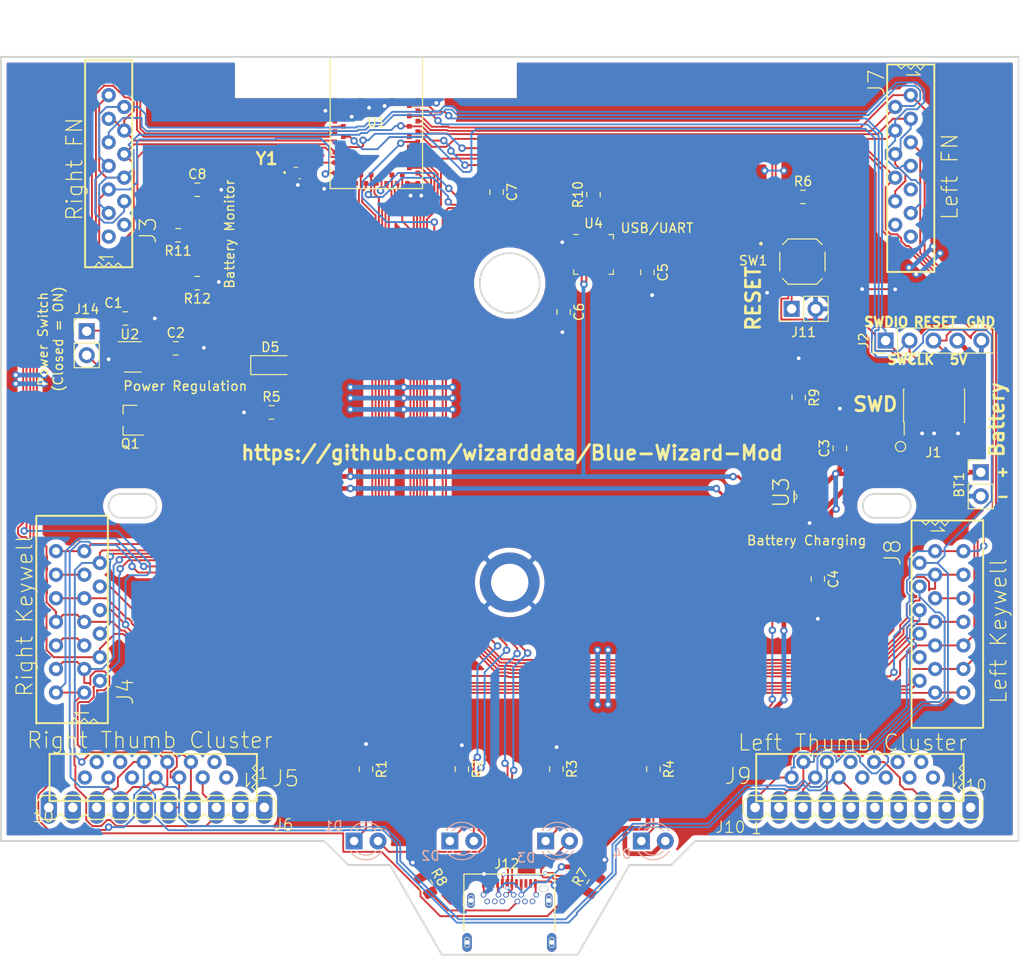
<source format=kicad_pcb>
(kicad_pcb (version 20240108) (generator "pcbnew") (generator_version "8.0")
  (layers (0 "F.Cu" signal) (31 "B.Cu" signal) (34 "B.Paste" user) (35 "F.Paste" user) (36 "B.SilkS" user "B.Silkscreen") (37 "F.SilkS" user "F.Silkscreen") (38 "B.Mask" user) (39 "F.Mask" user) (44 "Edge.Cuts" user))
  (net 0 "")
  (net 1 "+BATT")
  (net 2 "GND")
  (net 3 "Net-(C1-Pad1)")
  (net 4 "VCC")
  (net 5 "+5V")
  (net 6 "SWDIO")
  (net 7 "SWCLK")
  (net 8 "Net-(J1-Pad7)")
  (net 9 "Net-(J1-Pad8)")
  (net 10 "RESET")
  (net 11 "Net-(J6-Pad10)")
  (net 12 "Net-(J6-Pad9)")
  (net 13 "Net-(J6-Pad2)")
  (net 14 "Net-(J6-Pad1)")
  (net 15 "Net-(J10-Pad6)")
  (net 16 "Net-(J10-Pad7)")
  (net 17 "Net-(J10-Pad9)")
  (net 18 "Net-(J10-Pad10)")
  (net 19 "Net-(U1-PadP13)")
  (net 20 "Net-(U2-Pad4)")
  (net 21 "Net-(J3-Pad2)")
  (net 22 "Net-(J3-Pad1)")
  (net 23 "Net-(J4-Pad11)")
  (net 24 "Net-(J4-Pad5)")
  (net 25 "Net-(J5-Pad12)")
  (net 26 "Net-(J5-Pad10)")
  (net 27 "Net-(J5-Pad2)")
  (net 28 "Net-(J5-Pad13)")
  (net 29 "Net-(J5-Pad11)")
  (net 30 "Net-(J5-Pad9)")
  (net 31 "Net-(J5-Pad1)")
  (net 32 "Net-(J7-Pad9)")
  (net 33 "Net-(J7-Pad13)")
  (net 34 "Net-(J7-Pad12)")
  (net 35 "Net-(J8-Pad5)")
  (net 36 "Net-(J8-Pad10)")
  (net 37 "Net-(J9-Pad1)")
  (net 38 "Net-(J9-Pad3)")
  (net 39 "Net-(J9-Pad5)")
  (net 40 "Net-(J9-Pad7)")
  (net 41 "Net-(J9-Pad2)")
  (net 42 "Net-(J9-Pad4)")
  (net 43 "Net-(J9-Pad8)")
  (net 44 "C6")
  (net 45 "B5")
  (net 46 "B3")
  (net 47 "C5")
  (net 48 "C4")
  (net 49 "B4")
  (net 50 "D6")
  (net 51 "C1")
  (net 52 "B0")
  (net 53 "B2")
  (net 54 "C3")
  (net 55 "C0")
  (net 56 "C2")
  (net 57 "B1")
  (net 58 "D7")
  (net 59 "B6")
  (net 60 "D1")
  (net 61 "D4")
  (net 62 "D5")
  (net 63 "D3")
  (net 64 "D2")
  (net 65 "D0")
  (net 66 "Net-(J12-PadA2)")
  (net 67 "Net-(J12-PadA3)")
  (net 68 "Net-(J12-PadA5)")
  (net 69 "Net-(J12-PadA8)")
  (net 70 "Net-(J12-PadA10)")
  (net 71 "Net-(J12-PadA11)")
  (net 72 "Net-(J12-PadB11)")
  (net 73 "Net-(J12-PadB10)")
  (net 74 "Net-(J12-PadB8)")
  (net 75 "Net-(J12-PadB5)")
  (net 76 "Net-(J12-PadB3)")
  (net 77 "Net-(J12-PadB2)")
  (net 78 "Net-(D3-Pad1)")
  (net 79 "Net-(R9-Pad2)")
  (net 80 "Net-(J12-PadS1)")
  (net 81 "SWO")
  (net 82 "Net-(C5-Pad1)")
  (net 83 "DTR")
  (net 84 "BMonitor")
  (net 85 "Net-(D1-Pad1)")
  (net 86 "Net-(D2-Pad1)")
  (net 87 "D+")
  (net 88 "D-")
  (net 89 "Net-(R10-Pad1)")
  (net 90 "RXD")
  (net 91 "TXD")
  (net 92 "Net-(U4-Pad1)")
  (net 93 "Net-(U4-Pad9)")
  (net 94 "Net-(U4-Pad10)")
  (net 95 "Net-(U4-Pad11)")
  (net 96 "Net-(U4-Pad12)")
  (net 97 "Net-(U4-Pad13)")
  (net 98 "Net-(U4-Pad14)")
  (net 99 "Net-(U4-Pad15)")
  (net 100 "Net-(U4-Pad17)")
  (net 101 "Net-(U4-Pad18)")
  (net 102 "Net-(U4-Pad19)")
  (net 103 "Net-(U4-Pad22)")
  (net 104 "Net-(U4-Pad24)")
  (net 105 "Net-(U4-Pad25)")
  (net 106 "Net-(Y1-Pad1)")
  (net 107 "LED2")
  (net 108 "LED1")
  (net 109 "Net-(C6-Pad1)")
  (net 110 "Net-(D4-Pad1)")
  (net 111 "LED3")
  (net 112 "Net-(R4-Pad1)")
  (net 113 "Net-(J14-Pad2)")
  (footprint "Blue_Wizard:Vertical_FRC" (layer "F.Cu") (at 107.95 52.839001 90)
    (property "Reference" "J3")
    (property "Value" "Right FN")
  )
  (footprint "Blue_Wizard:Horizontal_FRC" (layer "F.Cu") (at 105.362 101.212 90)
    (property "Reference" "J4")
    (property "Value" "Right Keywell")
  )
  (footprint "Blue_Wizard:Vertical_FRC" (layer "F.Cu") (at 112.923 117.728 180)
    (property "Reference" "J5")
    (property "Value" "Right Thumb Cluster")
  )
  (footprint "Blue_Wizard:Vertical_FRC" (layer "F.Cu") (at 193.039999 52.839001 -90)
    (property "Reference" "J7")
    (property "Value" "Left FN")
  )
  (footprint "Blue_Wizard:Horizontal_FRC" (layer "F.Cu") (at 195.627999 101.212001 -90)
    (property "Reference" "J8")
    (property "Value" "Left Keywell")
  )
  (footprint "Blue_Wizard:MA10-1" (layer "F.Cu") (at 187.959999 120.904)
    (property "Reference" "J10")
    (property "Value" "Left Keywell Header")
  )
  (footprint "Blue_Wizard:SW_PTS526_SM08_SMTR2_LFS" (layer "F.Cu") (at 181.5465 62.992)
    (property "Reference" "SW1")
    (property "Value" "SW_Push")
  )
  (footprint "Package_TO_SOT_SMD:SOT-23" (layer "F.Cu") (at 110.236 79.8195 180)
    (property "Reference" "Q1")
    (property "Value" "BSS84")
  )
  (footprint "Connector_PinHeader_2.54mm:PinHeader_1x02_P2.54mm_Vertical" (layer "F.Cu") (at 180.4035 68.0085 90)
    (property "Reference" "J11")
    (property "Value" "Conn_01x02")
  )
  (footprint "Connector_PinHeader_1.27mm:PinHeader_2x05_P1.27mm_Vertical_SMD" (layer "F.Cu") (at 195.5165 78.2955 90)
    (property "Reference" "J1")
    (property "Value" "Conn_ARM_JTAG_SWD_10")
  )
  (footprint "Connector_PinHeader_2.54mm:PinHeader_1x05_P2.54mm_Vertical" (layer "F.Cu") (at 190.373 71.374 90)
    (property "Reference" "J2")
    (property "Value" "Conn_01x05")
  )
  (footprint "Blue_Wizard:MA10-1" (layer "F.Cu") (at 113.029999 120.904 180)
    (property "Reference" "J6")
    (property "Value" "Right Keywell Header")
  )
  (footprint "Connector_PinHeader_2.54mm:PinHeader_1x02_P2.54mm_Vertical" (layer "F.Cu") (at 200.4695 85.344)
    (property "Reference" "BT1")
    (property "Value" "Battery_Cell")
  )
  (footprint "Blue_Wizard:CONN_10137062-00021LF" (layer "F.Cu") (at 150.46 129.52)
    (property "Reference" "J12")
    (property "Value" "10137062-00021LF")
    (fp_line (start -4.74 5.7) (end -4.74 5.4) (stroke (width 0.1)) (layer "Edge.Cuts"))
    (fp_line (start -4.74 6) (end -4.74 5.7) (stroke (width 0.1)) (layer "Edge.Cuts"))
    (fp_line (start -4.33 1.25) (end -4.33 0.95) (stroke (width 0.1)) (layer "Edge.Cuts"))
    (fp_line (start -4.33 1.55) (end -4.33 1.25) (stroke (width 0.1)) (layer "Edge.Cuts"))
    (fp_line (start -4.24 5.4) (end -4.24 5.7) (stroke (width 0.1)) (layer "Edge.Cuts"))
    (fp_line (start -4.24 5.7) (end -4.24 6) (stroke (width 0.1)) (layer "Edge.Cuts"))
    (fp_line (start -3.83 0.95) (end -3.83 1.25) (stroke (width 0.1)) (layer "Edge.Cuts"))
    (fp_line (start -3.83 1.25) (end -3.83 1.55) (stroke (width 0.1)) (layer "Edge.Cuts"))
    (fp_line (start 3.5 -0.325) (end 3.65 -0.325) (stroke (width 0.1)) (layer "Edge.Cuts"))
    (fp_line (start 3.65 -0.325) (end 3.8 -0.325) (stroke (width 0.1)) (layer "Edge.Cuts"))
    (fp_line (start 3.65 0.325) (end 3.5 0.325) (stroke (width 0.1)) (layer "Edge.Cuts"))
    (fp_line (start 3.8 0.325) (end 3.65 0.325) (stroke (width 0.1)) (layer "Edge.Cuts"))
    (fp_line (start 3.93 1.25) (end 3.93 0.95) (stroke (width 0.1)) (layer "Edge.Cuts"))
    (fp_line (start 3.93 1.55) (end 3.93 1.25) (stroke (width 0.1)) (layer "Edge.Cuts"))
    (fp_line (start 4.24 5.7) (end 4.24 5.4) (stroke (width 0.1)) (layer "Edge.Cuts"))
    (fp_line (start 4.24 6) (end 4.24 5.7) (stroke (width 0.1)) (layer "Edge.Cuts"))
    (fp_line (start 4.43 0.95) (end 4.43 1.25) (stroke (width 0.1)) (layer "Edge.Cuts"))
    (fp_line (start 4.43 1.25) (end 4.43 1.55) (stroke (width 0.1)) (layer "Edge.Cuts"))
    (fp_line (start 4.74 5.4) (end 4.74 5.7) (stroke (width 0.1)) (layer "Edge.Cuts"))
    (fp_line (start 4.74 5.7) (end 4.74 6) (stroke (width 0.1)) (layer "Edge.Cuts"))
    (fp_arc (start -4.74 5.4) (mid -4.666777 5.223223) (end -4.49 5.15) (stroke (width 0.1)) (layer "Edge.Cuts"))
    (fp_arc (start -4.49 5.15) (mid -4.313223 5.223223) (end -4.24 5.4) (stroke (width 0.1)) (layer "Edge.Cuts"))
    (fp_arc (start -4.49 6.25) (mid -4.666777 6.176777) (end -4.74 6) (stroke (width 0.1)) (layer "Edge.Cuts"))
    (fp_arc (start -4.33 0.95) (mid -4.256777 0.773223) (end -4.08 0.7) (stroke (width 0.1)) (layer "Edge.Cuts"))
    (fp_arc (start -4.24 6) (mid -4.313223 6.176777) (end -4.49 6.25) (stroke (width 0.1)) (layer "Edge.Cuts"))
    (fp_arc (start -4.08 0.7) (mid -3.903223 0.773223) (end -3.83 0.95) (stroke (width 0.1)) (layer "Edge.Cuts"))
    (fp_arc (start -4.08 1.8) (mid -4.256777 1.726777) (end -4.33 1.55) (stroke (width 0.1)) (layer "Edge.Cuts"))
    (fp_arc (start -3.83 1.55) (mid -3.903223 1.726777) (end -4.08 1.8) (stroke (width 0.1)) (layer "Edge.Cuts"))
    (fp_arc (start 3.175 0) (mid 3.27019 -0.22981) (end 3.5 -0.325) (stroke (width 0.1)) (layer "Edge.Cuts"))
    (fp_arc (start 3.5 0.325) (mid 3.27019 0.22981) (end 3.175 0) (stroke (width 0.1)) (layer "Edge.Cuts"))
    (fp_arc (start 3.8 -0.325) (mid 4.02981 -0.22981) (end 4.125 0) (stroke (width 0.1)) (layer "Edge.Cuts"))
    (fp_arc (start 3.93 0.95) (mid 4.003223 0.773223) (end 4.18 0.7) (stroke (width 0.1)) (layer "Edge.Cuts"))
    (fp_arc (start 4.125 0) (mid 4.02981 0.22981) (end 3.8 0.325) (stroke (width 0.1)) (layer "Edge.Cuts"))
    (fp_arc (start 4.18 0.7) (mid 4.356777 0.773223) (end 4.43 0.95) (stroke (width 0.1)) (layer "Edge.Cuts"))
    (fp_arc (start 4.18 1.8) (mid 4.003223 1.726777) (end 3.93 1.55) (stroke (width 0.1)) (layer "Edge.Cuts"))
    (fp_arc (start 4.24 5.4) (mid 4.313223 5.223223) (end 4.49 5.15) (stroke (width 0.1)) (layer "Edge.Cuts"))
    (fp_arc (start 4.43 1.55) (mid 4.356777 1.726777) (end 4.18 1.8) (stroke (width 0.1)) (layer "Edge.Cuts"))
    (fp_arc (start 4.49 5.15) (mid 4.666777 5.223223) (end 4.74 5.4) (stroke (width 0.1)) (layer "Edge.Cuts"))
    (fp_arc (start 4.49 6.25) (mid 4.313223 6.176777) (end 4.24 6) (stroke (width 0.1)) (layer "Edge.Cuts"))
    (fp_arc (start 4.74 6) (mid 4.666777 6.176777) (end 4.49 6.25) (stroke (width 0.1)) (layer "Edge.Cuts"))
  )
  (footprint "Blue_Wizard:Vertical_FRC" (layer "F.Cu") (at 187.9 117.728 180)
    (property "Reference" "J9")
    (property "Value" "Left Thumb Cluster")
  )
  (footprint "Diode_SMD:D_SOD-123F" (layer "F.Cu") (at 125.222 73.9775)
    (property "Reference" "D5")
    (property "Value" "MBR120")
  )
  (footprint "Capacitor_SMD:C_0805_2012Metric" (layer "F.Cu") (at 115.062 72.1995)
    (property "Reference" "C2")
    (property "Value" "1uf")
  )
  (footprint "Capacitor_SMD:C_0805_2012Metric" (layer "F.Cu") (at 185.5216 82.804 90)
    (property "Reference" "C3")
    (property "Value" "4.7uf")
  )
  (footprint "Capacitor_SMD:C_0805_2012Metric" (layer "F.Cu") (at 183.1848 96.6724 -90)
    (property "Reference" "C4")
    (property "Value" "4.7uf")
  )
  (footprint "Resistor_SMD:R_0805_2012Metric" (layer "F.Cu") (at 135.255 116.84 -90)
    (property "Reference" "R1")
    (property "Value" "1k ohm")
  )
  (footprint "Resistor_SMD:R_0805_2012Metric" (layer "F.Cu") (at 145.415 116.84 -90)
    (property "Reference" "R2")
    (property "Value" "1k ohm")
  )
  (footprint "Resistor_SMD:R_0805_2012Metric" (layer "F.Cu") (at 165.735 116.84 -90)
    (property "Reference" "R4")
    (property "Value" "470 ohm")
  )
  (footprint "Resistor_SMD:R_0805_2012Metric" (layer "F.Cu") (at 155.448 116.819 -90)
    (property "Reference" "R3")
    (property "Value" "1k ohm")
  )
  (footprint "Resistor_SMD:R_0805_2012Metric" (layer "F.Cu") (at 125.222 78.994)
    (property "Reference" "R5")
    (property "Value" "100k")
  )
  (footprint "Resistor_SMD:R_0805_2012Metric" (layer "F.Cu") (at 181.61 56.134)
    (property "Reference" "R6")
    (property "Value" "10k")
  )
  (footprint "Resistor_SMD:R_0805_2012Metric" (layer "F.Cu") (at 159.4104 129.1336 60)
    (property "Reference" "R7")
    (property "Value" "5.1K")
  )
  (footprint "Resistor_SMD:R_0805_2012Metric" (layer "F.Cu") (at 141.5796 129.1336 -60)
    (property "Reference" "R8")
    (property "Value" "5.1K")
  )
  (footprint "Resistor_SMD:R_0805_2012Metric" (layer "F.Cu") (at 181.1528 77.4192 -90)
    (property "Reference" "R9")
    (property "Value" "2k")
  )
  (footprint "Blue_Wizard:SOT95P280X145-5N" (layer "F.Cu") (at 182.2196 87.9348 90)
    (property "Reference" "U3")
    (property "Value" "MCP73831T-2ACI_OT")
  )
  (footprint "Blue_Wizard:BMD-300" (layer "F.Cu") (at 131.445 55.245)
    (property "Reference" "U1")
    (property "Value" "BMD-300")
  )
  (footprint "Blue_Wizard:Mounting Hole" (layer "F.Cu") (at 150.495 97.028)
    (property "Reference" "J13" (hide yes))
    (property "Value" "Conn_01x01")
  )
  (footprint "Capacitor_SMD:C_0805_2012Metric" (layer "F.Cu") (at 156.21 68.326 -90)
    (property "Reference" "C6")
    (property "Value" "0.1uf")
  )
  (footprint "Capacitor_SMD:C_0805_2012Metric" (layer "F.Cu") (at 149.098 55.626 -90)
    (property "Reference" "C7")
    (property "Value" "0.1uf")
  )
  (footprint "Resistor_SMD:R_0805_2012Metric" (layer "F.Cu") (at 115.316 60.198 180)
    (property "Reference" "R11")
    (property "Value" "806k ohm")
  )
  (footprint "Resistor_SMD:R_0805_2012Metric" (layer "F.Cu") (at 117.348 65.278 180)
    (property "Reference" "R12")
    (property "Value" "2M")
  )
  (footprint "Package_DFN_QFN:QFN-24-1EP_4x4mm_P0.5mm_EP2.6x2.6mm" (layer "F.Cu") (at 159.385 62.23)
    (property "Reference" "U4")
    (property "Value" "CP2104")
  )
  (footprint "Resistor_SMD:R_0805_2012Metric" (layer "F.Cu") (at 159.385 55.88 90)
    (property "Reference" "R10")
    (property "Value" "100 ohm")
  )
  (footprint "Capacitor_SMD:C_0805_2012Metric" (layer "F.Cu") (at 165.1 64.135 -90)
    (property "Reference" "C5")
    (property "Value" "10uf")
  )
  (footprint "Capacitor_SMD:C_0805_2012Metric" (layer "F.Cu") (at 117.348 55.372)
    (property "Reference" "C8")
    (property "Value" "1nF")
  )
  (footprint "SamacSys_Parts:SIT1533AIH4DCC32768E" (layer "F.Cu") (at 128.016 53.594)
    (property "Reference" "Y1")
    (property "Value" "SIT1533AI-H4-DCC-32.768E" (hide yes))
  )
  (footprint "Package_TO_SOT_SMD:SOT-23-5" (layer "F.Cu") (at 110.5154 73.1012)
    (property "Reference" "U2")
    (property "Value" "MIC5504-3.3YM5")
  )
  (footprint "Capacitor_SMD:C_0805_2012Metric" (layer "F.Cu") (at 109.728 69.0245)
    (property "Reference" "C1")
    (property "Value" "1uf")
  )
  (footprint "Connector_PinHeader_2.54mm:PinHeader_1x02_P2.54mm_Vertical" (layer "F.Cu") (at 105.62 70.38)
    (property "Reference" "J14")
    (property "Value" "Conn_01x02")
  )
  (footprint "LED_THT:LED_D3.0mm_Clear" (layer "B.Cu") (at 144.145 124.46)
    (property "Reference" "D2")
    (property "Value" "LED")
  )
  (footprint "LED_THT:LED_D3.0mm_Clear" (layer "B.Cu") (at 164.465 124.46)
    (property "Reference" "D4")
    (property "Value" "LED")
  )
  (footprint "LED_THT:LED_D3.0mm_Clear" (layer "B.Cu") (at 154.305 124.46)
    (property "Reference" "D3")
    (property "Value" "LED")
  )
  (footprint "LED_THT:LED_D3.0mm_Clear" (layer "B.Cu") (at 133.985 124.46)
    (property "Reference" "D1")
    (property "Value" "LED")
  )
  (gr_circle (center 191.9605 82.6135) (end 191.5795 82.2325) (stroke (width 0.12)) (fill none) (layer "F.SilkS"))
  (gr_line (start 130.81 124.46) (end 133.35 127) (stroke (width 0.2)) (layer "Edge.Cuts"))
  (gr_line (start 204.47 124.46) (end 204.47 41.275001) (stroke (width 0.2)) (layer "Edge.Cuts"))
  (gr_line (start 163.195 127) (end 167.64 127) (stroke (width 0.2)) (layer "Edge.Cuts"))
  (gr_line (start 133.35 127) (end 137.795001 127) (stroke (width 0.2)) (layer "Edge.Cuts"))
  (gr_line (start 96.52 124.46) (end 96.52 41.275001) (stroke (width 0.2)) (layer "Edge.Cuts"))
  (gr_arc (start 191.770002 87.63) (mid 193.040001 88.900001) (end 191.769999 90.17) (stroke (width 0.2)) (layer "Edge.Cuts"))
  (gr_line (start 170.18 124.46) (end 204.47 124.46) (stroke (width 0.2)) (layer "Edge.Cuts"))
  (gr_line (start 137.795001 127) (end 143.294262 136.525001) (stroke (width 0.2)) (layer "Edge.Cuts"))
  (gr_line (start 191.77 87.63) (end 189.23 87.63) (stroke (width 0.2)) (layer "Edge.Cuts"))
  (gr_arc (start 109.220001 90.17) (mid 107.95 88.9) (end 109.22 87.63) (stroke (width 0.2)) (layer "Edge.Cuts"))
  (gr_arc (start 111.760002 87.629999) (mid 113.030002 88.900001) (end 111.76 90.170001) (stroke (width 0.2)) (layer "Edge.Cuts"))
  (gr_line (start 130.81 124.46) (end 96.52 124.46) (stroke (width 0.2)) (layer "Edge.Cuts"))
  (gr_line (start 157.695739 136.525001) (end 163.195 127) (stroke (width 0.2)) (layer "Edge.Cuts"))
  (gr_line (start 204.47 41.275001) (end 96.52 41.275001) (stroke (width 0.2)) (layer "Edge.Cuts"))
  (gr_line (start 109.22 87.63) (end 111.760001 87.63) (stroke (width 0.2)) (layer "Edge.Cuts"))
  (gr_line (start 111.76 90.170001) (end 109.220002 90.170001) (stroke (width 0.2)) (layer "Edge.Cuts"))
  (gr_line (start 143.294262 136.525001) (end 157.695739 136.525001) (stroke (width 0.2)) (layer "Edge.Cuts"))
  (gr_circle (center 150.495 65.278) (end 153.670001 65.278) (stroke (width 0.2)) (fill none) (layer "Edge.Cuts"))
  (gr_line (start 189.230001 90.17) (end 191.769999 90.17) (stroke (width 0.2)) (layer "Edge.Cuts"))
  (gr_line (start 167.64 127) (end 170.18 124.46) (stroke (width 0.2)) (layer "Edge.Cuts"))
  (gr_arc (start 189.230002 90.17) (mid 187.960001 88.900001) (end 189.23 87.63) (stroke (width 0.2)) (layer "Edge.Cuts"))
  (gr_text "SWCLK" (at 193.04 73.406 0) (layer "F.SilkS") (effects (font (size 1 1) (thickness 0.25))))
  (gr_text "RESET" (at 195.6435 69.4055 0) (layer "F.SilkS") (effects (font (size 1 1) (thickness 0.25))))
  (gr_text "5V" (at 198.12 73.406 0) (layer "F.SilkS") (effects (font (size 1 1) (thickness 0.25))))
  (gr_text "GND" (at 200.4695 69.4055 0) (layer "F.SilkS") (effects (font (size 1 1) (thickness 0.25))))
  (gr_text "+" (at 202.819 85.2805 0) (layer "F.SilkS") (effects (font (size 1 1) (thickness 0.25))))
  (gr_text "-" (at 202.819 87.884 0) (layer "F.SilkS") (effects (font (size 1 1) (thickness 0.25))))
  (gr_text "Power Switch\n(Closed = ON)" (at 101.79 71.21 90) (layer "F.SilkS") (effects (font (size 1 1))))
  (gr_text "Power Regulation" (at 116.078 76.2 0) (layer "F.SilkS") (effects (font (size 1 1))))
  (gr_text "https://github.com/wizarddata/Blue-Wizard-Mod" (at 150.749 83.2866 0) (layer "F.SilkS") (effects (font (size 1.5 1.5) (thickness 0.3))))
  (gr_text "Battery Charging" (at 181.991 92.583 0) (layer "F.SilkS") (effects (font (size 1 1))))
  (gr_text "Battery" (at 202.184 79.756 90) (layer "F.SilkS") (effects (font (size 1.5 1.5) (thickness 0.3))))
  (gr_text "SWD" (at 189.2808 78.1304 0) (layer "F.SilkS") (effects (font (size 1.5 1.5) (thickness 0.3))))
  (gr_text "RESET" (at 176.3268 66.9036 90) (layer "F.SilkS") (effects (font (size 1.5 1.5) (thickness 0.3))))
  (gr_text "Battery Monitor" (at 120.777 60.071 90) (layer "F.SilkS") (effects (font (size 1 1))))
  (gr_text "USB/UART" (at 166.116 59.436 0) (layer "F.SilkS") (effects (font (size 1 1))))
  (gr_text "SWDIO" (at 190.4365 69.4055 0) (layer "F.SilkS") (effects (font (size 1 1) (thickness 0.25))))
  (segment (start 183.038612 88.274412) (end 183.1594 88.3952) (width 0.3) (layer "F.Cu") (net 1))
  (segment (start 182.808214 88.274412) (end 183.038612 88.274412) (width 0.3) (layer "F.Cu") (net 1))
  (segment (start 100.88 70.189) (end 100.88 73.29) (width 0.5) (layer "F.Cu") (net 1))
  (segment (start 183.9388 89.2302) (end 183.1594 89.2302) (width 0.5) (layer "F.Cu") (net 1))
  (segment (start 100.88 73.29) (end 102.94 75.35) (width 0.5) (layer "F.Cu") (net 1))
  (segment (start 198.145949 86.317551) (end 186.851449 86.317551) (width 0.5) (layer "F.Cu") (net 1))
  (segment (start 173.618412 88.274412) (end 180.691186 88.274412) (width 0.3) (layer "F.Cu") (net 1))
  (segment (start 109.236 80.7195) (end 115.575 87.0585) (width 0.5) (layer "F.Cu") (net 1))
  (segment (start 183.1848 95.1474) (end 183.1848 95.7349) (width 0.5) (layer "F.Cu") (net 1))
  (segment (start 183.1594 88.3952) (end 183.1594 89.2302) (width 0.3) (layer "F.Cu") (net 1))
  (segment (start 183.1848 90.3906) (end 183.1848 95.1474) (width 0.5) (layer "F.Cu") (net 1))
  (segment (start 114.3785 60.198) (end 110.871 60.198) (width 0.5) (layer "F.Cu") (net 1))
  (segment (start 180.691186 88.274412) (end 180.720399 88.245199) (width 0.3) (layer "F.Cu") (net 1))
  (segment (start 115.575 87.0585) (end 133.600968 87.0585) (width 0.5) (layer "F.Cu") (net 1))
  (segment (start 110.871 60.198) (end 100.88 70.189) (width 0.5) (layer "F.Cu") (net 1))
  (segment (start 102.94 75.35) (end 104.7665 75.35) (width 0.5) (layer "F.Cu") (net 1))
  (segment (start 186.851449 86.317551) (end 183.9388 89.2302) (width 0.5) (layer "F.Cu") (net 1))
  (segment (start 183.1594 89.2302) (end 183.1594 90.3652) (width 0.5) (layer "F.Cu") (net 1))
  (segment (start 109.236 79.8195) (end 109.236 80.7195) (width 0.5) (layer "F.Cu") (net 1))
  (segment (start 200.4695 85.344) (end 199.1195 85.344) (width 0.5) (layer "F.Cu") (net 1))
  (segment (start 180.720399 88.245199) (end 182.779001 88.245199) (width 0.3) (layer "F.Cu") (net 1))
  (segment (start 182.779001 88.245199) (end 182.808214 88.274412) (width 0.3) (layer "F.Cu") (net 1))
  (segment (start 172.4152 87.0712) (end 173.618412 88.274412) (width 0.3) (layer "F.Cu") (net 1))
  (segment (start 183.1594 90.3652) (end 183.1848 90.3906) (width 0.5) (layer "F.Cu") (net 1))
  (segment (start 199.1195 85.344) (end 198.145949 86.317551) (width 0.5) (layer "F.Cu") (net 1))
  (segment (start 104.7665 75.35) (end 109.236 79.8195) (width 0.5) (layer "F.Cu") (net 1))
  (via (at 172.4152 87.0712) (size 0.8) (drill 0.4) (layers "F.Cu" "B.Cu") (net 1))
  (via (at 133.600968 87.0585) (size 0.8) (drill 0.4) (layers "F.Cu" "B.Cu") (net 1))
  (segment (start 172.466 87.0585) (end 133.600968 87.0585) (width 0.5) (layer "B.Cu") (net 1))
  (segment (start 181.1528 73.819285) (end 181.1528 76.4817) (width 0.2) (layer "F.Cu") (net 2))
  (segment (start 122.301 78.994) (end 124.2845 78.994) (width 0.2) (layer "F.Cu") (net 2))
  (segment (start 132.845 46.445) (end 132.845 47.545) (width 0.2) (layer "F.Cu") (net 2))
  (segment (start 154.847848 128.757224) (end 155.247847 129.157223) (width 0.2) (layer "F.Cu") (net 2))
  (segment (start 127.916 54.044) (end 127.916 54.764) (width 0.2) (layer "F.Cu") (net 2))
  (segment (start 137.995 45.895) (end 137.8105 45.895) (width 0.2) (layer "F.Cu") (net 2))
  (segment (start 156.610936 61.48) (end 156.073446 60.94251) (width 0.2) (layer "F.Cu") (net 2))
  (segment (start 160.563254 127.637597) (end 160.563254 126.45744) (width 0.2) (layer "F.Cu") (net 2))
  (segment (start 185.5216 78.5876) (end 185.5216 81.8665) (width 0.2) (layer "F.Cu") (net 2))
  (segment (start 119.507 65.278) (end 119.634 65.151) (width 0.2) (layer "F.Cu") (net 2))
  (segment (start 133.651 47.545) (end 133.731 47.625) (width 0.2) (layer "F.Cu") (net 2))
  (segment (start 134.695 45.895) (end 134.795 45.895) (width 0.2) (layer "F.Cu") (net 2))
  (segment (start 108.204 73.1012) (end 107.95 73.3552) (width 0.5) (layer "F.Cu") (net 2))
  (segment (start 182.2196 89.2302) (end 182.2196 90.63759) (width 0.2) (layer "F.Cu") (net 2))
  (segment (start 131.945 45.895) (end 131.945 48.095) (width 0.2) (layer "F.Cu") (net 2))
  (segment (start 153.245 128.968) (end 153.455776 128.757224) (width 0.2) (layer "F.Cu") (net 2))
  (segment (start 156.21 69.2635) (end 156.21 70.358) (width 0.2) (layer "F.Cu") (net 2))
  (segment (start 178.5465 64.842) (end 178.5465 65.5475) (width 0.2) (layer "F.Cu") (net 2))
  (segment (start 153.455776 128.757224) (end 154.847848 128.757224) (width 0.2) (layer "F.Cu") (net 2))
  (segment (start 118.2855 55.372) (end 119.888 55.372) (width 0.2) (layer "F.Cu") (net 2))
  (segment (start 134.795 45.895) (end 135.5725 46.6725) (width 0.2) (layer "F.Cu") (net 2))
  (segment (start 130.942 46.995) (end 130.937 46.99) (width 0.2) (layer "F.Cu") (net 2))
  (segment (start 142.434738 45.895) (end 142.702987 46.163249) (width 0.2) (layer "F.Cu") (net 2))
  (segment (start 187.8838 65.913) (end 191.3636 65.913) (width 0.2) (layer "F.Cu") (net 2))
  (segment (start 140.745 45.895) (end 142.434738 45.895) (width 0.2) (layer "F.Cu") (net 2))
  (segment (start 131.945 46.995) (end 130.942 46.995) (width 0.2) (layer "F.Cu") (net 2))
  (segment (start 191.3636 65.913) (end 191.389 65.9384) (width 0.2) (layer "F.Cu") (net 2))
  (segment (start 182.2196 90.63759) (end 182.31081 90.7288) (width 0.2) (layer "F.Cu") (net 2))
  (segment (start 159.87915 128.321701) (end 160.563254 127.637597) (width 0.2) (layer "F.Cu") (net 2))
  (segment (start 153.245 128.968) (end 153.245 130.078) (width 0.2) (layer "F.Cu") (net 2))
  (segment (start 181.1528 73.2536) (end 181.1528 73.819285) (width 0.2) (layer "F.Cu") (net 2))
  (segment (start 183.1848 98.1974) (end 183.1848 100.8888) (width 0.2) (layer "F.Cu") (net 2))
  (segment (start 132.845 53.795) (end 131.945 54.695) (width 0.2) (layer "F.Cu") (net 2))
  (segment (start 153.245 130.078) (end 153.345 130.178) (width 0.2) (layer "F.Cu") (net 2))
  (segment (start 133.595 53.795) (end 132.845 53.795) (width 0.2) (layer "F.Cu") (net 2))
  (segment (start 147.745 127.972) (end 147.7645 127.9525) (width 0.2) (layer "F.Cu") (net 2))
  (segment (start 135.255 115.9025) (end 135.255 114.173) (width 0.2) (layer "F.Cu") (net 2))
  (segment (start 118.2855 65.278) (end 119.507 65.278) (width 0.2) (layer "F.Cu") (net 2))
  (segment (start 178.5465 65.5475) (end 177.8 66.294) (width 0.2) (layer "F.Cu") (net 2))
  (segment (start 109.263 73.1012) (end 108.204 73.1012) (width 0.5) (layer "F.Cu") (net 2))
  (segment (start 165.1 65.0725) (end 165.1 66.04) (width 0.2) (layer "F.Cu") (net 2))
  (segment (start 115.9995 72.1995) (end 117.983 72.1995) (width 0.2) (layer "F.Cu") (net 2))
  (segment (start 155.448 115.8815) (end 155.448 114.5286) (width 0.2) (layer "F.Cu") (net 2))
  (segment (start 141.11085 127.64885) (end 140.208 126.746) (width 0.2) (layer "F.Cu") (net 2))
  (segment (start 139.645 54.695) (end 140.745 54.695) (width 0.2) (layer "F.Cu") (net 2))
  (segment (start 133.595 53.795) (end 132.845 53.045) (width 0.2) (layer "F.Cu") (net 2))
  (segment (start 147.745 128.968) (end 147.745 130.178) (width 0.2) (layer "F.Cu") (net 2))
  (segment (start 131.392684 54.695) (end 131.212031 54.875653) (width 0.2) (layer "F.Cu") (net 2))
  (segment (start 183.1848 97.6099) (end 183.1848 98.1974) (width 0.2) (layer "F.Cu") (net 2))
  (segment (start 139.645 54.695) (end 139.645 55.661165) (width 0.2) (layer "F.Cu") (net 2))
  (segment (start 156.21 70.358) (end 156.083 70.485) (width 0.2) (layer "F.Cu") (net 2))
  (segment (start 155.448 114.5286) (end 155.4734 114.5032) (width 0.2) (layer "F.Cu") (net 2))
  (segment (start 141.11085 128.321701) (end 141.11085 127.64885) (width 0.2) (layer "F.Cu") (net 2))
  (segment (start 137.8105 45.895) (end 137.2235 46.482) (width 0.2) (layer "F.Cu") (net 2))
  (segment (start 140.745 54.695) (end 140.745 55.624059) (width 0.2) (layer "F.Cu") (net 2))
  (segment (start 110.6655 69.0245) (end 112.8395 69.0245) (width 0.2) (layer "F.Cu") (net 2))
  (segment (start 127.916 54.764) (end 128.016 54.864) (width 0.2) (layer "F.Cu") (net 2))
  (segment (start 131.212031 54.875653) (end 130.812032 55.275652) (width 0.2) (layer "F.Cu") (net 2))
  (segment (start 145.415 115.9025) (end 145.415 114.3) (width 0.2) (layer "F.Cu") (net 2))
  (segment (start 139.645 55.661165) (end 139.975825 55.99199) (width 0.2) (layer "F.Cu") (net 2))
  (segment (start 132.845 47.545) (end 133.651 47.545) (width 0.2) (layer "F.Cu") (net 2))
  (segment (start 131.945 54.695) (end 131.392684 54.695) (width 0.2) (layer "F.Cu") (net 2))
  (segment (start 147.745 128.968) (end 147.745 127.972) (width 0.2) (layer "F.Cu") (net 2))
  (segment (start 157.4475 61.48) (end 156.610936 61.48) (width 0.2) (layer "F.Cu") (net 2))
  (segment (start 165.1 66.04) (end 165.608 66.548) (width 0.2) (layer "F.Cu") (net 2))
  (segment (start 140.745 55.624059) (end 141.112931 55.99199) (width 0.2) (layer "F.Cu") (net 2))
  (via (at 130.812032 55.275652) (size 0.8) (drill 0.4) (layers "F.Cu" "B.Cu") (net 2))
  (via (at 133.731 47.625) (size 0.8) (drill 0.4) (layers "F.Cu" "B.Cu") (net 2))
  (via (at 140.208 126.746) (size 0.8) (drill 0.4) (layers "F.Cu" "B.Cu") (net 2))
  (via (at 137.2235 46.482) (size 0.8) (drill 0.4) (layers "F.Cu" "B.Cu") (net 2))
  (via (at 119.634 65.151) (size 0.8) (drill 0.4) (layers "F.Cu" "B.Cu") (net 2))
  (via (at 191.389 65.9384) (size 0.8) (drill 0.4) (layers "F.Cu" "B.Cu") (net 2))
  (via (at 142.702987 46.163249) (size 0.8) (drill 0.4) (layers "F.Cu" "B.Cu") (net 2))
  (via (at 185.5216 78.5876) (size 0.8) (drill 0.4) (layers "F.Cu" "B.Cu") (net 2))
  (via (at 182.31081 90.7288) (size 0.8) (drill 0.4) (layers "F.Cu" "B.Cu") (net 2))
  (via (at 119.888 55.372) (size 0.8) (drill 0.4) (layers "F.Cu" "B.Cu") (net 2))
  (via (at 145.415 114.3) (size 0.8) (drill 0.4) (layers "F.Cu" "B.Cu") (net 2))
  (via (at 130.937 46.99) (size 0.8) (drill 0.4) (layers "F.Cu" "B.Cu") (net 2))
  (via (at 155.247847 129.157223) (size 0.8) (drill 0.4) (layers "F.Cu" "B.Cu") (net 2))
  (via (at 135.5725 46.6725) (size 0.8) (drill 0.4) (layers "F.Cu" "B.Cu") (net 2))
  (via (at 181.1528 73.2536) (size 0.8) (drill 0.4) (layers "F.Cu" "B.Cu") (net 2))
  (via (at 187.8838 65.913) (size 0.8) (drill 0.4) (layers "F.Cu" "B.Cu") (net 2))
  (via (at 155.4734 114.5032) (size 0.8) (drill 0.4) (layers "F.Cu" "B.Cu") (net 2))
  (via (at 139.975825 55.99199) (size 0.8) (drill 0.4) (layers "F.Cu" "B.Cu") (net 2))
  (via (at 177.8 66.294) (size 0.8) (drill 0.4) (layers "F.Cu" "B.Cu") (net 2))
  (via (at 112.8395 69.0245) (size 0.8) (drill 0.4) (layers "F.Cu" "B.Cu") (net 2))
  (via (at 156.083 70.485) (size 0.8) (drill 0.4) (layers "F.Cu" "B.Cu") (net 2))
  (via (at 165.608 66.548) (size 0.8) (drill 0.4) (layers "F.Cu" "B.Cu") (net 2))
  (via (at 135.255 114.173) (size 0.8) (drill 0.4) (layers "F.Cu" "B.Cu") (net 2))
  (via (at 122.301 78.994) (size 0.8) (drill 0.4) (layers "F.Cu" "B.Cu") (net 2))
  (via (at 195.5165 81.2165) (size 0.8) (drill 0.4) (layers "F.Cu" "B.Cu") (net 2))
  (via (at 107.95 73.3552) (size 0.8) (drill 0.4) (layers "F.Cu" "B.Cu") (net 2))
  (via (at 156.073446 60.94251) (size 0.8) (drill 0.4) (layers "F.Cu" "B.Cu") (net 2))
  (via (at 118.0465 72.136) (size 0.8) (drill 0.4) (layers "F.Cu" "B.Cu") (net 2))
  (via (at 141.112931 55.99199) (size 0.8) (drill 0.4) (layers "F.Cu" "B.Cu") (net 2))
  (via (at 128.016 54.864) (size 0.8) (drill 0.4) (layers "F.Cu" "B.Cu") (net 2))
  (via (at 147.7645 127.9525) (size 0.8) (drill 0.4) (layers "F.Cu" "B.Cu") (net 2))
  (via (at 160.563254 126.45744) (size 0.8) (drill 0.4) (layers "F.Cu" "B.Cu") (net 2))
  (via (at 198.0565 81.2165) (size 0.8) (drill 0.4) (layers "F.Cu" "B.Cu") (net 2))
  (via (at 194.2465 81.2165) (size 0.8) (drill 0.4) (layers "F.Cu" "B.Cu") (net 2))
  (via (at 183.1848 100.8888) (size 0.8) (drill 0.4) (layers "F.Cu" "B.Cu") (net 2))
  (segment (start 110.6424 77.6759) (end 110.6424 74.1426) (width 0.2) (layer "F.Cu") (net 3))
  (segment (start 114.742594 73.0504) (end 115.452116 73.0504) (width 0.2) (layer "F.Cu") (net 3))
  (segment (start 122.1449 73.0504) (end 123.072 73.9775) (width 0.2) (layer "F.Cu") (net 3))
  (segment (start 115.452116 73.0504) (end 115.551226 73.14951) (width 0.2) (layer "F.Cu") (net 3))
  (segment (start 114.593484 73.19951) (end 114.742594 73.0504) (width 0.2) (layer "F.Cu") (net 3))
  (segment (start 110.6424 74.1426) (end 110.6424 73.2536) (width 0.2) (layer "F.Cu") (net 3))
  (segment (start 110.6424 73.2536) (end 110.74825 73.14775) (width 0.2) (layer "F.Cu") (net 3))
  (segment (start 108.7905 69.0245) (end 108.7905 71.6787) (width 0.2) (layer "F.Cu") (net 3))
  (segment (start 107.495 70.32) (end 108.7905 69.0245) (width 0.2) (layer "F.Cu") (net 3))
  (segment (start 110.8456 73.0504) (end 113.506406 73.0504) (width 0.2) (layer "F.Cu") (net 3))
  (segment (start 111.236 78.2695) (end 110.6424 77.6759) (width 0.2) (layer "F.Cu") (net 3))
  (segment (start 113.506406 73.0504) (end 113.655516 73.19951) (width 0.2) (layer "F.Cu") (net 3))
  (segment (start 108.7905 71.6787) (end 109.263 72.1512) (width 0.2) (layer "F.Cu") (net 3))
  (segment (start 124.2845 73.515) (end 123.822 73.9775) (width 0.2) (layer "F.Cu") (net 3))
  (segment (start 115.551226 73.14951) (end 116.447774 73.14951) (width 0.2) (layer "F.Cu") (net 3))
  (segment (start 110.2004 72.1512) (end 110.8456 72.7964) (width 0.2) (layer "F.Cu") (net 3))
  (segment (start 111.236 78.8695) (end 111.236 78.2695) (width 0.2) (layer "F.Cu") (net 3))
  (segment (start 110.74825 73.14775) (end 110.8456 73.0504) (width 0.2) (layer "F.Cu") (net 3))
  (segment (start 110.8456 72.7964) (end 110.8456 73.0504) (width 0.2) (layer "F.Cu") (net 3))
  (segment (start 109.263 72.1512) (end 110.2004 72.1512) (width 0.2) (layer "F.Cu") (net 3))
  (segment (start 116.546884 73.0504) (end 122.1449 73.0504) (width 0.2) (layer "F.Cu") (net 3))
  (segment (start 105.61 70.32) (end 107.495 70.32) (width 0.2) (layer "F.Cu") (net 3))
  (segment (start 123.072 73.9775) (end 123.822 73.9775) (width 0.2) (layer "F.Cu") (net 3))
  (segment (start 116.447774 73.14951) (end 116.546884 73.0504) (width 0.2) (layer "F.Cu") (net 3))
  (segment (start 113.655516 73.19951) (end 114.593484 73.19951) (width 0.2) (layer "F.Cu") (net 3))
  (segment (start 128.116 53.144) (end 128.116 52.17) (width 0.2) (layer "F.Cu") (net 4))
  (via (at 196.1515 62.103) (size 0.8) (drill 0.4) (layers "F.Cu" "B.Cu") (net 4))
  (via (at 195.3895 61.4045) (size 0.8) (drill 0.4) (layers "F.Cu" "B.Cu") (net 4))
  (via (at 193.6115 64.3255) (size 0.8) (drill 0.4) (layers "F.Cu" "B.Cu") (net 4))
  (via (at 98.0948 75.946) (size 0.8) (drill 0.4) (layers "F.Cu" "B.Cu") (net 4))
  (via (at 98.0948 75.0316) (size 0.8) (drill 0.4) (layers "F.Cu" "B.Cu") (net 4))
  (via (at 159.8168 109.982) (size 0.8) (drill 0.4) (layers "F.Cu" "B.Cu") (net 4))
  (via (at 160.9344 109.982) (size 0.8) (drill 0.4) (layers "F.Cu" "B.Cu") (net 4))
  (via (at 179.578 53.34) (size 0.8) (drill 0.4) (layers "F.Cu" "B.Cu") (net 4))
  (via (at 133.600968 78.6765) (size 0.8) (drill 0.4) (layers "F.Cu" "B.Cu") (net 4))
  (via (at 101.092 75.946) (size 0.8) (drill 0.4) (layers "F.Cu" "B.Cu") (net 4))
  (via (at 133.600968 77.47) (size 0.8) (drill 0.4) (layers "F.Cu" "B.Cu") (net 4))
  (via (at 177.546 53.34) (size 0.8) (drill 0.4) (layers "F.Cu" "B.Cu") (net 4))
  (via (at 144.433021 78.6765) (size 0.8) (drill 0.4) (layers "F.Cu" "B.Cu") (net 4))
  (via (at 101.092 75.0316) (size 0.8) (drill 0.4) (layers "F.Cu" "B.Cu") (net 4))
  (via (at 144.433021 76.327) (size 0.8) (drill 0.4) (layers "F.Cu" "B.Cu") (net 4))
  (via (at 133.600968 76.327) (size 0.8) (drill 0.4) (layers "F.Cu" "B.Cu") (net 4))
  (via (at 192.8495 63.627) (size 0.8) (drill 0.4) (layers "F.Cu" "B.Cu") (net 4))
  (via (at 160.9344 104.198946) (size 0.8) (drill 0.4) (layers "F.Cu" "B.Cu") (net 4))
  (via (at 139.25701 78.6765) (size 0.8) (drill 0.4) (layers "F.Cu" "B.Cu") (net 4))
  (via (at 144.433021 77.47) (size 0.8) (drill 0.4) (layers "F.Cu" "B.Cu") (net 4))
  (via (at 139.25701 76.327) (size 0.8) (drill 0.4) (layers "F.Cu" "B.Cu") (net 4))
  (via (at 139.25701 77.47) (size 0.8) (drill 0.4) (layers "F.Cu" "B.Cu") (net 4))
  (via (at 159.8168 104.198946) (size 0.8) (drill 0.4) (layers "F.Cu" "B.Cu") (net 4))
  (segment (start 133.600968 78.6765) (end 139.25701 78.6765) (width 0.5) (layer "B.Cu") (net 4))
  (segment (start 144.433021 77.47) (end 139.25701 77.47) (width 0.5) (layer "B.Cu") (net 4))
  (segment (start 159.8168 109.982) (end 159.8168 104.198946) (width 0.5) (layer "B.Cu") (net 4))
  (segment (start 160.9344 109.982) (end 160.9344 104.198946) (width 0.5) (layer "B.Cu") (net 4))
  (segment (start 193.929 64.3255) (end 196.1515 62.103) (width 0.5) (layer "B.Cu") (net 4))
  (segment (start 98.0948 75.946) (end 101.092 75.946) (width 0.5) (layer "B.Cu") (net 4))
  (segment (start 98.0948 75.0316) (end 101.092 75.0316) (width 0.5) (layer "B.Cu") (net 4))
  (segment (start 144.433021 76.327) (end 139.25701 76.327) (width 0.5) (layer "B.Cu") (net 4))
  (segment (start 193.6115 64.3255) (end 193.929 64.3255) (width 0.5) (layer "B.Cu") (net 4))
  (segment (start 193.167 63.627) (end 195.3895 61.4045) (width 0.5) (layer "B.Cu") (net 4))
  (segment (start 144.433021 78.6765) (end 139.25701 78.6765) (width 0.5) (layer "B.Cu") (net 4))
  (segment (start 133.600968 76.327) (end 139.25701 76.327) (width 0.5) (layer "B.Cu") (net 4))
  (segment (start 133.600968 77.47) (end 139.25701 77.47) (width 0.5) (layer "B.Cu") (net 4))
  (segment (start 177.546 53.34) (end 179.578 53.34) (width 0.2) (layer "B.Cu") (net 4))
  (segment (start 192.8495 63.627) (end 193.167 63.627) (width 0.5) (layer "B.Cu") (net 4))
  (segment (start 168.0487 115.9025) (end 173.1495 115.9025) (width 0.5) (layer "F.Cu") (net 5))
  (segment (start 163.204999 125.810001) (end 165.654999 125.810001) (width 0.5) (layer "F.Cu") (net 5))
  (segment (start 198.906501 83.946101) (end 198.906501 84.557499) (width 0.5) (layer "F.Cu") (net 5))
  (segment (start 162.708599 123.109999) (end 162.708599 125.313601) (width 0.5) (layer "F.Cu") (net 5))
  (segment (start 198.906501 83.641301) (end 198.906501 81.775501) (width 0.5) (layer "F.Cu") (net 5))
  (segment (start 198.906501 84.557499) (end 197.9596 85.5044) (width 0.5) (layer "F.Cu") (net 5))
  (segment (start 166.39541 116.83999) (end 164.991384 116.83999) (width 0.5) (layer "F.Cu") (net 5))
  (segment (start 165.654999 125.810001) (end 167.005 124.46) (width 0.5) (layer "F.Cu") (net 5))
  (segment (start 182.529999 87.624401) (end 176.582092 87.624401) (width 0.3) (layer "F.Cu") (net 5))
  (segment (start 158.369 65.405) (end 158.623 65.151) (width 0.2) (layer "F.Cu") (net 5))
  (segment (start 165.18499 118.908616) (end 164.58499 118.308616) (width 0.5) (layer "F.Cu") (net 5))
  (segment (start 174.758885 85.801194) (end 174.1932 85.801194) (width 0.3) (layer "F.Cu") (net 5))
  (segment (start 126.622 73.9775) (end 128.122 73.9775) (width 0.5) (layer "F.Cu") (net 5))
  (segment (start 183.1594 86.995) (end 182.529999 87.624401) (width 0.3) (layer "F.Cu") (net 5))
  (segment (start 165.18499 122.908233) (end 165.18499 118.908616) (width 0.5) (layer "F.Cu") (net 5))
  (segment (start 149.245 130.078) (end 149.345 130.178) (width 0.2) (layer "F.Cu") (net 5))
  (segment (start 184.5564 89.602563) (end 184.915922 89.243041) (width 0.5) (layer "F.Cu") (net 5))
  (segment (start 158.369 65.405) (end 158.135 65.171) (width 0.2) (layer "F.Cu") (net 5))
  (segment (start 158.135 65.171) (end 158.135 64.1675) (width 0.2) (layer "F.Cu") (net 5))
  (segment (start 164.983224 123.109999) (end 165.18499 122.908233) (width 0.5) (layer "F.Cu") (net 5))
  (segment (start 158.623 65.151) (end 158.623 64.1795) (width 0.2) (layer "F.Cu") (net 5))
  (segment (start 181.9148 96.6724) (end 184.5564 96.6724) (width 0.5) (layer "F.Cu") (net 5))
  (segment (start 185.5216 83.7415) (end 185.5216 85.0566) (width 0.5) (layer "F.Cu") (net 5))
  (segment (start 128.122 78.994) (end 133.600968 84.472968) (width 0.5) (layer "F.Cu") (net 5))
  (segment (start 179.578 102.1588) (end 179.578 99.0092) (width 0.5) (layer "F.Cu") (net 5))
  (segment (start 164.58499 117.246384) (end 164.969487 116.861887) (width 0.5) (layer "F.Cu") (net 5))
  (segment (start 168.0487 115.9025) (end 167.3329 115.9025) (width 0.5) (layer "F.Cu") (net 5))
  (segment (start 173.1495 115.9025) (end 179.578 109.474) (width 0.5) (layer "F.Cu") (net 5))
  (segment (start 184.5564 96.6724) (end 184.5564 89.602563) (width 0.5) (layer "F.Cu") (net 5))
  (segment (start 183.9388 86.6394) (end 183.1594 86.6394) (width 0.5) (layer "F.Cu") (net 5))
  (segment (start 185.0738 85.5044) (end 183.9388 86.6394) (width 0.5) (layer "F.Cu") (net 5))
  (segment (start 167.3329 115.9025) (end 166.39541 116.83999) (width 0.5) (layer "F.Cu") (net 5))
  (segment (start 198.906501 72.287501) (end 198.906501 81.775501) (width 0.5) (layer "F.Cu") (net 5))
  (segment (start 128.122 74.9275) (end 128.122 78.994) (width 0.5) (layer "F.Cu") (net 5))
  (segment (start 111.236 81.6695) (end 115.355 85.7885) (width 0.5) (layer "F.Cu") (net 5))
  (segment (start 126.747 78.994) (end 128.122 78.994) (width 0.5) (layer "F.Cu") (net 5))
  (segment (start 197.9596 85.5044) (end 185.0738 85.5044) (width 0.5) (layer "F.Cu") (net 5))
  (segment (start 176.582092 87.624401) (end 174.758885 85.801194) (width 0.3) (layer "F.Cu") (net 5))
  (segment (start 183.1594 86.6394) (end 183.1594 86.995) (width 0.3) (layer "F.Cu") (net 5))
  (segment (start 198.906501 81.775501) (end 198.906501 83.946101) (width 0.5) (layer "F.Cu") (net 5))
  (segment (start 128.122 73.9775) (end 128.122 74.9275) (width 0.5) (layer "F.Cu") (net 5))
  (segment (start 162.411401 123.109999) (end 158.3182 127.2032) (width 0.5) (layer "F.Cu") (net 5))
  (segment (start 185.5216 85.0566) (end 185.0738 85.5044) (width 0.5) (layer "F.Cu") (net 5))
  (segment (start 162.708599 125.313601) (end 163.204999 125.810001) (width 0.5) (layer "F.Cu") (net 5))
  (segment (start 158.623 64.1795) (end 158.635 64.1675) (width 0.2) (layer "F.Cu") (net 5))
  (segment (start 111.236 80.7695) (end 111.236 81.6695) (width 0.5) (layer "F.Cu") (net 5))
  (segment (start 126.1595 78.994) (end 126.747 78.994) (width 0.5) (layer "F.Cu") (net 5))
  (segment (start 162.708599 123.109999) (end 162.411401 123.109999) (width 0.5) (layer "F.Cu") (net 5))
  (segment (start 164.991384 116.83999) (end 164.969487 116.861887) (width 0.5) (layer "F.Cu") (net 5))
  (segment (start 197.993 71.374) (end 198.906501 72.287501) (width 0.5) (layer "F.Cu") (net 5))
  (segment (start 133.600968 84.472968) (end 133.600968 85.7885) (width 0.5) (layer "F.Cu") (net 5))
  (segment (start 184.915922 89.243041) (end 185.128041 89.243041) (width 0.5) (layer "F.Cu") (net 5))
  (segment (start 149.245 128.968) (end 149.245 130.078) (width 0.2) (layer "F.Cu") (net 5))
  (segment (start 115.355 85.7885) (end 133.600968 85.7885) (width 0.5) (layer "F.Cu") (net 5))
  (segment (start 179.578 99.0092) (end 181.9148 96.6724) (width 0.5) (layer "F.Cu") (net 5))
  (segment (start 158.3182 127.2032) (end 155.981396 127.2032) (width 0.5) (layer "F.Cu") (net 5))
  (segment (start 164.58499 118.308616) (end 164.58499 117.246384) (width 0.5) (layer "F.Cu") (net 5))
  (segment (start 151.745 130.178) (end 151.745 128.968) (width 0.2) (layer "F.Cu") (net 5))
  (segment (start 162.708599 123.109999) (end 164.983224 123.109999) (width 0.5) (layer "F.Cu") (net 5))
  (via (at 185.128041 89.243041) (size 0.8) (drill 0.4) (layers "F.Cu" "B.Cu") (net 5))
  (via (at 158.369 65.405) (size 0.8) (drill 0.4) (layers "F.Cu" "B.Cu") (net 5))
  (via (at 174.1932 85.801194) (size 0.8) (drill 0.4) (layers "F.Cu" "B.Cu") (net 5))
  (via (at 155.981396 127.2032) (size 0.8) (drill 0.4) (layers "F.Cu" "B.Cu") (net 5))
  (via (at 179.578 109.474) (size 0.8) (drill 0.4) (layers "F.Cu" "B.Cu") (net 5))
  (via (at 185.0738 85.5044) (size 0.8) (drill 0.4) (layers "F.Cu" "B.Cu") (net 5))
  (via (at 179.578 102.1588) (size 0.8) (drill 0.4) (layers "F.Cu" "B.Cu") (net 5))
  (via (at 133.600968 85.7885) (size 0.8) (drill 0.4) (layers "F.Cu" "B.Cu") (net 5))
  (segment (start 150.004876 128.927717) (end 150.918981 128.927717) (width 0.2) (layer "B.Cu") (net 5))
  (segment (start 185.0738 89.1888) (end 185.128041 89.243041) (width 0.2) (layer "B.Cu") (net 5))
  (segment (start 158.318194 85.801194) (end 133.613662 85.801194) (width 0.5) (layer "B.Cu") (net 5))
  (segment (start 150.918981 128.927717) (end 151.745 129.753736) (width 0.2) (layer "B.Cu") (net 5))
  (segment (start 151.745 129.753736) (end 151.745 130.178) (width 0.2) (layer "B.Cu") (net 5))
  (segment (start 151.745 130.178) (end 153.077017 128.845983) (width 0.2) (layer "B.Cu") (net 5))
  (segment (start 154.338613 128.845983) (end 155.981396 127.2032) (width 0.2) (layer "B.Cu") (net 5))
  (segment (start 153.077017 128.845983) (end 154.338613 128.845983) (width 0.2) (layer "B.Cu") (net 5))
  (segment (start 174.1932 85.801194) (end 158.318194 85.801194) (width 0.5) (layer "B.Cu") (net 5))
  (segment (start 149.345 129.587593) (end 150.004876 128.927717) (width 0.2) (layer "B.Cu") (net 5))
  (segment (start 149.345 130.178) (end 149.345 129.587593) (width 0.2) (layer "B.Cu") (net 5))
  (segment (start 185.0738 85.5044) (end 185.0738 89.1888) (width 0.5) (layer "B.Cu") (net 5))
  (segment (start 133.613662 85.801194) (end 133.600968 85.7885) (width 0.5) (layer "B.Cu") (net 5))
  (segment (start 158.318194 65.455806) (end 158.369 65.405) (width 0.2) (layer "B.Cu") (net 5))
  (segment (start 179.578 109.474) (end 179.578 102.1588) (width 0.5) (layer "B.Cu") (net 5))
  (segment (start 158.318194 85.801194) (end 158.318194 65.455806) (width 0.4) (layer "B.Cu") (net 5))
  (segment (start 142.55809 47.108391) (end 143.618001 47.108391) (width 0.2) (layer "F.Cu") (net 6))
  (segment (start 192.9765 76.3455) (end 192.9765 73.9775) (width 0.2) (layer "F.Cu") (net 6))
  (segment (start 139.845 46.445) (end 141.894699 46.445) (width 0.2) (layer "F.Cu") (net 6))
  (segment (start 192.9765 73.9775) (end 190.373 71.374) (width 0.2) (layer "F.Cu") (net 6))
  (segment (start 141.894699 46.445) (end 142.55809 47.108391) (width 0.2) (layer "F.Cu") (net 6))
  (segment (start 143.618001 47.108391) (end 144.018 47.50839) (width 0.2) (layer "F.Cu") (net 6))
  (via (at 144.018 47.50839) (size 0.8) (drill 0.4) (layers "F.Cu" "B.Cu") (net 6))
  (segment (start 190.373 70.323998) (end 189.992001 69.942999) (width 0.2) (layer "B.Cu") (net 6))
  (segment (start 188.30259 47.8028) (end 144.31241 47.8028) (width 0.2) (layer "B.Cu") (net 6))
  (segment (start 144.31241 47.8028) (end 144.018 47.50839) (width 0.2) (layer "B.Cu") (net 6))
  (segment (start 189.992 49.49221) (end 188.30259 47.8028) (width 0.2) (layer "B.Cu") (net 6))
  (segment (start 190.373 71.374) (end 190.373 70.323998) (width 0.2) (layer "B.Cu") (net 6))
  (segment (start 189.992001 69.942999) (end 189.992 49.49221) (width 0.2) (layer "B.Cu") (net 6))
  (segment (start 194.2465 73.909581) (end 194.2465 74.9455) (width 0.2) (layer "F.Cu") (net 7))
  (segment (start 192.913 71.374) (end 192.913 72.576081) (width 0.2) (layer "F.Cu") (net 7))
  (segment (start 192.913 72.576081) (end 194.2465 73.909581) (width 0.2) (layer "F.Cu") (net 7))
  (segment (start 140.745 46.995) (end 141.837288 46.995) (width 0.2) (layer "F.Cu") (net 7))
  (segment (start 141.837288 46.995) (end 142.880256 48.037968) (width 0.2) (layer "F.Cu") (net 7))
  (segment (start 194.2465 74.9455) (end 194.2465 76.3455) (width 0.2) (layer "F.Cu") (net 7))
  (via (at 142.880256 48.037968) (size 0.8) (drill 0.4) (layers "F.Cu" "B.Cu") (net 7))
  (segment (start 189.64199 49.63719) (end 188.442767 48.437967) (width 0.2) (layer "B.Cu") (net 7))
  (segment (start 192.913 71.374) (end 191.812999 72.474001) (width 0.2) (layer "B.Cu") (net 7))
  (segment (start 189.272999 70.323999) (end 189.32604 70.270958) (width 0.2) (layer "B.Cu") (net 7))
  (segment (start 143.280255 48.437967) (end 142.880256 48.037968) (width 0.2) (layer "B.Cu") (net 7))
  (segment (start 189.272999 72.424001) (end 189.272999 70.323999) (width 0.2) (layer "B.Cu") (net 7))
  (segment (start 188.442767 48.437967) (end 143.280255 48.437967) (width 0.2) (layer "B.Cu") (net 7))
  (segment (start 189.64199 70.208979) (end 189.64199 49.63719) (width 0.2) (layer "B.Cu") (net 7))
  (segment (start 189.322999 72.474001) (end 189.272999 72.424001) (width 0.2) (layer "B.Cu") (net 7))
  (segment (start 191.812999 72.474001) (end 189.322999 72.474001) (width 0.2) (layer "B.Cu") (net 7))
  (segment (start 189.580011 70.270958) (end 189.64199 70.208979) (width 0.2) (layer "B.Cu") (net 7))
  (segment (start 189.32604 70.270958) (end 189.580011 70.270958) (width 0.2) (layer "B.Cu") (net 7))
  (segment (start 178.412043 51.666043) (end 144.660297 51.666043) (width 0.2) (layer "F.Cu") (net 10))
  (segment (start 201.0664 70.279398) (end 201.061001 70.273999) (width 0.2) (layer "F.Cu") (net 10))
  (segment (start 192.695113 61.694613) (end 201.0664 70.0659) (width 0.2) (layer "F.Cu") (net 10))
  (segment (start 190.034384 59.287884) (end 190.034387 59.287887) (width 0.2) (layer "F.Cu") (net 10))
  (segment (start 180.4035 63.549) (end 180.4035 66.9585) (width 0.2) (layer "F.Cu") (net 10))
  (segment (start 192.412331 61.694613) (end 192.695113 61.694613) (width 0.2) (layer "F.Cu") (net 10))
  (segment (start 191.684388 60.96667) (end 192.412331 61.694613) (width 0.2) (layer "F.Cu") (net 10))
  (segment (start 190.034384 53.255384) (end 190.034384 59.287884) (width 0.2) (layer "F.Cu") (net 10))
  (segment (start 178.5465 61.142) (end 178.5465 61.692) (width 0.2) (layer "F.Cu") (net 10))
  (segment (start 178.5465 61.142) (end 178.5465 56.2975) (width 0.2) (layer "F.Cu") (net 10))
  (segment (start 197.440999 70.223999) (end 196.842999 70.821999) (width 0.2) (layer "F.Cu") (net 10))
  (segment (start 178.5465 61.692) (end 180.4035 63.549) (width 0.2) (layer "F.Cu") (net 10))
  (segment (start 198.545001 70.223999) (end 197.440999 70.223999) (width 0.2) (layer "F.Cu") (net 10))
  (segment (start 196.842999 71.374) (end 195.453 71.374) (width 0.2) (layer "F.Cu") (net 10))
  (segment (start 190.034387 59.287887) (end 190.034388 59.71667) (width 0.2) (layer "F.Cu") (net 10))
  (segment (start 199.432999 70.845999) (end 199.432999 71.111997) (width 0.2) (layer "F.Cu") (net 10))
  (segment (start 191.445113 60.444613) (end 191.684387 60.683887) (width 0.2) (layer "F.Cu") (net 10))
  (segment (start 188.132211 51.353211) (end 190.034384 53.255384) (width 0.2) (layer "F.Cu") (net 10))
  (segment (start 140.745 49.195) (end 141.195 49.195) (width 0.2) (layer "F.Cu") (net 10))
  (segment (start 201.0664 70.0659) (end 201.0664 70.279398) (width 0.2) (layer "F.Cu") (net 10))
  (segment (start 147.162874 52.753374) (end 145.747627 52.753374) (width 0.2) (layer "F.Cu") (net 10))
  (segment (start 201.061001 70.273999) (end 200.004999 70.273999) (width 0.2) (layer "F.Cu") (net 10))
  (segment (start 180.4035 66.9585) (end 180.4035 68.0085) (width 0.2) (layer "F.Cu") (net 10))
  (segment (start 149.098 54.6885) (end 147.162874 52.753374) (width 0.2) (layer "F.Cu") (net 10))
  (segment (start 200.004999 70.273999) (end 199.432999 70.845999) (width 0.2) (layer "F.Cu") (net 10))
  (segment (start 195.453 71.374) (end 198.0565 73.9775) (width 0.2) (layer "F.Cu") (net 10))
  (segment (start 178.71 56.134) (end 180.6725 56.134) (width 0.2) (layer "F.Cu") (net 10))
  (segment (start 191.684387 60.683887) (end 191.684388 60.96667) (width 0.2) (layer "F.Cu") (net 10))
  (segment (start 178.71 51.964) (end 178.412043 51.666043) (width 0.2) (layer "F.Cu") (net 10))
  (segment (start 196.842999 70.821999) (end 196.842999 71.374) (width 0.2) (layer "F.Cu") (net 10))
  (segment (start 198.0565 73.9775) (end 198.0565 76.3455) (width 0.2) (layer "F.Cu") (net 10))
  (segment (start 179.342289 51.353211) (end 188.132211 51.353211) (width 0.2) (layer "F.Cu") (net 10))
  (segment (start 178.5465 56.2975) (end 178.71 56.134) (width 0.2) (layer "F.Cu") (net 10))
  (segment (start 190.034388 59.71667) (end 190.762331 60.444613) (width 0.2) (layer "F.Cu") (net 10))
  (segment (start 190.762331 60.444613) (end 191.445113 60.444613) (width 0.2) (layer "F.Cu") (net 10))
  (segment (start 141.195 49.195) (end 142.154139 50.154139) (width 0.2) (layer "F.Cu") (net 10))
  (segment (start 142.154139 50.154139) (end 143.502089 50.154139) (width 0.2) (layer "F.Cu") (net 10))
  (segment (start 144.660297 51.666043) (end 144.260298 51.266044) (width 0.2) (layer "F.Cu") (net 10))
  (segment (start 199.432999 71.111997) (end 198.545001 70.223999) (width 0.2) (layer "F.Cu") (net 10))
  (segment (start 178.71 56.134) (end 178.71 51.9855) (width 0.2) (layer "F.Cu") (net 10))
  (segment (start 178.71 51.9855) (end 179.342289 51.353211) (width 0.2) (layer "F.Cu") (net 10))
  (via (at 145.747627 52.753374) (size 0.8) (drill 0.4) (layers "F.Cu" "B.Cu") (net 10))
  (via (at 144.260298 51.266044) (size 0.8) (drill 0.4) (layers "F.Cu" "B.Cu") (net 10))
  (via (at 143.502089 50.154139) (size 0.8) (drill 0.4) (layers "F.Cu" "B.Cu") (net 10))
  (segment (start 144.660297 51.666043) (end 144.260298 51.266044) (width 0.2) (layer "B.Cu") (net 10))
  (segment (start 144.260298 50.912348) (end 144.260298 51.266044) (width 0.2) (layer "B.Cu") (net 10))
  (segment (start 143.502089 50.154139) (end 144.260298 50.912348) (width 0.2) (layer "B.Cu") (net 10))
  (segment (start 145.747627 52.753374) (end 144.660297 51.666043) (width 0.2) (layer "B.Cu") (net 10))
  (segment (start 129.865 52.495) (end 131.945 52.495) (width 0.2) (layer "F.Cu") (net 19))
  (segment (start 128.766 53.594) (end 129.865 52.495) (width 0.2) (layer "F.Cu") (net 19))
  (segment (start 102.362 96.212) (end 105.362 96.212) (width 0.2) (layer "F.Cu") (net 23))
  (segment (start 103.117599 102.956401) (end 104.606401 102.956401) (width 0.2) (layer "F.Cu") (net 24))
  (segment (start 104.606401 102.956401) (end 105.362 103.712) (width 0.2) (layer "F.Cu") (net 24))
  (segment (start 102.362 103.712) (end 103.117599 102.956401) (width 0.2) (layer "F.Cu") (net 24))
  (segment (start 198.627999 98.712001) (end 195.627999 98.712001) (width 0.2) (layer "F.Cu") (net 35))
  (segment (start 190.506455 49.972545) (end 144.664459 49.972545) (width 0.2) (layer "F.Cu") (net 44))
  (segment (start 144.664459 49.972545) (end 143.957461 50.679543) (width 0.2) (layer "F.Cu") (net 44))
  (segment (start 143.884797 50.679543) (end 143.749338 50.815002) (width 0.2) (layer "F.Cu") (net 44))
  (segment (start 191.389999 49.089001) (end 190.506455 49.972545) (width 0.2) (layer "F.Cu") (net 44))
  (segment (start 143.957461 50.679543) (end 143.884797 50.679543) (width 0.2) (layer "F.Cu") (net 44))
  (segment (start 143.749338 50.815002) (end 142.241992 50.815002) (width 0.2) (layer "F.Cu") (net 44))
  (segment (start 141.17199 49.745) (end 139.845 49.745) (width 0.2) (layer "F.Cu") (net 44))
  (segment (start 142.241992 50.815002) (end 141.17199 49.745) (width 0.2) (layer "F.Cu") (net 44))
  (segment (start 144.474982 46.508378) (end 145.069383 47.102779) (width 0.2) (layer "B.Cu") (net 44))
  (segment (start 192.138799 52.839001) (end 191.8944 53.0834) (width 0.2) (layer "B.Cu") (net 44))
  (segment (start 130.629004 48.768) (end 134.179008 48.768) (width 0.2) (layer "B.Cu") (net 44))
  (segment (start 194.46951 44.785232) (end 194.46951 46.06849) (width 0.2) (layer "B.Cu") (net 44))
  (segment (start 109.6 46.589001) (end 111.105001 46.589001) (width 0.2) (layer "B.Cu") (net 44))
  (segment (start 143.561019 46.508377) (end 144.474982 46.508378) (width 0.2) (layer "B.Cu") (net 44))
  (segment (start 193.039999 52.839001) (end 192.138799 52.839001) (width 0.2) (layer "B.Cu") (net 44))
  (segment (start 130.614002 48.783002) (end 130.629004 48.768) (width 0.2) (layer "B.Cu") (net 44))
  (segment (start 145.069383 47.102779) (end 188.397952 47.102779) (width 0.2) (layer "B.Cu") (net 44))
  (segment (start 191.396108 53.0834) (end 191.8944 53.0834) (width 0.2) (layer "B.Cu") (net 44))
  (segment (start 107.95 52.839001) (end 106.520489 54.268512) (width 0.2) (layer "B.Cu") (net 44))
  (segment (start 193.667668 43.98339) (end 194.46951 44.785232) (width 0.2) (layer "B.Cu") (net 44))
  (segment (start 194.0456 54.856312) (end 194.0456 56.8334) (width 0.2) (layer "B.Cu") (net 44))
  (segment (start 106.520489 57.89778) (end 107.487209 58.8645) (width 0.2) (layer "B.Cu") (net 44))
  (segment (start 136.866219 48.275001) (end 138.038441 47.102779) (width 0.2) (layer "B.Cu") (net 44))
  (segment (start 191.389999 48.020422) (end 191.389999 49.089001) (width 0.2) (layer "B.Cu") (net 44))
  (segment (start 142.358451 47.102779) (end 142.423275 47.037955) (width 0.2) (layer "B.Cu") (net 44))
  (segment (start 191.8944 53.143502) (end 193.084298 54.3334) (width 0.2) (layer "B.Cu") (net 44))
  (segment (start 193.522688 54.3334) (end 194.0456 54.856312) (width 0.2) (layer "B.Cu") (net 44))
  (segment (start 188.397952 47.102779) (end 191.517342 43.983389) (width 0.2) (layer "B.Cu") (net 44))
  (segment (start 107.487209 58.8645) (end 108.3945 58.8645) (width 0.2) (layer "B.Cu") (net 44))
  (segment (start 135.059001 48.656001) (end 135.440001 48.275001) (width 0.2) (layer "B.Cu") (net 44))
  (segment (start 138.038441 47.102779) (end 142.358451 47.102779) (width 0.2) (layer "B.Cu") (net 44))
  (segment (start 108.3945 58.8645) (end 109.6 57.659) (width 0.2) (layer "B.Cu") (net 44))
  (segment (start 107.194401 52.083402) (end 107.95 52.839001) (width 0.2) (layer "B.Cu") (net 44))
  (segment (start 107.71171 46.589001) (end 106.944399 47.356312) (width 0.2) (layer "B.Cu") (net 44))
  (segment (start 190.384398 52.07169) (end 191.396108 53.0834) (width 0.2) (layer "B.Cu") (net 44))
  (segment (start 191.389999 50.15758) (end 190.384398 51.163181) (width 0.2) (layer "B.Cu") (net 44))
  (segment (start 191.517342 43.983389) (end 193.667668 43.98339) (width 0.2) (layer "B.Cu") (net 44))
  (segment (start 194.46951 46.06849) (end 193.7046 46.8334) (width 0.2) (layer "B.Cu") (net 44))
  (segment (start 134.291007 48.656001) (end 135.059001 48.656001) (width 0.2) (layer "B.Cu") (net 44))
  (segment (start 192.577021 46.8334) (end 191.389999 48.020422) (width 0.2) (layer "B.Cu") (net 44))
  (segment (start 143.031441 47.037955) (end 143.561019 46.508377) (width 0.2) (layer "B.Cu") (net 44))
  (segment (start 111.887 48.4505) (end 112.2045 48.768) (width 0.2) (layer "B.Cu") (net 44))
  (segment (start 134.179008 48.768) (end 134.291007 48.656001) (width 0.2) (layer "B.Cu") (net 44))
  (segment (start 109.6 46.589001) (end 107.71171 46.589001) (width 0.2) (layer "B.Cu") (net 44))
  (segment (start 111.105001 46.589001) (end 111.887 47.371) (width 0.2) (layer "B.Cu") (net 44))
  (segment (start 109.6 57.659) (end 109.6 57.65758) (width 0.2) (layer "B.Cu") (net 44))
  (segment (start 111.887 47.371) (end 111.887 48.4505) (width 0.2) (layer "B.Cu") (net 44))
  (segment (start 191.8944 53.0834) (end 191.8944 53.143502) (width 0.2) (layer "B.Cu") (net 44))
  (segment (start 112.2045 48.768) (end 129.974996 48.768) (width 0.2) (layer "B.Cu") (net 44))
  (segment (start 193.7046 46.8334) (end 192.577021 46.8334) (width 0.2) (layer "B.Cu") (net 44))
  (segment (start 109.6 57.65758) (end 109.6 56.589001) (width 0.2) (layer "B.Cu") (net 44))
  (segment (start 142.423275 47.037955) (end 143.031441 47.037955) (width 0.2) (layer "B.Cu") (net 44))
  (segment (start 194.0456 56.8334) (end 193.795598 57.083402) (width 0.2) (layer "B.Cu") (net 44))
  (segment (start 129.974996 48.768) (end 129.989998 48.783002) (width 0.2) (layer "B.Cu") (net 44))
  (segment (start 106.944399 51.8334) (end 107.194401 52.083402) (width 0.2) (layer "B.Cu") (net 44))
  (segment (start 106.944399 47.356312) (end 106.944399 51.8334) (width 0.2) (layer "B.Cu") (net 44))
  (segment (start 193.084298 54.3334) (end 193.522688 54.3334) (width 0.2) (layer "B.Cu") (net 44))
  (segment (start 135.440001 48.275001) (end 136.866219 48.275001) (width 0.2) (layer "B.Cu") (net 44))
  (segment (start 191.389999 49.089001) (end 191.389999 50.15758) (width 0.2) (layer "B.Cu") (net 44))
  (segment (start 129.989998 48.783002) (end 130.614002 48.783002) (width 0.2) (layer "B.Cu") (net 44))
  (segment (start 190.384398 51.163181) (end 190.384398 52.07169) (width 0.2) (layer "B.Cu") (net 44))
  (segment (start 193.795598 57.083402) (end 193.039999 57.839001) (width 0.2) (layer "B.Cu") (net 44))
  (segment (start 106.520489 54.268512) (end 106.520489 57.89778) (width 0.2) (layer "B.Cu") (net 44))
  (segment (start 100.65638 99.48465) (end 100.719633 99.547903) (width 0.2) (layer "F.Cu") (net 45))
  (segment (start 109.6 48.020422) (end 110.605601 47.014821) (width 0.2) (layer "F.Cu") (net 45))
  (segment (start 109.6 49.089001) (end 110.660998 50.149999) (width 0.2) (layer "F.Cu") (net 45))
  (segment (start 110.660998 50.149999) (end 131.799999 50.149999) (width 0.2) (layer "F.Cu") (net 45))
  (segment (start 100.65638 93.51927) (end 100.65638 99.48465) (width 0.2) (layer "F.Cu") (net 45))
  (segment (start 106.679999 120.0404) (end 106.679999 120.904) (width 0.2) (layer "F.Cu") (net 45))
  (segment (start 106.594389 45.209607) (end 106.594389 62.659131) (width 0.2) (layer "F.Cu") (net 45))
  (segment (start 109.682689 45.5834) (end 108.432689 44.3334) (width 0.2) (layer "F.Cu") (net 45))
  (segment (start 111.673 116.078) (end 110.604421 116.078) (width 0.2) (layer "F.Cu") (net 45))
  (segment (start 106.594389 62.659131) (end 99.629979 69.623543) (width 0.2) (layer "F.Cu") (net 45))
  (segment (start 100.48639 122.228867) (end 101.554712 123.297189) (width 0.2) (layer "F.Cu") (net 45))
  (segment (start 107.470596 44.3334) (end 106.594389 45.209607) (width 0.2) (layer "F.Cu") (net 45))
  (segment (start 102.997 117.068519) (end 100.48639 119.579129) (width 0.2) (layer "F.Cu") (net 45))
  (segment (start 110.605601 47.014821) (end 110.605601 46.106312) (width 0.2) (layer "F.Cu") (net 45))
  (segment (start 186.689999 119.017999) (end 186.689999 120.904) (width 0.2) (layer "F.Cu") (net 45))
  (segment (start 107.743599 118.9768) (end 106.679999 120.0404) (width 0.2) (layer "F.Cu") (net 45))
  (segment (start 108.35 47.839001) (end 107.95 47.839001) (width 0.2) (layer "F.Cu") (net 45))
  (segment (start 109.6 49.089001) (end 109.6 48.020422) (width 0.2) (layer "F.Cu") (net 45))
  (segment (start 108.607199 118.9768) (end 107.743599 118.9768) (width 0.2) (layer "F.Cu") (net 45))
  (segment (start 100.719633 109.355631) (end 102.997001 111.632999) (width 0.2) (layer "F.Cu") (net 45))
  (segment (start 109.6 49.089001) (end 108.35 47.839001) (width 0.2) (layer "F.Cu") (net 45))
  (segment (start 100.48639 119.579129) (end 100.48639 122.228867) (width 0.2) (layer "F.Cu") (net 45))
  (segment (start 100.719633 99.547903) (end 100.719633 109.355631) (width 0.2) (layer "F.Cu") (net 45))
  (segment (start 110.604421 116.078) (end 108.928601 117.75382) (width 0.2) (layer "F.Cu") (net 45))
  (segment (start 107.644554 123.297189) (end 107.950003 122.99174) (width 0.2) (layer "F.Cu") (net 45))
  (segment (start 185.4 117.728) (end 186.689999 119.017999) (width 0.2) (layer "F.Cu") (net 45))
  (segment (start 102.997001 111.632999) (end 102.997 117.068519) (width 0.2) (layer "F.Cu") (net 45))
  (segment (start 110.605601 46.106312) (end 110.082689 45.5834) (width 0.2) (layer "F.Cu") (net 45))
  (segment (start 131.799999 50.149999) (end 131.945 50.295) (width 0.2) (layer "F.Cu") (net 45))
  (segment (start 99.629979 92.492869) (end 100.65638 93.51927) (width 0.2) (layer "F.Cu") (net 45))
  (segment (start 110.082689 45.5834) (end 109.682689 45.5834) (width 0.2) (layer "F.Cu") (net 45))
  (segment (start 108.432689 44.3334) (end 107.470596 44.3334) (width 0.2) (layer "F.Cu") (net 45))
  (segment (start 101.554712 123.297189) (end 107.644554 123.297189) (width 0.2) (layer "F.Cu") (net 45))
  (segment (start 108.928601 118.655398) (end 108.607199 118.9768) (width 0.2) (layer "F.Cu") (net 45))
  (segment (start 108.928601 117.75382) (end 108.928601 118.655398) (width 0.2) (layer "F.Cu") (net 45))
  (segment (start 99.629979 69.623543) (end 99.629979 92.492869) (width 0.2) (layer "F.Cu") (net 45))
  (via (at 107.950003 122.99174) (size 0.8) (drill 0.4) (layers "F.Cu" "B.Cu") (net 45))
  (segment (start 137.077001 123.309999) (end 138.531599 124.764599) (width 0.2) (layer "B.Cu") (net 45))
  (segment (start 138.5316 126.7714) (end 144.881601 133.121401) (width 0.2) (layer "B.Cu") (net 45))
  (segment (start 111.673 117.146579) (end 111.673 116.078) (width 0.2) (layer "B.Cu") (net 45))
  (segment (start 112.873609 119.579128) (end 112.873609 121.916092) (width 0.2) (layer "B.Cu") (net 45))
  (segment (start 135.085001 123.309999) (end 135.111813 123.336811) (width 0.2) (layer "B.Cu") (net 45))
  (segment (start 171.665588 122.986802) (end 175.7256 118.92679) (width 0.2) (layer "B.Cu") (net 45))
  (segment (start 161.7472 124.95499) (end 163.715388 122.986802) (width 0.2) (layer "B.Cu") (net 45))
  (segment (start 111.673 118.552517) (end 111.846998 118.552517) (width 0.2) (layer "B.Cu") (net 45))
  (segment (start 126.50501 123.317) (end 126.524821 123.336811) (width 0.2) (layer "B.Cu") (net 45))
  (segment (start 111.846998 118.552517) (end 112.873609 119.579128) (width 0.2) (layer "B.Cu") (net 45))
  (segment (start 156.743399 133.121401) (end 157.612353 132.252447) (width 0.2) (layer "B.Cu") (net 45))
  (segment (start 126.524821 123.336811) (end 132.858187 123.336811) (width 0.2) (layer "B.Cu") (net 45))
  (segment (start 110.646389 121.922329) (end 109.576978 122.99174) (width 0.2) (layer "B.Cu") (net 45))
  (segment (start 138.531599 124.764599) (end 138.5316 126.7714) (width 0.2) (layer "B.Cu") (net 45))
  (segment (start 182.272332 119.083612) (end 183.527668 119.083612) (width 0.2) (layer "B.Cu") (net 45))
  (segment (start 132.858187 123.336811) (end 132.884999 123.309999) (width 0.2) (layer "B.Cu") (net 45))
  (segment (start 181.650001 118.461281) (end 182.272332 119.083612) (width 0.2) (layer "B.Cu") (net 45))
  (segment (start 111.673 118.552517) (end 110.646389 119.579128) (width 0.2) (layer "B.Cu") (net 45))
  (segment (start 111.673 118.552517) (end 111.673 117.146579) (width 0.2) (layer "B.Cu") (net 45))
  (segment (start 161.7472 127.9398) (end 161.7472 124.95499) (width 0.2) (layer "B.Cu") (net 45))
  (segment (start 179.772332 119.083612) (end 181.027668 119.083612) (width 0.2) (layer "B.Cu") (net 45))
  (segment (start 110.646389 119.579128) (end 110.646389 121.922329) (width 0.2) (layer "B.Cu") (net 45))
  (segment (start 183.527668 119.083612) (end 184.88328 117.728) (width 0.2) (layer "B.Cu") (net 45))
  (segment (start 144.881601 133.121401) (end 156.743399 133.121401) (width 0.2) (layer "B.Cu") (net 45))
  (segment (start 179.61551 118.92679) (end 179.772332 119.083612) (width 0.2) (layer "B.Cu") (net 45))
  (segment (start 108.515688 122.99174) (end 107.950003 122.99174) (width 0.2) (layer "B.Cu") (net 45))
  (segment (start 132.884999 123.309999) (end 135.085001 123.309999) (width 0.2) (layer "B.Cu") (net 45))
  (segment (start 109.576978 122.99174) (end 108.515688 122.99174) (width 0.2) (layer "B.Cu") (net 45))
  (segment (start 135.946187 123.336811) (end 135.972999 123.309999) (width 0.2) (layer "B.Cu") (net 45))
  (segment (start 157.612353 132.252447) (end 157.612353 132.074647) (width 0.2) (layer "B.Cu") (net 45))
  (segment (start 112.873609 121.916092) (end 114.274517 123.317) (width 0.2) (layer "B.Cu") (net 45))
  (segment (start 184.88328 117.728) (end 185.4 117.728) (width 0.2) (layer "B.Cu") (net 45))
  (segment (start 175.7256 118.92679) (end 179.61551 118.92679) (width 0.2) (layer "B.Cu") (net 45))
  (segment (start 114.274517 123.317) (end 126.50501 123.317) (width 0.2) (layer "B.Cu") (net 45))
  (segment (start 135.972999 123.309999) (end 137.077001 123.309999) (width 0.2) (layer "B.Cu") (net 45))
  (segment (start 157.612353 132.074647) (end 161.7472 127.9398) (width 0.2) (layer "B.Cu") (net 45))
  (segment (start 163.715388 122.986802) (end 171.665588 122.986802) (width 0.2) (layer "B.Cu") (net 45))
  (segment (start 181.027668 119.083612) (end 181.650001 118.461281) (width 0.2) (layer "B.Cu") (net 45))
  (segment (start 135.111813 123.336811) (end 135.946187 123.336811) (width 0.2) (layer "B.Cu") (net 45))
  (segment (start 109.6 51.589001) (end 110.605601 52.594602) (width 0.2) (layer "F.Cu") (net 46))
  (segment (start 110.605601 59.637899) (end 100.33 69.9135) (width 0.2) (layer "F.Cu") (net 46))
  (segment (start 101.356399 98.229311) (end 101.356399 99.13782) (width 0.2) (layer "F.Cu") (net 46))
  (segment (start 101.356399 94.194689) (end 101.411022 94.249312) (width 0.2) (layer "F.Cu") (net 46))
  (segment (start 102.362 101.212) (end 103.117599 100.456401) (width 0.2) (layer "F.Cu") (net 46))
  (segment (start 193.043981 108.396019) (end 115.876009 108.396019) (width 0.2) (layer "F.Cu") (net 46))
  (segment (start 110.605601 52.594602) (end 110.605601 59.637899) (width 0.2) (layer "F.Cu") (net 46))
  (segment (start 108.360752 101.212) (end 105.362 101.212) (width 0.2) (layer "F.Cu") (net 46))
  (segment (start 101.356399 93.229311) (end 101.356399 94.194689) (width 0.2) (layer "F.Cu") (net 46))
  (segment (start 109.6 51.589001) (end 110.643001 50.546) (width 0.2) (layer "F.Cu") (net 46))
  (segment (start 101.356399 96.694689) (end 101.411022 96.749312) (width 0.2) (layer "F.Cu") (net 46))
  (segment (start 115.876009 108.396019) (end 109.618979 102.138989) (width 0.2) (layer "F.Cu") (net 46))
  (segment (start 131.096 50.546) (end 131.945 51.395) (width 0.2) (layer "F.Cu") (net 46))
  (segment (start 101.411022 95.674688) (end 101.356399 95.729311) (width 0.2) (layer "F.Cu") (net 46))
  (segment (start 103.117599 100.456401) (end 104.606401 100.456401) (width 0.2) (layer "F.Cu") (net 46))
  (segment (start 109.618979 102.138989) (end 109.287741 102.138989) (width 0.2) (layer "F.Cu") (net 46))
  (segment (start 104.606401 100.456401) (end 105.362 101.212) (width 0.2) (layer "F.Cu") (net 46))
  (segment (start 101.356399 99.13782) (end 102.362 100.143421) (width 0.2) (layer "F.Cu") (net 46))
  (segment (start 101.356399 95.729311) (end 101.356399 96.694689) (width 0.2) (layer "F.Cu") (net 46))
  (segment (start 101.411022 96.749312) (end 101.411022 98.174688) (width 0.2) (layer "F.Cu") (net 46))
  (segment (start 101.411022 98.174688) (end 101.356399 98.229311) (width 0.2) (layer "F.Cu") (net 46))
  (segment (start 109.287741 102.138989) (end 108.360752 101.212) (width 0.2) (layer "F.Cu") (net 46))
  (segment (start 110.643001 50.546) (end 131.096 50.546) (width 0.2) (layer "F.Cu") (net 46))
  (segment (start 100.33 69.9135) (end 100.33 92.202912) (width 0.2) (layer "F.Cu") (net 46))
  (segment (start 102.362 100.143421) (end 102.362 101.212) (width 0.2) (layer "F.Cu") (net 46))
  (segment (start 100.33 92.202912) (end 101.356399 93.229311) (width 0.2) (layer "F.Cu") (net 46))
  (segment (start 193.977999 107.462001) (end 193.043981 108.396019) (width 0.2) (layer "F.Cu") (net 46))
  (segment (start 101.411022 94.249312) (end 101.411022 95.674688) (width 0.2) (layer "F.Cu") (net 46))
  (segment (start 143.777837 49.470835) (end 143.695001 49.387999) (width 0.2) (layer "F.Cu") (net 47))
  (segment (start 141.192681 48.645) (end 139.845 48.645) (width 0.2) (layer "F.Cu") (net 47))
  (segment (start 106.944399 53.32169) (end 107.71171 54.089001) (width 0.2) (layer "F.Cu") (net 47))
  (segment (start 192.453419 53.721) (end 191.389999 52.65758) (width 0.2) (layer "F.Cu") (net 47))
  (segment (start 107.71171 54.089001) (end 108.531421 54.089001) (width 0.2) (layer "F.Cu") (net 47))
  (segment (start 192.4685 54.441921) (end 192.4685 53.721) (width 0.2) (layer "F.Cu") (net 47))
  (segment (start 191.389999 52.65758) (end 191.389999 51.589001) (width 0.2) (layer "F.Cu") (net 47))
  (segment (start 193.039999 47.839001) (end 191.151709 47.839001) (width 0.2) (layer "F.Cu") (net 47))
  (segment (start 106.944399 46.344602) (end 106.944399 53.32169) (width 0.2) (layer "F.Cu") (net 47))
  (segment (start 143.695001 49.387999) (end 141.93568 49.387999) (width 0.2) (layer "F.Cu") (net 47))
  (segment (start 139.845 48.645) (end 138.991023 48.645) (width 0.2) (layer "F.Cu") (net 47))
  (segment (start 108.531421 54.089001) (end 109.6 54.089001) (width 0.2) (layer "F.Cu") (net 47))
  (segment (start 191.151709 47.839001) (end 189.519875 49.470835) (width 0.2) (layer "F.Cu") (net 47))
  (segment (start 138.991023 48.645) (end 138.942002 48.595979) (width 0.2) (layer "F.Cu") (net 47))
  (segment (start 189.519875 49.470835) (end 143.777837 49.470835) (width 0.2) (layer "F.Cu") (net 47))
  (segment (start 192.4685 53.721) (end 192.453419 53.721) (width 0.2) (layer "F.Cu") (net 47))
  (segment (start 107.95 45.339001) (end 106.944399 46.344602) (width 0.2) (layer "F.Cu") (net 47))
  (segment (start 191.389999 56.589001) (end 191.389999 55.520422) (width 0.2) (layer "F.Cu") (net 47))
  (segment (start 191.389999 55.520422) (end 192.4685 54.441921) (width 0.2) (layer "F.Cu") (net 47))
  (segment (start 141.93568 49.387999) (end 141.192681 48.645) (width 0.2) (layer "F.Cu") (net 47))
  (via (at 138.942002 48.595979) (size 0.8) (drill 0.4) (layers "F.Cu" "B.Cu") (net 47))
  (segment (start 135.348961 49.356021) (end 135.667981 49.037001) (width 0.2) (layer "B.Cu") (net 47))
  (segment (start 137.935295 49.037001) (end 138.376317 48.595979) (width 0.2) (layer "B.Cu") (net 47))
  (segment (start 110.605601 53.0834) (end 110.605601 51.156591) (width 0.2) (layer "B.Cu") (net 47))
  (segment (start 106.944399 54.856312) (end 106.944399 56.8334) (width 0.2) (layer "B.Cu") (net 47))
  (segment (start 134.720977 49.356021) (end 135.348961 49.356021) (width 0.2) (layer "B.Cu") (net 47))
  (segment (start 109.6 54.089001) (end 110.605601 53.0834) (width 0.2) (layer "B.Cu") (net 47))
  (segment (start 107.71171 54.089001) (end 106.944399 54.856312) (width 0.2) (layer "B.Cu") (net 47))
  (segment (start 111.129103 49.538906) (end 134.538092 49.538906) (width 0.2) (layer "B.Cu") (net 47))
  (segment (start 191.9605 49.987079) (end 191.9605 51.0185) (width 0.2) (layer "B.Cu") (net 47))
  (segment (start 193.039999 48.90758) (end 191.9605 49.987079) (width 0.2) (layer "B.Cu") (net 47))
  (segment (start 110.083649 50.58436) (end 111.129103 49.538906) (width 0.2) (layer "B.Cu") (net 47))
  (segment (start 191.9605 51.0185) (end 191.389999 51.589001) (width 0.2) (layer "B.Cu") (net 47))
  (segment (start 135.667981 49.037001) (end 137.935295 49.037001) (width 0.2) (layer "B.Cu") (net 47))
  (segment (start 110.605601 51.156591) (end 110.083649 50.634639) (width 0.2) (layer "B.Cu") (net 47))
  (segment (start 138.376317 48.595979) (end 138.942002 48.595979) (width 0.2) (layer "B.Cu") (net 47))
  (segment (start 134.538092 49.538906) (end 134.720977 49.356021) (width 0.2) (layer "B.Cu") (net 47))
  (segment (start 110.083649 50.634639) (end 110.083649 50.58436) (width 0.2) (layer "B.Cu") (net 47))
  (segment (start 193.039999 47.839001) (end 193.039999 48.90758) (width 0.2) (layer "B.Cu") (net 47))
  (segment (start 107.194401 57.083402) (end 107.95 57.839001) (width 0.2) (layer "B.Cu") (net 47))
  (segment (start 109.6 54.089001) (end 107.71171 54.089001) (width 0.2) (layer "B.Cu") (net 47))
  (segment (start 106.944399 56.8334) (end 107.194401 57.083402) (width 0.2) (layer "B.Cu") (net 47))
  (segment (start 141.137671 48.095) (end 140.745 48.095) (width 0.2) (layer "F.Cu") (net 48))
  (segment (start 143.83998 49.037988) (end 142.080659 49.037988) (width 0.2) (layer "F.Cu") (net 48))
  (segment (start 142.080659 49.037988) (end 141.137671 48.095) (width 0.2) (layer "F.Cu") (net 48))
  (segment (start 191.389999 46.589001) (end 188.858176 49.120824) (width 0.2) (layer "F.Cu") (net 48))
  (segment (start 143.922816 49.120824) (end 143.83998 49.037988) (width 0.2) (layer "F.Cu") (net 48))
  (segment (start 188.858176 49.120824) (end 143.922816 49.120824) (width 0.2) (layer "F.Cu") (net 48))
  (segment (start 143.17642 47.387966) (end 143.705998 46.858388) (width 0.2) (layer "B.Cu") (net 48))
  (segment (start 111.9505 49.149) (end 134.292998 49.149) (width 0.2) (layer "B.Cu") (net 48))
  (segment (start 191.662321 44.3334) (end 193.522688 44.3334) (width 0.2) (layer "B.Cu") (net 48))
  (segment (start 144.924404 47.45279) (end 188.542932 47.452789) (width 0.2) (layer "B.Cu") (net 48))
  (segment (start 194.0456 44.856312) (end 194.0456 45.82169) (width 0.2) (layer "B.Cu") (net 48))
  (segment (start 138.18342 47.45279) (end 142.50343 47.45279) (width 0.2) (layer "B.Cu") (net 48))
  (segment (start 194.0456 45.82169) (end 193.383901 46.483389) (width 0.2) (layer "B.Cu") (net 48))
  (segment (start 193.383901 46.483389) (end 191.495611 46.483389) (width 0.2) (layer "B.Cu") (net 48))
  (segment (start 142.50343 47.45279) (end 142.568254 47.387966) (width 0.2) (layer "B.Cu") (net 48))
  (segment (start 107.95 50.339001) (end 107.95 49.270422) (width 0.2) (layer "B.Cu") (net 48))
  (segment (start 135.58498 48.625012) (end 137.011199 48.625011) (width 0.2) (layer "B.Cu") (net 48))
  (segment (start 134.435986 49.006012) (end 135.203981 49.006011) (width 0.2) (layer "B.Cu") (net 48))
  (segment (start 193.522688 44.3334) (end 194.0456 44.856312) (width 0.2) (layer "B.Cu") (net 48))
  (segment (start 107.95 49.270422) (end 109.468422 47.752) (width 0.2) (layer "B.Cu") (net 48))
  (segment (start 191.495611 46.483389) (end 191.389999 46.589001) (width 0.2) (layer "B.Cu") (net 48))
  (segment (start 109.468422 47.752) (end 111.4425 47.752) (width 0.2) (layer "B.Cu") (net 48))
  (segment (start 143.705998 46.858388) (end 144.330002 46.858388) (width 0.2) (layer "B.Cu") (net 48))
  (segment (start 142.568254 47.387966) (end 143.17642 47.387966) (width 0.2) (layer "B.Cu") (net 48))
  (segment (start 135.203981 49.006011) (end 135.58498 48.625012) (width 0.2) (layer "B.Cu") (net 48))
  (segment (start 137.011199 48.625011) (end 138.18342 47.45279) (width 0.2) (layer "B.Cu") (net 48))
  (segment (start 188.542932 47.452789) (end 191.662321 44.3334) (width 0.2) (layer "B.Cu") (net 48))
  (segment (start 134.292998 49.149) (end 134.435986 49.006012) (width 0.2) (layer "B.Cu") (net 48))
  (segment (start 111.4425 47.752) (end 111.4425 48.641) (width 0.2) (layer "B.Cu") (net 48))
  (segment (start 144.330002 46.858388) (end 144.924404 47.45279) (width 0.2) (layer "B.Cu") (net 48))
  (segment (start 111.4425 48.641) (end 111.9505 49.149) (width 0.2) (layer "B.Cu") (net 48))
  (segment (start 102.12371 104.962) (end 105.943421 104.962) (width 0.2) (layer "F.Cu") (net 49))
  (segment (start 99.979989 69.768521) (end 99.97999 92.347892) (width 0.2) (layer "F.Cu") (net 49))
  (segment (start 197.55942 108.712001) (end 195.627999 108.712001) (width 0.2) (layer "F.Cu") (net 49))
  (segment (start 195.627999 108.712001) (end 195.59397 108.74603) (width 0.2) (layer "F.Cu") (net 49))
  (segment (start 101.356399 99.689679) (end 101.356399 104.194689) (width 0.2) (layer "F.Cu") (net 49))
  (segment (start 108.585 102.489) (end 107.012 104.062) (width 0.2) (layer "F.Cu") (net 49))
  (segment (start 107.95 55.339001) (end 106.9444 56.344601) (width 0.2) (layer "F.Cu") (net 49))
  (segment (start 101.006388 93.37429) (end 101.006389 99.339669) (width 0.2) (layer "F.Cu") (net 49))
  (segment (start 109.474 102.489) (end 108.585 102.489) (width 0.2) (layer "F.Cu") (net 49))
  (segment (start 101.356399 104.194689) (end 102.12371 104.962) (width 0.2) (layer "F.Cu") (net 49))
  (segment (start 106.9444 56.344601) (end 106.9444 62.80411) (width 0.2) (layer "F.Cu") (net 49))
  (segment (start 198.627999 108.712001) (end 197.55942 108.712001) (width 0.2) (layer "F.Cu") (net 49))
  (segment (start 107.012 104.062) (end 107.012 104.962) (width 0.2) (layer "F.Cu") (net 49))
  (segment (start 101.006389 99.339669) (end 101.356399 99.689679) (width 0.2) (layer "F.Cu") (net 49))
  (segment (start 99.97999 92.347892) (end 101.006388 93.37429) (width 0.2) (layer "F.Cu") (net 49))
  (segment (start 115.73103 108.74603) (end 109.474 102.489) (width 0.2) (layer "F.Cu") (net 49))
  (segment (start 195.59397 108.74603) (end 115.73103 108.74603) (width 0.2) (layer "F.Cu") (net 49))
  (segment (start 106.9444 62.80411) (end 99.979989 69.768521) (width 0.2) (layer "F.Cu") (net 49))
  (segment (start 131.037006 53.595) (end 130.936996 53.69501) (width 0.2) (layer "F.Cu") (net 49))
  (segment (start 131.945 53.595) (end 131.037006 53.595) (width 0.2) (layer "F.Cu") (net 49))
  (segment (start 105.943421 104.962) (end 107.012 104.962) (width 0.2) (layer "F.Cu") (net 49))
  (via (at 130.936996 53.69501) (size 0.8) (drill 0.4) (layers "F.Cu" "B.Cu") (net 49))
  (segment (start 130.424389 49.906389) (end 131.336995 50.818995) (width 0.2) (layer "B.Cu") (net 49))
  (segment (start 110.955612 54.588888) (end 110.955612 50.270888) (width 0.2) (layer "B.Cu") (net 49))
  (segment (start 131.336995 53.295011) (end 130.936996 53.69501) (width 0.2) (layer "B.Cu") (net 49))
  (segment (start 107.95 55.339001) (end 110.205499 55.339001) (width 0.2) (layer "B.Cu") (net 49))
  (segment (start 111.1885 50.038) (end 125.59119 50.038) (width 0.2) (layer "B.Cu") (net 49))
  (segment (start 125.722801 49.906389) (end 130.424389 49.906389) (width 0.2) (layer "B.Cu") (net 49))
  (segment (start 110.205499 55.339001) (end 110.955612 54.588888) (width 0.2) (layer "B.Cu") (net 49))
  (segment (start 131.336995 50.818995) (end 131.336995 53.295011) (width 0.2) (layer "B.Cu") (net 49))
  (segment (start 110.955612 50.270888) (end 111.1885 50.038) (width 0.2) (layer "B.Cu") (net 49))
  (segment (start 125.59119 50.038) (end 125.722801 49.906389) (width 0.2) (layer "B.Cu") (net 49))
  (segment (start 104.315498 109.758502) (end 104.315498 116.390002) (width 0.2) (layer "F.Cu") (net 50))
  (segment (start 107.793609 122.228872) (end 108.106389 122.228872) (width 0.2) (layer "F.Cu") (net 50))
  (segment (start 137.317989 57.321013) (end 137.317989 89.311961) (width 0.2) (layer "F.Cu") (net 50))
  (segment (start 119.379999 121.7676) (end 119.379999 120.904) (width 0.2) (layer "F.Cu") (net 50))
  (segment (start 104.315498 116.390002) (end 104.417399 116.491903) (width 0.2) (layer "F.Cu") (net 50))
  (segment (start 137.317989 89.311961) (end 131.30046 95.32949) (width 0.2) (layer "F.Cu") (net 50))
  (segment (start 105.362 108.712) (end 104.315498 109.758502) (width 0.2) (layer "F.Cu") (net 50))
  (segment (start 104.417399 118.742918) (end 105.566389 119.891908) (width 0.2) (layer "F.Cu") (net 50))
  (segment (start 102.362 108.712) (end 105.362 108.712) (width 0.2) (layer "F.Cu") (net 50))
  (segment (start 131.30046 95.32949) (end 111.672025 95.32949) (width 0.2) (layer "F.Cu") (net 50))
  (segment (start 137.995 53.795) (end 137.995 55.095002) (width 0.2) (layer "F.Cu") (net 50))
  (segment (start 138.300031 56.338971) (end 137.317989 57.321013) (width 0.2) (layer "F.Cu") (net 50))
  (segment (start 117.923 119.447001) (end 119.379999 120.904) (width 0.2) (layer "F.Cu") (net 50))
  (segment (start 104.417399 116.491903) (end 104.417399 118.742918) (width 0.2) (layer "F.Cu") (net 50))
  (segment (start 105.566389 119.891908) (end 105.566389 122.228872) (width 0.2) (layer "F.Cu") (net 50))
  (segment (start 138.300031 55.400033) (end 138.300031 56.338971) (width 0.2) (layer "F.Cu") (net 50))
  (segment (start 107.141271 122.88121) (end 107.793609 122.228872) (width 0.2) (layer "F.Cu") (net 50))
  (segment (start 106.218727 122.88121) (end 107.141271 122.88121) (width 0.2) (layer "F.Cu") (net 50))
  (segment (start 108.106389 122.228872) (end 108.758727 122.88121) (width 0.2) (layer "F.Cu") (net 50))
  (segment (start 118.266389 122.88121) (end 119.379999 121.7676) (width 0.2) (layer "F.Cu") (net 50))
  (segment (start 137.995 55.095002) (end 138.300031 55.400033) (width 0.2) (layer "F.Cu") (net 50))
  (segment (start 105.566389 122.228872) (end 106.218727 122.88121) (width 0.2) (layer "F.Cu") (net 50))
  (segment (start 117.923 117.728) (end 117.923 119.447001) (width 0.2) (layer "F.Cu") (net 50))
  (segment (start 108.758727 122.88121) (end 118.266389 122.88121) (width 0.2) (layer "F.Cu") (net 50))
  (via (at 111.672025 95.32949) (size 0.8) (drill 0.4) (layers "F.Cu" "B.Cu") (net 50))
  (segment (start 103.367601 93.723119) (end 104.734332 92.356388) (width 0.2) (layer "B.Cu") (net 50))
  (segment (start 104.734332 92.356388) (end 108.698923 92.356388) (width 0.2) (layer "B.Cu") (net 50))
  (segment (start 102.362 108.712) (end 103.367601 107.706399) (width 0.2) (layer "B.Cu") (net 50))
  (segment (start 103.367601 107.706399) (end 103.367601 93.723119) (width 0.2) (layer "B.Cu") (net 50))
  (segment (start 111.272026 94.929491) (end 111.672025 95.32949) (width 0.2) (layer "B.Cu") (net 50))
  (segment (start 108.698923 92.356388) (end 111.272026 94.929491) (width 0.2) (layer "B.Cu") (net 50))
  (segment (start 107.275974 93.629447) (end 131.020542 93.629447) (width 0.2) (layer "F.Cu") (net 51))
  (segment (start 114.173 118.490999) (end 113.687199 118.9768) (width 0.2) (layer "F.Cu") (net 51))
  (segment (start 113.687199 118.9768) (end 112.823599 118.9768) (width 0.2) (layer "F.Cu") (net 51))
  (segment (start 112.823599 118.9768) (end 111.759999 120.0404) (width 0.2) (layer "F.Cu") (net 51))
  (segment (start 134.493979 55.423025) (end 134.695 55.222004) (width 0.2) (layer "F.Cu") (net 51))
  (segment (start 114.173 116.078) (end 113.138001 115.043001) (width 0.2) (layer "F.Cu") (net 51))
  (segment (start 135.917945 88.732044) (end 135.917945 58.253941) (width 0.2) (layer "F.Cu") (net 51))
  (segment (start 114.173 116.078) (end 114.173 118.490999) (width 0.2) (layer "F.Cu") (net 51))
  (segment (start 131.020542 93.629447) (end 135.917945 88.732044) (width 0.2) (layer "F.Cu") (net 51))
  (segment (start 111.759999 120.0404) (end 111.759999 120.904) (width 0.2) (layer "F.Cu") (net 51))
  (segment (start 134.695 55.222004) (end 134.695 53.795) (width 0.2) (layer "F.Cu") (net 51))
  (segment (start 106.127499 115.043001) (end 105.492499 115.678001) (width 0.2) (layer "F.Cu") (net 51))
  (segment (start 135.917945 58.253941) (end 134.493979 56.829973) (width 0.2) (layer "F.Cu") (net 51))
  (segment (start 113.138001 115.043001) (end 106.127499 115.043001) (width 0.2) (layer "F.Cu") (net 51))
  (segment (start 105.492499 115.678001) (end 105.0925 116.078) (width 0.2) (layer "F.Cu") (net 51))
  (segment (start 134.493979 56.829973) (end 134.493979 55.423025) (width 0.2) (layer "F.Cu") (net 51))
  (segment (start 107.012 93.893421) (end 107.275974 93.629447) (width 0.2) (layer "F.Cu") (net 51))
  (segment (start 107.012 94.962) (end 107.012 93.893421) (width 0.2) (layer "F.Cu") (net 51))
  (via (at 105.0925 116.078) (size 0.8) (drill 0.4) (layers "F.Cu" "B.Cu") (net 51))
  (segment (start 104.356399 95.729311) (end 104.356399 115.341899) (width 0.2) (layer "B.Cu") (net 51))
  (segment (start 104.692501 115.678001) (end 105.0925 116.078) (width 0.2) (layer "B.Cu") (net 51))
  (segment (start 107.012 94.962) (end 105.12371 94.962) (width 0.2) (layer "B.Cu") (net 51))
  (segment (start 104.356399 115.341899) (end 104.692501 115.678001) (width 0.2) (layer "B.Cu") (net 51))
  (segment (start 105.12371 94.962) (end 104.356399 95.729311) (width 0.2) (layer "B.Cu") (net 51))
  (segment (start 194.5132 62.0268) (end 194.5132 46.812202) (width 0.2) (layer "F.Cu") (net 52))
  (segment (start 200.787 93.1672) (end 200.787 91.3892) (width 0.2) (layer "F.Cu") (net 52))
  (segment (start 194.5132 46.812202) (end 193.039999 45.339001) (width 0.2) (layer "F.Cu") (net 52))
  (segment (start 187.719897 48.770813) (end 144.067795 48.770813) (width 0.2) (layer "F.Cu") (net 52))
  (segment (start 150.331976 107.063184) (end 152.405761 107.063184) (width 0.2) (layer "F.Cu") (net 52))
  (segment (start 107.012 97.462) (end 108.080579 97.462) (width 0.2) (layer "F.Cu") (net 52))
  (segment (start 152.405761 107.063184) (end 152.469263 106.999684) (width 0.2) (layer "F.Cu") (net 52))
  (segment (start 144.067795 48.770813) (end 143.984959 48.687977) (width 0.2) (layer "F.Cu") (net 52))
  (segment (start 190.815316 106.999684) (end 190.862001 106.952999) (width 0.2) (layer "F.Cu") (net 52))
  (segment (start 198.627999 93.712001) (end 195.627999 93.712001) (width 0.2) (layer "F.Cu") (net 52))
  (segment (start 193.039999 45.339001) (end 191.151709 45.339001) (width 0.2) (layer "F.Cu") (net 52))
  (segment (start 191.151709 45.339001) (end 187.719897 48.770813) (width 0.2) (layer "F.Cu") (net 52))
  (segment (start 143.984959 48.687977) (end 142.225638 48.687977) (width 0.2) (layer "F.Cu") (net 52))
  (segment (start 190.862001 106.952999) (end 191.262 106.553) (width 0.2) (layer "F.Cu") (net 52))
  (segment (start 152.469263 106.999684) (end 190.815316 106.999684) (width 0.2) (layer "F.Cu") (net 52))
  (segment (start 142.225638 48.687977) (end 141.082661 47.545) (width 0.2) (layer "F.Cu") (net 52))
  (segment (start 108.080579 97.462) (end 110.739887 100.121308) (width 0.2) (layer "F.Cu") (net 52))
  (segment (start 110.739887 101.214887) (end 116.477999 106.952999) (width 0.2) (layer "F.Cu") (net 52))
  (segment (start 202.4888 70.0024) (end 194.5132 62.0268) (width 0.2) (layer "F.Cu") (net 52))
  (segment (start 200.787 91.3892) (end 202.4888 89.6874) (width 0.2) (layer "F.Cu") (net 52))
  (segment (start 202.4888 89.6874) (end 202.4888 70.0024) (width 0.2) (layer "F.Cu") (net 52))
  (segment (start 150.221791 106.952999) (end 150.331976 107.063184) (width 0.2) (layer "F.Cu") (net 52))
  (segment (start 141.082661 47.545) (end 139.845 47.545) (width 0.2) (layer "F.Cu") (net 52))
  (segment (start 110.739887 100.121308) (end 110.739887 101.214887) (width 0.2) (layer "F.Cu") (net 52))
  (segment (start 116.477999 106.952999) (end 150.221791 106.952999) (width 0.2) (layer "F.Cu") (net 52))
  (via (at 191.262 106.553) (size 0.8) (drill 0.4) (layers "F.Cu" "B.Cu") (net 52))
  (via (at 200.787 93.1672) (size 0.8) (drill 0.4) (layers "F.Cu" "B.Cu") (net 52))
  (segment (start 192.913 100.880282) (end 192.913 101.105601) (width 0.2) (layer "B.Cu") (net 52))
  (segment (start 192.913 94.53871) (end 192.913 96.54372) (width 0.2) (layer "B.Cu") (net 52))
  (segment (start 192.913 99.04372) (end 192.622387 99.334333) (width 0.2) (layer "B.Cu") (net 52))
  (segment (start 192.622387 99.334333) (end 192.622387 100.589669) (width 0.2) (layer "B.Cu") (net 52))
  (segment (start 192.913 96.54372) (end 192.622387 96.834333) (width 0.2) (layer "B.Cu") (net 52))
  (segment (start 192.913 101.105601) (end 191.262 102.756601) (width 0.2) (layer "B.Cu") (net 52))
  (segment (start 200.242199 93.712001) (end 200.787 93.1672) (width 0.2) (layer "B.Cu") (net 52))
  (segment (start 192.622387 96.834333) (end 192.622387 98.089669) (width 0.2) (layer "B.Cu") (net 52))
  (segment (start 192.913 98.380282) (end 192.913 99.04372) (width 0.2) (layer "B.Cu") (net 52))
  (segment (start 193.739709 93.712001) (end 192.913 94.53871) (width 0.2) (layer "B.Cu") (net 52))
  (segment (start 198.627999 93.712001) (end 200.242199 93.712001) (width 0.2) (layer "B.Cu") (net 52))
  (segment (start 195.627999 93.712001) (end 193.739709 93.712001) (width 0.2) (layer "B.Cu") (net 52))
  (segment (start 191.262 102.756601) (end 191.262 106.553) (width 0.2) (layer "B.Cu") (net 52))
  (segment (start 192.622387 98.089669) (end 192.913 98.380282) (width 0.2) (layer "B.Cu") (net 52))
  (segment (start 192.622387 100.589669) (end 192.913 100.880282) (width 0.2) (layer "B.Cu") (net 52))
  (segment (start 108.577668 43.983389) (end 107.32234 43.983389) (width 0.2) (layer "F.Cu") (net 53))
  (segment (start 110.955611 45.961332) (end 110.227668 45.233389) (width 0.2) (layer "F.Cu") (net 53))
  (segment (start 198.627999 106.212001) (end 200.136999 104.703001) (width 0.2) (layer "F.Cu") (net 53))
  (segment (start 192.622986 108.046008) (end 116.156764 108.046008) (width 0.2) (layer "F.Cu") (net 53))
  (segment (start 192.908031 107.760963) (end 192.622986 108.046008) (width 0.2) (layer "F.Cu") (net 53))
  (segment (start 110.955612 47.216669) (end 110.955611 45.961332) (width 0.2) (layer "F.Cu") (net 53))
  (segment (start 110.952789 49.039979) (end 110.952789 47.219492) (width 0.2) (layer "F.Cu") (net 53))
  (segment (start 99.233972 69.511554) (end 99.233969 91.313) (width 0.2) (layer "F.Cu") (net 53))
  (segment (start 108.201554 99.962) (end 109.739874 101.50032) (width 0.2) (layer "F.Cu") (net 53))
  (segment (start 99.233969 91.313) (end 98.979969 91.567) (width 0.2) (layer "F.Cu") (net 53))
  (segment (start 202.087989 70.096579) (end 194.0456 62.05419) (width 0.2) (layer "F.Cu") (net 53))
  (segment (start 202.087989 89.462336) (end 202.087989 70.096579) (width 0.2) (layer "F.Cu") (net 53))
  (segment (start 194.0456 62.05419) (end 194.0456 51.344602) (width 0.2) (layer "F.Cu") (net 53))
  (segment (start 109.827668 45.233389) (end 108.577668 43.983389) (width 0.2) (layer "F.Cu") (net 53))
  (segment (start 198.627999 106.212001) (end 195.627999 106.212001) (width 0.2) (layer "F.Cu") (net 53))
  (segment (start 195.627999 106.212001) (end 192.908031 106.212001) (width 0.2) (layer "F.Cu") (net 53))
  (segment (start 200.136999 104.703001) (end 200.136999 91.413326) (width 0.2) (layer "F.Cu") (net 53))
  (segment (start 106.172 62.573526) (end 99.233972 69.511554) (width 0.2) (layer "F.Cu") (net 53))
  (segment (start 192.908031 106.212001) (end 192.908031 107.760963) (width 0.2) (layer "F.Cu") (net 53))
  (segment (start 131.945 49.195) (end 131.386989 49.753011) (width 0.2) (layer "F.Cu") (net 53))
  (segment (start 106.172001 45.133728) (end 106.172 62.573526) (width 0.2) (layer "F.Cu") (net 53))
  (segment (start 110.227668 45.233389) (end 109.827668 45.233389) (width 0.2) (layer "F.Cu") (net 53))
  (segment (start 107.012 99.962) (end 108.201554 99.962) (width 0.2) (layer "F.Cu") (net 53))
  (segment (start 200.136999 91.413326) (end 202.087989 89.462336) (width 0.2) (layer "F.Cu") (net 53))
  (segment (start 107.32234 43.983389) (end 106.172001 45.133728) (width 0.2) (layer "F.Cu") (net 53))
  (segment (start 194.0456 51.344602) (end 193.039999 50.339001) (width 0.2) (layer "F.Cu") (net 53))
  (segment (start 116.156764 108.046008) (end 109.739874 101.629118) (width 0.2) (layer "F.Cu") (net 53))
  (segment (start 131.386989 49.753011) (end 111.66582 49.75301) (width 0.2) (layer "F.Cu") (net 53))
  (segment (start 111.66582 49.75301) (end 110.952789 49.039979) (width 0.2) (layer "F.Cu") (net 53))
  (segment (start 109.739874 101.629118) (end 109.739874 101.50032) (width 0.2) (layer "F.Cu") (net 53))
  (segment (start 110.952789 47.219492) (end 110.955612 47.216669) (width 0.2) (layer "F.Cu") (net 53))
  (via (at 109.739874 101.50032) (size 0.8) (drill 0.4) (layers "F.Cu" "B.Cu") (net 53))
  (via (at 98.979969 91.567) (size 0.8) (drill 0.4) (layers "F.Cu" "B.Cu") (net 53))
  (segment (start 98.979969 91.567) (end 108.871537 91.567) (width 0.2) (layer "B.Cu") (net 53))
  (segment (start 110.236 96.266) (end 109.739874 96.762126) (width 0.2) (layer "B.Cu") (net 53))
  (segment (start 112.014 96.266) (end 110.236 96.266) (width 0.2) (layer "B.Cu") (net 53))
  (segment (start 112.322026 95.957974) (end 112.014 96.266) (width 0.2) (layer "B.Cu") (net 53))
  (segment (start 109.739874 96.762126) (end 109.739874 101.50032) (width 0.2) (layer "B.Cu") (net 53))
  (segment (start 112.322026 95.017489) (end 112.322026 95.957974) (width 0.2) (layer "B.Cu") (net 53))
  (segment (start 108.871537 91.567) (end 112.322026 95.017489) (width 0.2) (layer "B.Cu") (net 53))
  (segment (start 135.245 54.695) (end 135.245 55.166994) (width 0.2) (layer "F.Cu") (net 54))
  (segment (start 131.165521 93.979458) (end 111.070068 93.979458) (width 0.2) (layer "F.Cu") (net 54))
  (segment (start 108.426246 93.98152) (end 108.126253 94.281513) (width 0.2) (layer "F.Cu") (net 54))
  (segment (start 134.84399 56.684994) (end 136.267956 58.108962) (width 0.2) (layer "F.Cu") (net 54))
  (segment (start 111.070068 93.979458) (end 111.068006 93.98152) (width 0.2) (layer "F.Cu") (net 54))
  (segment (start 111.068006 93.98152) (end 108.426246 93.98152) (width 0.2) (layer "F.Cu") (net 54))
  (segment (start 136.267956 58.108962) (end 136.267956 88.877023) (width 0.2) (layer "F.Cu") (net 54))
  (segment (start 136.267956 88.877023) (end 131.165521 93.979458) (width 0.2) (layer "F.Cu") (net 54))
  (segment (start 135.245 55.166994) (end 134.84399 55.568004) (width 0.2) (layer "F.Cu") (net 54))
  (segment (start 134.84399 55.568004) (end 134.84399 56.684994) (width 0.2) (layer "F.Cu") (net 54))
  (via (at 108.126253 94.281513) (size 0.8) (drill 0.4) (layers "F.Cu" "B.Cu") (net 54))
  (segment (start 108.084896 94.888555) (end 108.126253 94.847198) (width 0.2) (layer "B.Cu") (net 54))
  (segment (start 108.084896 101.389104) (end 108.084896 94.888555) (width 0.2) (layer "B.Cu") (net 54))
  (segment (start 107.012 102.462) (end 108.084896 101.389104) (width 0.2) (layer "B.Cu") (net 54))
  (segment (start 108.126253 94.847198) (end 108.126253 94.281513) (width 0.2) (layer "B.Cu") (net 54))
  (segment (start 114.52301 117.083601) (end 114.52301 117.728) (width 0.2) (layer "F.Cu") (net 55))
  (segment (start 114.655689 115.072399) (end 115.178601 115.595311) (width 0.2) (layer "F.Cu") (net 55))
  (segment (start 113.690311 115.072399) (end 114.655689 115.072399) (width 0.2) (layer "F.Cu") (net 55))
  (segment (start 104.665508 109.90348) (end 104.665508 114.254008) (width 0.2) (layer "F.Cu") (net 55))
  (segment (start 114.52301 117.728) (end 115.423 117.728) (width 0.2) (layer "F.Cu") (net 55))
  (segment (start 106.306145 108.167855) (end 106.367601 108.229311) (width 0.2) (layer "F.Cu") (net 55))
  (segment (start 115.423 117.728) (end 115.423 120.844599) (width 0.2) (layer "F.Cu") (net 55))
  (segment (start 137.95002 56.193992) (end 137.95002 55.545012) (width 0.2) (layer "F.Cu") (net 55))
  (segment (start 105.844689 109.717601) (end 104.879311 109.717601) (width 0.2) (layer "F.Cu") (net 55))
  (segment (start 113.282979 114.692991) (end 113.676349 115.086361) (width 0.2) (layer "F.Cu") (net 55))
  (segment (start 106.367601 109.194689) (end 105.844689 109.717601) (width 0.2) (layer "F.Cu") (net 55))
  (segment (start 104.879311 109.717601) (end 104.865349 109.703639) (width 0.2) (layer "F.Cu") (net 55))
  (segment (start 136.967978 57.176034) (end 137.95002 56.193992) (width 0.2) (layer "F.Cu") (net 55))
  (segment (start 107.012 107.462) (end 106.306145 108.167855) (width 0.2) (layer "F.Cu") (net 55))
  (segment (start 114.655689 117.083601) (end 114.52301 117.083601) (width 0.2) (layer "F.Cu") (net 55))
  (segment (start 115.178601 115.595311) (end 115.178601 116.560689) (width 0.2) (layer "F.Cu") (net 55))
  (segment (start 110.067947 94.681542) (end 111.357965 94.681541) (width 0.2) (layer "F.Cu") (net 55))
  (segment (start 106.367601 108.229311) (end 106.367601 109.194689) (width 0.2) (layer "F.Cu") (net 55))
  (segment (start 105.104491 114.692991) (end 113.282979 114.692991) (width 0.2) (layer "F.Cu") (net 55))
  (segment (start 136.967978 89.166982) (end 136.967978 57.176034) (width 0.2) (layer "F.Cu") (net 55))
  (segment (start 137.95002 55.545012) (end 137.445 55.039992) (width 0.2) (layer "F.Cu") (net 55))
  (segment (start 115.178601 116.560689) (end 114.655689 117.083601) (width 0.2) (layer "F.Cu") (net 55))
  (segment (start 111.357965 94.681541) (end 111.360026 94.67948) (width 0.2) (layer "F.Cu") (net 55))
  (segment (start 115.423 120.844599) (end 115.363599 120.904) (width 0.2) (layer "F.Cu") (net 55))
  (segment (start 113.676349 115.086361) (end 113.690311 115.072399) (width 0.2) (layer "F.Cu") (net 55))
  (segment (start 137.445 55.039992) (end 137.445 54.695) (width 0.2) (layer "F.Cu") (net 55))
  (segment (start 131.45548 94.67948) (end 136.967978 89.166982) (width 0.2) (layer "F.Cu") (net 55))
  (segment (start 104.665508 114.254008) (end 105.104491 114.692991) (width 0.2) (layer "F.Cu") (net 55))
  (segment (start 109.172628 95.576861) (end 110.067947 94.681542) (width 0.2) (layer "F.Cu") (net 55))
  (segment (start 111.360026 94.67948) (end 131.45548 94.67948) (width 0.2) (layer "F.Cu") (net 55))
  (segment (start 115.363599 120.904) (end 114.299999 120.904) (width 0.2) (layer "F.Cu") (net 55))
  (segment (start 104.865349 109.703639) (end 104.665508 109.90348) (width 0.2) (layer "F.Cu") (net 55))
  (via (at 109.172628 95.576861) (size 0.8) (drill 0.4) (layers "F.Cu" "B.Cu") (net 55))
  (segment (start 109.069373 105.404627) (end 109.069373 96.245801) (width 0.2) (layer "B.Cu") (net 55))
  (segment (start 107.012 107.462) (end 109.069373 105.404627) (width 0.2) (layer "B.Cu") (net 55))
  (segment (start 109.172628 96.142546) (end 109.172628 95.576861) (width 0.2) (layer "B.Cu") (net 55))
  (segment (start 109.069373 96.245801) (end 109.172628 96.142546) (width 0.2) (layer "B.Cu") (net 55))
  (segment (start 134.300968 76.03705) (end 133.75 75.486082) (width 0.2) (layer "F.Cu") (net 56))
  (segment (start 102.362 93.712) (end 103.430579 93.712) (width 0.2) (layer "F.Cu") (net 56))
  (segment (start 134.300968 89.854031) (end 134.300968 76.03705) (width 0.2) (layer "F.Cu") (net 56))
  (segment (start 103.430579 93.712) (end 105.362 93.712) (width 0.2) (layer "F.Cu") (net 56))
  (segment (start 133.75 55.09) (end 134.145 54.695) (width 0.2) (layer "F.Cu") (net 56))
  (segment (start 106.117599 92.956401) (end 131.198598 92.956401) (width 0.2) (layer "F.Cu") (net 56))
  (segment (start 105.362 93.712) (end 106.117599 92.956401) (width 0.2) (layer "F.Cu") (net 56))
  (segment (start 131.198598 92.956401) (end 134.300968 89.854031) (width 0.2) (layer "F.Cu") (net 56))
  (segment (start 133.75 75.486082) (end 133.75 55.09) (width 0.2) (layer "F.Cu") (net 56))
  (segment (start 192.55731 61.344602) (end 192.841022 61.344602) (width 0.2) (layer "F.Cu") (net 57))
  (segment (start 190.90731 60.094602) (end 191.590093 60.094603) (width 0.2) (layer "F.Cu") (net 57))
  (segment (start 199.786988 91.268347) (end 199.786988 102.553012) (width 0.2) (layer "F.Cu") (net 57))
  (segment (start 193.551999 103.712001) (end 191.912002 105.351998) (width 0.2) (layer "F.Cu") (net 57))
  (segment (start 195.627999 103.712001) (end 193.551999 103.712001) (width 0.2) (layer "F.Cu") (net 57))
  (segment (start 190.384398 55.094602) (end 190.384398 59.57169) (width 0.2) (layer "F.Cu") (net 57))
  (segment (start 201.737978 70.241558) (end 201.737978 89.317357) (width 0.2) (layer "F.Cu") (net 57))
  (segment (start 191.912002 105.351998) (end 191.912002 106.865002) (width 0.2) (layer "F.Cu") (net 57))
  (segment (start 109.880328 100.850318) (end 107.74201 98.712) (width 0.2) (layer "F.Cu") (net 57))
  (segment (start 190.6344 53.333402) (end 190.6344 53.322) (width 0.2) (layer "F.Cu") (net 57))
  (segment (start 103.430579 98.712) (end 105.362 98.712) (width 0.2) (layer "F.Cu") (net 57))
  (segment (start 102.362 98.712) (end 103.430579 98.712) (width 0.2) (layer "F.Cu") (net 57))
  (segment (start 110.389876 101.359866) (end 110.389876 101.188318) (width 0.2) (layer "F.Cu") (net 57))
  (segment (start 198.627999 103.712001) (end 195.627999 103.712001) (width 0.2) (layer "F.Cu") (net 57))
  (segment (start 110.051876 100.850318) (end 109.880328 100.850318) (width 0.2) (layer "F.Cu") (net 57))
  (segment (start 191.912002 106.865002) (end 191.081006 107.695998) (width 0.2) (layer "F.Cu") (net 57))
  (segment (start 192.034398 60.82169) (end 192.55731 61.344602) (width 0.2) (layer "F.Cu") (net 57))
  (segment (start 107.74201 98.712) (end 105.362 98.712) (width 0.2) (layer "F.Cu") (net 57))
  (segment (start 192.034398 60.538908) (end 192.034398 60.82169) (width 0.2) (layer "F.Cu") (net 57))
  (segment (start 116.726008 107.695998) (end 110.389876 101.359866) (width 0.2) (layer "F.Cu") (net 57))
  (segment (start 191.389999 54.089001) (end 190.384398 55.094602) (width 0.2) (layer "F.Cu") (net 57))
  (segment (start 191.081006 107.695998) (end 116.726008 107.695998) (width 0.2) (layer "F.Cu") (net 57))
  (segment (start 191.389999 54.089001) (end 190.6344 53.333402) (width 0.2) (layer "F.Cu") (net 57))
  (segment (start 188.272642 50.960242) (end 145.43923 50.960242) (width 0.2) (layer "F.Cu") (net 57))
  (segment (start 191.590093 60.094603) (end 192.034398 60.538908) (width 0.2) (layer "F.Cu") (net 57))
  (segment (start 199.786988 102.553012) (end 198.627999 103.712001) (width 0.2) (layer "F.Cu") (net 57))
  (segment (start 190.384398 59.57169) (end 190.90731 60.094602) (width 0.2) (layer "F.Cu") (net 57))
  (segment (start 192.841022 61.344602) (end 201.737978 70.241558) (width 0.2) (layer "F.Cu") (net 57))
  (segment (start 132.845 50.845) (end 134.78343 50.845) (width 0.2) (layer "F.Cu") (net 57))
  (segment (start 134.78343 50.845) (end 134.936936 50.691494) (width 0.2) (layer "F.Cu") (net 57))
  (segment (start 201.737978 89.317357) (end 199.786988 91.268347) (width 0.2) (layer "F.Cu") (net 57))
  (segment (start 110.389876 101.188318) (end 110.051876 100.850318) (width 0.2) (layer "F.Cu") (net 57))
  (segment (start 134.936936 50.691494) (end 134.936936 50.125809) (width 0.2) (layer "F.Cu") (net 57))
  (segment (start 190.6344 53.322) (end 188.272642 50.960242) (width 0.2) (layer "F.Cu") (net 57))
  (via (at 145.43923 50.960242) (size 0.8) (drill 0.4) (layers "F.Cu" "B.Cu") (net 57))
  (via (at 134.936936 50.125809) (size 0.8) (drill 0.4) (layers "F.Cu" "B.Cu") (net 57))
  (segment (start 145.43923 50.960242) (end 143.912977 49.433989) (width 0.2) (layer "B.Cu") (net 57))
  (segment (start 143.912977 49.433989) (end 136.194441 49.433989) (width 0.2) (layer "B.Cu") (net 57))
  (segment (start 136.194441 49.433989) (end 135.502621 50.125809) (width 0.2) (layer "B.Cu") (net 57))
  (segment (start 135.502621 50.125809) (end 134.936936 50.125809) (width 0.2) (layer "B.Cu") (net 57))
  (segment (start 106.717611 108.467601) (end 106.717611 109.339667) (width 0.2) (layer "F.Cu") (net 58))
  (segment (start 105.362 107.706399) (end 105.844689 107.706399) (width 0.2) (layer "F.Cu") (net 58))
  (segment (start 102.362 106.212) (end 103.117599 105.456401) (width 0.2) (layer "F.Cu") (net 58))
  (segment (start 114.800667 114.722389) (end 115.400679 115.322401) (width 0.2) (layer "F.Cu") (net 58))
  (segment (start 107.494689 108.467601) (end 106.717611 108.467601) (width 0.2) (layer "F.Cu") (net 58))
  (segment (start 107.494689 106.456399) (end 108.017601 106.979311) (width 0.2) (layer "F.Cu") (net 58))
  (segment (start 136.617967 56.252612) (end 136.137551 55.772196) (width 0.2) (layer "F.Cu") (net 58))
  (segment (start 136.617967 89.022002) (end 136.617967 56.252612) (width 0.2) (layer "F.Cu") (net 58))
  (segment (start 105.989667 110.067611) (end 105.029 110.067611) (width 0.2) (layer "F.Cu") (net 58))
  (segment (start 103.117599 105.456401) (end 104.606401 105.456401) (width 0.2) (layer "F.Cu") (net 58))
  (segment (start 106.529311 106.456399) (end 107.494689 106.456399) (width 0.2) (layer "F.Cu") (net 58))
  (segment (start 108.017601 106.979311) (end 108.017601 107.944689) (width 0.2) (layer "F.Cu") (net 58))
  (segment (start 105.844689 107.706399) (end 106.006399 107.868109) (width 0.2) (layer "F.Cu") (net 58))
  (segment (start 131.3105 94.329469) (end 136.617967 89.022002) (width 0.2) (layer "F.Cu") (net 58))
  (segment (start 106.717611 109.339667) (end 105.989667 110.067611) (width 0.2) (layer "F.Cu") (net 58))
  (segment (start 108.017601 107.944689) (end 107.494689 108.467601) (width 0.2) (layer "F.Cu") (net 58))
  (segment (start 106.006399 106.979311) (end 106.529311 106.456399) (width 0.2) (layer "F.Cu") (net 58))
  (segment (start 111.212985 94.331531) (end 111.215047 94.329469) (width 0.2) (layer "F.Cu") (net 58))
  (segment (start 136.137551 54.902449) (end 136.345 54.695) (width 0.2) (layer "F.Cu") (net 58))
  (segment (start 106.087981 114.342981) (end 113.427957 114.342981) (width 0.2) (layer "F.Cu") (net 58))
  (segment (start 113.807365 114.722389) (end 114.800667 114.722389) (width 0.2) (layer "F.Cu") (net 58))
  (segment (start 136.137551 55.772196) (end 136.137551 54.902449) (width 0.2) (layer "F.Cu") (net 58))
  (segment (start 106.006399 107.868109) (end 106.006399 106.979311) (width 0.2) (layer "F.Cu") (net 58))
  (segment (start 109.078433 94.63153) (end 109.378432 94.331531) (width 0.2) (layer "F.Cu") (net 58))
  (segment (start 116.673 116.078) (end 116.673 120.737001) (width 0.2) (layer "F.Cu") (net 58))
  (segment (start 115.917401 115.322401) (end 116.673 116.078) (width 0.2) (layer "F.Cu") (net 58))
  (segment (start 116.673 120.737001) (end 116.839999 120.904) (width 0.2) (layer "F.Cu") (net 58))
  (segment (start 115.400679 115.322401) (end 115.917401 115.322401) (width 0.2) (layer "F.Cu") (net 58))
  (segment (start 111.215047 94.329469) (end 131.3105 94.329469) (width 0.2) (layer "F.Cu") (net 58))
  (segment (start 105.029 110.067611) (end 105.029 113.284) (width 0.2) (layer "F.Cu") (net 58))
  (segment (start 105.362 106.212) (end 105.362 107.706399) (width 0.2) (layer "F.Cu") (net 58))
  (segment (start 113.427957 114.342981) (end 113.807365 114.722389) (width 0.2) (layer "F.Cu") (net 58))
  (segment (start 104.606401 105.456401) (end 105.362 106.212) (width 0.2) (layer "F.Cu") (net 58))
  (segment (start 109.378432 94.331531) (end 111.212985 94.331531) (width 0.2) (layer "F.Cu") (net 58))
  (segment (start 105.029 113.284) (end 106.087981 114.342981) (width 0.2) (layer "F.Cu") (net 58))
  (via (at 109.078433 94.63153) (size 0.8) (drill 0.4) (layers "F.Cu" "B.Cu") (net 58))
  (segment (start 105.362 106.212) (end 107.25029 106.212) (width 0.2) (layer "B.Cu") (net 58))
  (segment (start 108.678434 95.031529) (end 109.078433 94.63153) (width 0.2) (layer "B.Cu") (net 58))
  (segment (start 108.461872 95.248091) (end 108.678434 95.031529) (width 0.2) (layer "B.Cu") (net 58))
  (segment (start 107.25029 106.212) (end 108.461872 105.000418) (width 0.2) (layer "B.Cu") (net 58))
  (segment (start 108.461872 105.000418) (end 108.461872 95.248091) (width 0.2) (layer "B.Cu") (net 58))
  (segment (start 138.652033 56.481959) (end 138.652033 54.802033) (width 0.2) (layer "F.Cu") (net 59))
  (segment (start 110.526798 118.733601) (end 109.219999 120.0404) (width 0.2) (layer "F.Cu") (net 59))
  (segment (start 137.668 89.45694) (end 137.668 57.465992) (width 0.2) (layer "F.Cu") (net 59))
  (segment (start 184.149999 120.904) (end 184.15 117.146579) (width 0.2) (layer "F.Cu") (net 59))
  (segment (start 109.219999 120.0404) (end 109.219999 120.904) (width 0.2) (layer "F.Cu") (net 59))
  (segment (start 112.923 117.728) (end 111.917399 118.733601) (width 0.2) (layer "F.Cu") (net 59))
  (segment (start 111.075325 95.979492) (end 131.145448 95.979492) (width 0.2) (layer "F.Cu") (net 59))
  (segment (start 111.917399 118.733601) (end 110.526798 118.733601) (width 0.2) (layer "F.Cu") (net 59))
  (segment (start 110.427385 95.331552) (end 111.075325 95.979492) (width 0.2) (layer "F.Cu") (net 59))
  (segment (start 138.652033 54.802033) (end 138.545 54.695) (width 0.2) (layer "F.Cu") (net 59))
  (segment (start 137.668 57.465992) (end 138.652033 56.481959) (width 0.2) (layer "F.Cu") (net 59))
  (segment (start 131.145448 95.979492) (end 137.668 89.45694) (width 0.2) (layer "F.Cu") (net 59))
  (segment (start 184.15 117.146579) (end 184.15 116.078) (width 0.2) (layer "F.Cu") (net 59))
  (via (at 110.427385 95.331552) (size 0.8) (drill 0.4) (layers "F.Cu" "B.Cu") (net 59))
  (segment (start 132.74002 122.959988) (end 132.713208 122.9868) (width 0.2) (layer "B.Cu") (net 59))
  (segment (start 182.417311 118.733601) (end 181.79498 118.11127) (width 0.2) (layer "B.Cu") (net 59))
  (segment (start 171.520609 122.636791) (end 163.570409 122.636791) (width 0.2) (layer "B.Cu") (net 59))
  (segment (start 113.928601 118.733601) (end 113.678599 118.483599) (width 0.2) (layer "B.Cu") (net 59))
  (segment (start 108.721529 93.060011) (end 110.427385 94.765867) (width 0.2) (layer "B.Cu") (net 59))
  (segment (start 183.382689 118.733601) (end 182.417311 118.733601) (width 0.2) (layer "B.Cu") (net 59))
  (segment (start 138.88161 126.58801) (end 138.88161 124.61962) (width 0.2) (layer "B.Cu") (net 59))
  (segment (start 103.901002 114.686498) (end 103.8116 114.597096) (width 0.2) (layer "B.Cu") (net 59))
  (segment (start 137.22198 122.959988) (end 135.82802 122.959988) (width 0.2) (layer "B.Cu") (net 59))
  (segment (start 135.22998 122.959988) (end 132.74002 122.959988) (width 0.2) (layer "B.Cu") (net 59))
  (segment (start 103.8116 93.77411) (end 104.879311 92.706399) (width 0.2) (layer "B.Cu") (net 59))
  (segment (start 184.15 117.96629) (end 183.382689 118.733601) (width 0.2) (layer "B.Cu") (net 59))
  (segment (start 103.8116 114.597096) (end 103.8116 93.77411) (width 0.2) (layer "B.Cu") (net 59))
  (segment (start 135.82802 122.959988) (end 135.801208 122.9868) (width 0.2) (layer "B.Cu") (net 59))
  (segment (start 107.9132 118.733601) (end 104.940311 118.733601) (width 0.2) (layer "B.Cu") (net 59))
  (segment (start 181.50502 118.11127) (end 180.882689 118.733601) (width 0.2) (layer "B.Cu") (net 59))
  (segment (start 104.879311 92.706399) (end 105.844689 92.706399) (width 0.2) (layer "B.Cu") (net 59))
  (segment (start 138.88161 124.61962) (end 137.22198 122.959988) (width 0.2) (layer "B.Cu") (net 59))
  (segment (start 126.6698 122.9868) (end 126.564199 122.88121) (width 0.2) (layer "B.Cu") (net 59))
  (segment (start 126.564199 122.88121) (end 116.378727 122.88121) (width 0.2) (layer "B.Cu") (net 59))
  (segment (start 161.397189 127.794821) (end 156.42062 132.77139) (width 0.2) (layer "B.Cu") (net 59))
  (segment (start 110.427385 94.765867) (end 110.427385 95.331552) (width 0.2) (layer "B.Cu") (net 59))
  (segment (start 105.844689 92.706399) (end 106.198301 93.060011) (width 0.2) (layer "B.Cu") (net 59))
  (segment (start 180.882689 118.733601) (end 179.917311 118.733601) (width 0.2) (layer "B.Cu") (net 59))
  (segment (start 132.713208 122.9868) (end 126.6698 122.9868) (width 0.2) (layer "B.Cu") (net 59))
  (segment (start 179.917311 118.733601) (end 179.760489 118.576779) (width 0.2) (layer "B.Cu") (net 59))
  (segment (start 179.760489 118.576779) (end 175.580621 118.576779) (width 0.2) (layer "B.Cu") (net 59))
  (segment (start 109.219999 120.904) (end 109.219999 120.0404) (width 0.2) (layer "B.Cu") (net 59))
  (segment (start 145.06499 132.77139) (end 138.88161 126.58801) (width 0.2) (layer "B.Cu") (net 59))
  (segment (start 181.79498 118.11127) (end 181.50502 118.11127) (width 0.2) (layer "B.Cu") (net 59))
  (segment (start 175.580621 118.576779) (end 171.520609 122.636791) (width 0.2) (layer "B.Cu") (net 59))
  (segment (start 106.198301 93.060011) (end 108.721529 93.060011) (width 0.2) (layer "B.Cu") (net 59))
  (segment (start 115.047999 118.733601) (end 113.928601 118.733601) (width 0.2) (layer "B.Cu") (net 59))
  (segment (start 115.413609 119.099211) (end 115.047999 118.733601) (width 0.2) (layer "B.Cu") (net 59))
  (segment (start 135.256792 122.9868) (end 135.22998 122.959988) (width 0.2) (layer "B.Cu") (net 59))
  (segment (start 103.901002 117.694292) (end 103.901002 114.686498) (width 0.2) (layer "B.Cu") (net 59))
  (segment (start 126.6698 122.9868) (end 126.649989 122.966989) (width 0.2) (layer "B.Cu") (net 59))
  (segment (start 104.940311 118.733601) (end 103.901002 117.694292) (width 0.2) (layer "B.Cu") (net 59))
  (segment (start 109.219999 120.0404) (end 107.9132 118.733601) (width 0.2) (layer "B.Cu") (net 59))
  (segment (start 116.378727 122.88121) (end 115.413609 121.916092) (width 0.2) (layer "B.Cu") (net 59))
  (segment (start 163.570409 122.636791) (end 161.397189 124.810011) (width 0.2) (layer "B.Cu") (net 59))
  (segment (start 156.42062 132.77139) (end 145.06499 132.77139) (width 0.2) (layer "B.Cu") (net 59))
  (segment (start 135.801208 122.9868) (end 135.256792 122.9868) (width 0.2) (layer "B.Cu") (net 59))
  (segment (start 161.397189 124.810011) (end 161.397189 127.794821) (width 0.2) (layer "B.Cu") (net 59))
  (segment (start 126.649989 122.966989) (end 126.2142 122.5312) (width 0.2) (layer "B.Cu") (net 59))
  (segment (start 115.413609 121.916092) (end 115.413609 119.099211) (width 0.2) (layer "B.Cu") (net 59))
  (segment (start 113.678599 118.483599) (end 112.923 117.728) (width 0.2) (layer "B.Cu") (net 59))
  (segment (start 184.15 116.078) (end 184.15 117.96629) (width 0.2) (layer "B.Cu") (net 59))
  (segment (start 198.627999 101.212001) (end 195.627999 101.212001) (width 0.2) (layer "F.Cu") (net 60))
  (segment (start 189.470328 106.299662) (end 150.558433 106.299661) (width 0.2) (layer "F.Cu") (net 60))
  (segment (start 192.972398 101.979312) (end 192.972398 102.797592) (width 0.2) (layer "F.Cu") (net 60))
  (segment (start 149.201189 106.236159) (end 140.316956 97.351926) (width 0.2) (layer "F.Cu") (net 60))
  (segment (start 193.49531 101.4564) (end 192.972398 101.979312) (width 0.2) (layer "F.Cu") (net 60))
  (segment (start 195.3836 101.4564) (end 193.49531 101.4564) (width 0.2) (layer "F.Cu") (net 60))
  (segment (start 140.316957 57.779988) (end 141.801705 56.29524) (width 0.2) (layer "F.Cu") (net 60))
  (segment (start 141.801705 56.29524) (end 141.801705 54.651705) (width 0.2) (layer "F.Cu") (net 60))
  (segment (start 150.558433 106.299661) (end 150.494932 106.23616) (width 0.2) (layer "F.Cu") (net 60))
  (segment (start 140.316956 97.351926) (end 140.316957 57.779988) (width 0.2) (layer "F.Cu") (net 60))
  (segment (start 195.627999 101.212001) (end 195.3836 101.4564) (width 0.2) (layer "F.Cu") (net 60))
  (segment (start 192.972398 102.797592) (end 189.470328 106.299662) (width 0.2) (layer "F.Cu") (net 60))
  (segment (start 141.801705 54.651705) (end 140.745 53.595) (width 0.2) (layer "F.Cu") (net 60))
  (segment (start 150.494932 106.23616) (end 149.201189 106.236159) (width 0.2) (layer "F.Cu") (net 60))
  (segment (start 150.99337 105.249628) (end 150.929871 105.186129) (width 0.2) (layer "F.Cu") (net 61))
  (segment (start 195.627999 96.212001) (end 195.627999 97.7064) (width 0.2) (layer "F.Cu") (net 61))
  (segment (start 195.627999 97.7064) (end 195.14531 97.7064) (width 0.2) (layer "F.Cu") (net 61))
  (segment (start 192.749732 100.717012) (end 191.922367 101.544377) (width 0.2) (layer "F.Cu") (net 61))
  (segment (start 197.55942 96.212001) (end 195.627999 96.212001) (width 0.2) (layer "F.Cu") (net 61))
  (segment (start 149.636129 105.186129) (end 141.366987 96.916987) (width 0.2) (layer "F.Cu") (net 61))
  (segment (start 193.627989 98.467602) (end 193.627989 98.60639) (width 0.2) (layer "F.Cu") (net 61))
  (segment (start 189.009372 105.249628) (end 150.99337 105.249628) (width 0.2) (layer "F.Cu") (net 61))
  (segment (start 176.529999 120.0404) (end 176.529999 120.904) (width 0.2) (layer "F.Cu") (net 61))
  (segment (start 141.366987 58.214928) (end 142.851738 56.730177) (width 0.2) (layer "F.Cu") (net 61))
  (segment (start 192.622388 100.589668) (end 192.749732 100.717012) (width 0.2) (layer "F.Cu") (net 61))
  (segment (start 194.9836 97.86811) (end 194.9836 96.979312) (width 0.2) (layer "F.Cu") (net 61))
  (segment (start 192.622388 99.334334) (end 192.622388 100.589668) (width 0.2) (layer "F.Cu") (net 61))
  (segment (start 141.118479 51.945) (end 139.845 51.945) (width 0.2) (layer "F.Cu") (net 61))
  (segment (start 191.922367 102.336633) (end 189.009372 105.249628) (width 0.2) (layer "F.Cu") (net 61))
  (segment (start 191.922367 101.544377) (end 191.922367 102.336633) (width 0.2) (layer "F.Cu") (net 61))
  (segment (start 194.460688 96.4564) (end 193.49531 96.4564) (width 0.2) (layer "F.Cu") (net 61))
  (segment (start 193.627989 98.60639) (end 193.350332 98.60639) (width 0.2) (layer "F.Cu") (net 61))
  (segment (start 150.929871 105.186129) (end 149.636129 105.186129) (width 0.2) (layer "F.Cu") (net 61))
  (segment (start 193.350332 98.60639) (end 192.622388 99.334334) (width 0.2) (layer "F.Cu") (net 61))
  (segment (start 141.366987 96.916987) (end 141.366987 58.214928) (width 0.2) (layer "F.Cu") (net 61))
  (segment (start 142.851738 56.730177) (end 142.851738 53.678259) (width 0.2) (layer "F.Cu") (net 61))
  (segment (start 192.972398 96.979312) (end 192.972398 97.94469) (width 0.2) (layer "F.Cu") (net 61))
  (segment (start 195.14531 97.7064) (end 194.9836 97.86811) (width 0.2) (layer "F.Cu") (net 61))
  (segment (start 193.49531 98.467602) (end 193.627989 98.467602) (width 0.2) (layer "F.Cu") (net 61))
  (segment (start 142.851738 53.678259) (end 141.118479 51.945) (width 0.2) (layer "F.Cu") (net 61))
  (segment (start 193.49531 96.4564) (end 192.972398 96.979312) (width 0.2) (layer "F.Cu") (net 61))
  (segment (start 194.9836 96.979312) (end 194.460688 96.4564) (width 0.2) (layer "F.Cu") (net 61))
  (segment (start 180.4 117.728) (end 178.842399 117.728) (width 0.2) (layer "F.Cu") (net 61))
  (segment (start 178.842399 117.728) (end 176.529999 120.0404) (width 0.2) (layer "F.Cu") (net 61))
  (segment (start 192.972398 97.94469) (end 193.49531 98.467602) (width 0.2) (layer "F.Cu") (net 61))
  (segment (start 198.627999 96.212001) (end 197.55942 96.212001) (width 0.2) (layer "F.Cu") (net 61))
  (segment (start 193.263011 98.235303) (end 193.263011 99.188699) (width 0.2) (layer "B.Cu") (net 61))
  (segment (start 192.972398 100.44469) (end 193.263011 100.735303) (width 0.2) (layer "B.Cu") (net 61))
  (segment (start 192.622388 101.891203) (end 192.622388 103.089668) (width 0.2) (layer "B.Cu") (net 61))
  (segment (start 182.444378 115.305354) (end 182.444378 115.384088) (width 0.2) (layer "B.Cu") (net 61))
  (segment (start 192.972398 96.979312) (end 192.972398 97.94469) (width 0.2) (layer "B.Cu") (net 61))
  (segment (start 193.24472 103.712002) (end 192.622388 104.334334) (width 0.2) (layer "B.Cu") (net 61))
  (segment (start 180.644399 116.560689) (end 180.743131 116.659421) (width 0.2) (layer "B.Cu") (net 61))
  (segment (start 188.522619 114.372381) (end 183.37735 114.372382) (width 0.2) (layer "B.Cu") (net 61))
  (segment (start 193.263011 100.735303) (end 193.263011 101.25058) (width 0.2) (layer "B.Cu") (net 61))
  (segment (start 193.739709 96.212001) (end 192.972398 96.979312) (width 0.2) (layer "B.Cu") (net 61))
  (segment (start 192.972398 97.94469) (end 193.263011 98.235303) (width 0.2) (layer "B.Cu") (net 61))
  (segment (start 183.37735 114.372382) (end 182.444378 115.305354) (width 0.2) (layer "B.Cu") (net 61))
  (segment (start 192.972398 99.479312) (end 192.972398 100.44469) (width 0.2) (layer "B.Cu") (net 61))
  (segment (start 180.743131 116.659421) (end 180.4 116.659421) (width 0.2) (layer "B.Cu") (net 61))
  (segment (start 192.622388 110.272612) (end 188.522619 114.372381) (width 0.2) (layer "B.Cu") (net 61))
  (segment (start 193.263011 99.188699) (end 192.972398 99.479312) (width 0.2) (layer "B.Cu") (net 61))
  (segment (start 182.132689 115.072399) (end 181.167311 115.072399) (width 0.2) (layer "B.Cu") (net 61))
  (segment (start 195.627999 96.212001) (end 193.739709 96.212001) (width 0.2) (layer "B.Cu") (net 61))
  (segment (start 192.622388 104.334334) (end 192.622388 110.272612) (width 0.2) (layer "B.Cu") (net 61))
  (segment (start 193.263011 101.25058) (end 192.622388 101.891203) (width 0.2) (layer "B.Cu") (net 61))
  (segment (start 181.167311 115.072399) (end 180.644399 115.595311) (width 0.2) (layer "B.Cu") (net 61))
  (segment (start 180.644399 115.595311) (end 180.644399 116.560689) (width 0.2) (layer "B.Cu") (net 61))
  (segment (start 182.444378 115.384088) (end 182.132689 115.072399) (width 0.2) (layer "B.Cu") (net 61))
  (segment (start 180.4 116.659421) (end 180.4 117.728) (width 0.2) (layer "B.Cu") (net 61))
  (segment (start 192.622388 103.089668) (end 193.24472 103.712002) (width 0.2) (layer "B.Cu") (net 61))
  (segment (start 132.845 49.745) (end 133.53783 49.745) (width 0.2) (layer "F.Cu") (net 62))
  (segment (start 133.53783 49.745) (end 133.981746 50.188916) (width 0.2) (layer "F.Cu") (net 62))
  (segment (start 182.9 117.728) (end 181.609999 119.018001) (width 0.2) (layer "F.Cu") (net 62))
  (segment (start 181.609999 119.018001) (end 181.609999 120.904) (width 0.2) (layer "F.Cu") (net 62))
  (via (at 133.981746 50.188916) (size 0.8) (drill 0.4) (layers "F.Cu" "B.Cu") (net 62))
  (segment (start 133.981746 50.188916) (end 134.861831 51.069001) (width 0.2) (layer "B.Cu") (net 62))
  (segment (start 196.983611 109.339669) (end 196.98361 96.079322) (width 0.2) (layer "B.Cu") (net 62))
  (segment (start 194.974999 70.223999) (end 201.011001 70.223999) (width 0.2) (layer "B.Cu") (net 62))
  (segment (start 137.741002 49.784) (end 141.859 49.784) (width 0.2) (layer "B.Cu") (net 62))
  (segment (start 195.046578 94.962001) (end 193.977999 94.962001) (width 0.2) (layer "B.Cu") (net 62))
  (segment (start 189.17802 69.923988) (end 188.922989 70.179019) (width 0.2) (layer "B.Cu") (net 62))
  (segment (start 196.98361 96.079322) (end 195.866289 94.962001) (width 0.2) (layer "B.Cu") (net 62))
  (segment (start 189.178019 72.824011) (end 189.23 72.824012) (width 0.2) (layer "B.Cu") (net 62))
  (segment (start 201.633001 70.845999) (end 201.633001 88.348501) (width 0.2) (layer "B.Cu") (net 62))
  (segment (start 192.774007 73.140995) (end 194.352999 71.562003) (width 0.2) (layer "B.Cu") (net 62))
  (segment (start 183.144399 115.595311) (end 183.667311 115.072399) (width 0.2) (layer "B.Cu") (net 62))
  (segment (start 201.011001 70.223999) (end 201.633001 70.845999) (width 0.2) (layer "B.Cu") (net 62))
  (segment (start 186.167311 115.072399) (end 187.132689 115.072399) (width 0.2) (layer "B.Cu") (net 62))
  (segment (start 146.939 48.895) (end 188.214 48.895) (width 0.2) (layer "B.Cu") (net 62))
  (segment (start 145.557001 53.482001) (end 146.235001 53.482001) (width 0.2) (layer "B.Cu") (net 62))
  (segment (start 185.155601 116.084109) (end 186.167311 115.072399) (width 0.2) (layer "B.Cu") (net 62))
  (segment (start 146.431 49.403) (end 146.939 48.895) (width 0.2) (layer "B.Cu") (net 62))
  (segment (start 190.644399 116.060601) (end 190.644399 115.603091) (width 0.2) (layer "B.Cu") (net 62))
  (segment (start 196.6336 94.19469) (end 195.866289 94.962001) (width 0.2) (layer "B.Cu") (net 62))
  (segment (start 189.23 69.923988) (end 189.17802 69.923988) (width 0.2) (layer "B.Cu") (net 62))
  (segment (start 189.495005 73.140995) (end 192.774007 73.140995) (width 0.2) (layer "B.Cu") (net 62))
  (segment (start 184.632689 115.072399) (end 185.155601 115.595311) (width 0.2) (layer "B.Cu") (net 62))
  (segment (start 134.861831 51.069001) (end 136.456001 51.069001) (width 0.2) (layer "B.Cu") (net 62))
  (segment (start 189.23 72.87599) (end 189.495005 73.140995) (width 0.2) (layer "B.Cu") (net 62))
  (segment (start 188.214 48.895) (end 189.23 49.911) (width 0.2) (layer "B.Cu") (net 62))
  (segment (start 189.23 72.824012) (end 189.23 72.87599) (width 0.2) (layer "B.Cu") (net 62))
  (segment (start 187.655601 115.595311) (end 187.655601 116.0345) (width 0.2) (layer "B.Cu") (net 62))
  (segment (start 185.155601 115.595311) (end 185.155601 116.084109) (width 0.2) (layer "B.Cu") (net 62))
  (segment (start 136.456001 51.069001) (end 137.741002 49.784) (width 0.2) (layer "B.Cu") (net 62))
  (segment (start 188.905601 117.2845) (end 189.4205 117.2845) (width 0.2) (layer "B.Cu") (net 62))
  (segment (start 188.922988 72.56898) (end 189.178019 72.824011) (width 0.2) (layer "B.Cu") (net 62))
  (segment (start 189.23 49.911) (end 189.23 69.923988) (width 0.2) (layer "B.Cu") (net 62))
  (segment (start 187.655601 116.0345) (end 188.905601 117.2845) (width 0.2) (layer "B.Cu") (net 62))
  (segment (start 190.246 115.204692) (end 190.246 114.173) (width 0.2) (layer "B.Cu") (net 62))
  (segment (start 146.235001 53.482001) (end 146.431 53.286002) (width 0.2) (layer "B.Cu") (net 62))
  (segment (start 190.644399 115.603091) (end 190.246 115.204692) (width 0.2) (layer "B.Cu") (net 62))
  (segment (start 194.352999 70.845999) (end 194.974999 70.223999) (width 0.2) (layer "B.Cu") (net 62))
  (segment (start 189.4205 117.2845) (end 190.644399 116.060601) (width 0.2) (layer "B.Cu") (net 62))
  (segment (start 196.255667 110.067613) (end 196.983611 109.339669) (width 0.2) (layer "B.Cu") (net 62))
  (segment (start 182.9 117.728) (end 183.144399 117.483601) (width 0.2) (layer "B.Cu") (net 62))
  (segment (start 183.667311 115.072399) (end 184.632689 115.072399) (width 0.2) (layer "B.Cu") (net 62))
  (segment (start 141.859 49.784) (end 145.557001 53.482001) (width 0.2) (layer "B.Cu") (net 62))
  (segment (start 194.352999 71.562003) (end 194.352999 70.845999) (width 0.2) (layer "B.Cu") (net 62))
  (segment (start 195.866289 94.962001) (end 195.046578 94.962001) (width 0.2) (layer "B.Cu") (net 62))
  (segment (start 188.922989 70.179019) (end 188.922988 72.56898) (width 0.2) (layer "B.Cu") (net 62))
  (segment (start 196.6336 93.347902) (end 196.6336 94.19469) (width 0.2) (layer "B.Cu") (net 62))
  (segment (start 187.132689 115.072399) (end 187.655601 115.595311) (width 0.2) (layer "B.Cu") (net 62))
  (segment (start 183.144399 117.483601) (end 183.144399 115.595311) (width 0.2) (layer "B.Cu") (net 62))
  (segment (start 194.351387 110.067613) (end 196.255667 110.067613) (width 0.2) (layer "B.Cu") (net 62))
  (segment (start 146.431 53.286002) (end 146.431 49.403) (width 0.2) (layer "B.Cu") (net 62))
  (segment (start 190.246 114.173) (end 194.351387 110.067613) (width 0.2) (layer "B.Cu") (net 62))
  (segment (start 201.633001 88.348501) (end 196.6336 93.347902) (width 0.2) (layer "B.Cu") (net 62))
  (segment (start 150.784892 105.53614) (end 149.491149 105.536139) (width 0.2) (layer "F.Cu") (net 63))
  (segment (start 192.272377 101.689355) (end 192.272377 102.507635) (width 0.2) (layer "F.Cu") (net 63))
  (segment (start 141.173489 52.495) (end 140.745 52.495) (width 0.2) (layer "F.Cu") (net 63))
  (segment (start 142.501727 53.823238) (end 141.173489 52.495) (width 0.2) (layer "F.Cu") (net 63))
  (segment (start 193.20535 100.756382) (end 192.272377 101.689355) (width 0.2) (layer "F.Cu") (net 63))
  (segment (start 194.309999 120.0404) (end 194.309999 120.904) (width 0.2) (layer "F.Cu") (net 63))
  (segment (start 142.501727 56.585198) (end 142.501727 53.823238) (width 0.2) (layer "F.Cu") (net 63))
  (segment (start 191.894399 118.4884) (end 192.382799 118.9768) (width 0.2) (layer "F.Cu") (net 63))
  (segment (start 193.49531 98.9564) (end 192.972398 99.479312) (width 0.2) (layer "F.Cu") (net 63))
  (segment (start 141.016977 97.061967) (end 141.016977 58.069948) (width 0.2) (layer "F.Cu") (net 63))
  (segment (start 192.382799 118.9768) (end 193.246399 118.9768) (width 0.2) (layer "F.Cu") (net 63))
  (segment (start 193.246399 118.9768) (end 194.309999 120.0404) (width 0.2) (layer "F.Cu") (net 63))
  (segment (start 193.284088 100.756381) (end 193.20535 100.756382) (width 0.2) (layer "F.Cu") (net 63))
  (segment (start 192.972398 100.44469) (end 193.284088 100.756381) (width 0.2) (layer "F.Cu") (net 63))
  (segment (start 193.977999 97.462001) (end 193.977999 98.9564) (width 0.2) (layer "F.Cu") (net 63))
  (segment (start 189.180374 105.599638) (end 150.84839 105.599638) (width 0.2) (layer "F.Cu") (net 63))
  (segment (start 141.016977 58.069948) (end 142.501727 56.585198) (width 0.2) (layer "F.Cu") (net 63))
  (segment (start 192.272377 102.507635) (end 189.180374 105.599638) (width 0.2) (layer "F.Cu") (net 63))
  (segment (start 150.84839 105.599638) (end 150.784892 105.53614) (width 0.2) (layer "F.Cu") (net 63))
  (segment (start 192.972398 99.479312) (end 192.972398 100.44469) (width 0.2) (layer "F.Cu") (net 63))
  (segment (start 190.218579 116.078) (end 191.894399 117.75382) (width 0.2) (layer "F.Cu") (net 63))
  (segment (start 189.15 116.078) (end 190.218579 116.078) (width 0.2) (layer "F.Cu") (net 63))
  (segment (start 191.894399 117.75382) (end 191.894399 118.4884) (width 0.2) (layer "F.Cu") (net 63))
  (segment (start 149.491149 105.536139) (end 141.016977 97.061967) (width 0.2) (layer "F.Cu") (net 63))
  (segment (start 193.977999 98.9564) (end 193.49531 98.9564) (width 0.2) (layer "F.Cu") (net 63))
  (segment (start 189.15 114.761) (end 189.15 115.009421) (width 0.2) (layer "B.Cu") (net 63))
  (segment (start 196.6336 100.729312) (end 196.6336 109.19469) (width 0.2) (layer "B.Cu") (net 63))
  (segment (start 193.977999 97.462001) (end 193.977999 98.53058) (width 0.2) (layer "B.Cu") (net 63))
  (segment (start 193.977999 98.53058) (end 195.653819 100.2064) (width 0.2) (layer "B.Cu") (net 63))
  (segment (start 196.110688 109.717602) (end 194.193398 109.717602) (width 0.2) (layer "B.Cu") (net 63))
  (segment (start 196.110688 100.2064) (end 196.6336 100.729312) (width 0.2) (layer "B.Cu") (net 63))
  (segment (start 189.15 115.009421) (end 189.15 116.078) (width 0.2) (layer "B.Cu") (net 63))
  (segment (start 195.653819 100.2064) (end 196.110688 100.2064) (width 0.2) (layer "B.Cu") (net 63))
  (segment (start 196.6336 109.19469) (end 196.110688 109.717602) (width 0.2) (layer "B.Cu") (net 63))
  (segment (start 194.193398 109.717602) (end 189.15 114.761) (width 0.2) (layer "B.Cu") (net 63))
  (segment (start 179.069999 120.0404) (end 179.069999 120.904) (width 0.2) (layer "F.Cu") (net 64))
  (segment (start 193.35033 101.10639) (end 192.622387 101.834333) (width 0.2) (layer "F.Cu") (net 64))
  (segment (start 180.997199 118.9768) (end 180.133599 118.9768) (width 0.2) (layer "F.Cu") (net 64))
  (segment (start 193.977999 99.962001) (end 193.977999 101.106389) (width 0.2) (layer "F.Cu") (net 64))
  (segment (start 150.703413 105.949651) (end 150.639912 105.88615) (width 0.2) (layer "F.Cu") (net 64))
  (segment (start 181.65 116.078) (end 181.65 118.323999) (width 0.2) (layer "F.Cu") (net 64))
  (segment (start 192.622387 101.834333) (end 192.622387 102.652613) (width 0.2) (layer "F.Cu") (net 64))
  (segment (start 180.133599 118.9768) (end 179.069999 120.0404) (width 0.2) (layer "F.Cu") (net 64))
  (segment (start 150.639912 105.88615) (end 149.346169 105.886149) (width 0.2) (layer "F.Cu") (net 64))
  (segment (start 192.622387 102.652613) (end 189.325349 105.949651) (width 0.2) (layer "F.Cu") (net 64))
  (segment (start 142.151716 56.440219) (end 142.151716 54.077216) (width 0.2) (layer "F.Cu") (net 64))
  (segment (start 140.666967 97.206947) (end 140.666967 57.924968) (width 0.2) (layer "F.Cu") (net 64))
  (segment (start 189.325349 105.949651) (end 150.703413 105.949651) (width 0.2) (layer "F.Cu") (net 64))
  (segment (start 193.977999 101.106389) (end 193.35033 101.10639) (width 0.2) (layer "F.Cu") (net 64))
  (segment (start 140.666967 57.924968) (end 142.151716 56.440219) (width 0.2) (layer "F.Cu") (net 64))
  (segment (start 142.151716 54.077216) (end 141.1195 53.045) (width 0.2) (layer "F.Cu") (net 64))
  (segment (start 181.65 118.323999) (end 180.997199 118.9768) (width 0.2) (layer "F.Cu") (net 64))
  (segment (start 141.1195 53.045) (end 139.845 53.045) (width 0.2) (layer "F.Cu") (net 64))
  (segment (start 149.346169 105.886149) (end 140.666967 97.206947) (width 0.2) (layer "F.Cu") (net 64))
  (segment (start 182.794389 116.00219) (end 182.718579 116.078) (width 0.2) (layer "B.Cu") (net 64))
  (segment (start 192.972399 104.479313) (end 192.972398 110.417592) (width 0.2) (layer "B.Cu") (net 64))
  (segment (start 192.972398 102.94469) (end 193.594731 103.567021) (width 0.2) (layer "B.Cu") (net 64))
  (segment (start 182.718579 116.078) (end 181.65 116.078) (width 0.2) (layer "B.Cu") (net 64))
  (segment (start 193.594731 103.567021) (end 193.59473 103.856982) (width 0.2) (layer "B.Cu") (net 64))
  (segment (start 192.972398 110.417592) (end 188.667598 114.722392) (width 0.2) (layer "B.Cu") (net 64))
  (segment (start 193.977999 101.03058) (end 192.972398 102.036181) (width 0.2) (layer "B.Cu") (net 64))
  (segment (start 193.59473 103.856982) (end 192.972399 104.479313) (width 0.2) (layer "B.Cu") (net 64))
  (segment (start 183.52233 114.722392) (end 182.794389 115.450333) (width 0.2) (layer "B.Cu") (net 64))
  (segment (start 182.794389 115.450333) (end 182.794389 116.00219) (width 0.2) (layer "B.Cu") (net 64))
  (segment (start 192.972398 102.036181) (end 192.972398 102.94469) (width 0.2) (layer "B.Cu") (net 64))
  (segment (start 193.977999 99.962001) (end 193.977999 101.03058) (width 0.2) (layer "B.Cu") (net 64))
  (segment (start 188.667598 114.722392) (end 183.52233 114.722392) (width 0.2) (layer "B.Cu") (net 64))
  (segment (start 189.790328 106.649672) (end 150.413453 106.649671) (width 0.2) (layer "F.Cu") (net 65))
  (segment (start 150.349952 106.58617) (end 149.056209 106.586169) (width 0.2) (layer "F.Cu") (net 65))
  (segment (start 139.966946 59.583899) (end 139.095 58.71195) (width 0.2) (layer "F.Cu") (net 65))
  (segment (start 149.056209 106.586169) (end 139.966946 97.496906) (width 0.2) (layer "F.Cu") (net 65))
  (segment (start 139.095 58.71195) (end 139.095 53.795) (width 0.2) (layer "F.Cu") (net 65))
  (segment (start 193.977999 102.462001) (end 189.790328 106.649672) (width 0.2) (layer "F.Cu") (net 65))
  (segment (start 150.413453 106.649671) (end 150.349952 106.58617) (width 0.2) (layer "F.Cu") (net 65))
  (segment (start 139.966946 97.496906) (end 139.966946 59.583899) (width 0.2) (layer "F.Cu") (net 65))
  (segment (start 155.365998 128.157202) (end 155.074435 127.865639) (width 0.2) (layer "F.Cu") (net 68))
  (segment (start 157.153353 128.157202) (end 155.365998 128.157202) (width 0.2) (layer "F.Cu") (net 68))
  (segment (start 158.94165 129.945499) (end 157.153353 128.157202) (width 0.2) (layer "F.Cu") (net 68))
  (segment (start 155.074435 127.865639) (end 154.281639 127.865639) (width 0.2) (layer "F.Cu") (net 68))
  (segment (start 149.745 128.131) (end 149.86 128.016) (width 0.2) (layer "F.Cu") (net 68))
  (segment (start 149.745 128.968) (end 149.745 128.131) (width 0.2) (layer "F.Cu") (net 68))
  (via (at 154.281639 127.865639) (size 0.4) (drill 0.3) (layers "F.Cu" "B.Cu") (net 68))
  (via (at 149.86 128.016) (size 0.4) (drill 0.3) (layers "F.Cu" "B.Cu") (net 68))
  (segment (start 149.86 128.016) (end 154.131278 128.016) (width 0.2) (layer "B.Cu") (net 68))
  (segment (start 154.131278 128.016) (end 154.281639 127.865639) (width 0.2) (layer "B.Cu") (net 68))
  (segment (start 150.39499 131.82801) (end 143.930861 131.82801) (width 0.2) (layer "F.Cu") (net 75))
  (segment (start 142.475935 130.373084) (end 142.04835 129.945499) (width 0.2) (layer "F.Cu") (net 75))
  (segment (start 151.345 130.878) (end 150.39499 131.82801) (width 0.2) (layer "F.Cu") (net 75))
  (segment (start 143.930861 131.82801) (end 142.475935 130.373084) (width 0.2) (layer "F.Cu") (net 75))
  (segment (start 154.305 124.46) (end 155.0924 123.6726) (width 0.2) (layer "F.Cu") (net 78))
  (segment (start 155.448 123.317) (end 154.305 124.46) (width 0.2) (layer "F.Cu") (net 78))
  (segment (start 155.448 117.7565) (end 155.448 123.317) (width 0.2) (layer "F.Cu") (net 78))
  (segment (start 181.1528 80.3192) (end 181.1528 78.3567) (width 0.2) (layer "F.Cu") (net 79))
  (segment (start 181.1528 80.3192) (end 181.1528 86.5124) (width 0.2) (layer "F.Cu") (net 79))
  (segment (start 181.1528 86.5124) (end 181.2798 86.6394) (width 0.2) (layer "F.Cu") (net 79))
  (segment (start 195.5165 76.3455) (end 195.5165 77.095502) (width 0.2) (layer "F.Cu") (net 81))
  (segment (start 178.19649 60.541999) (end 178.19649 56.152522) (width 0.2) (layer "F.Cu") (net 81))
  (segment (start 191.830208 77.21921) (end 191.830208 73.326196) (width 0.2) (layer "F.Cu") (net 81))
  (segment (start 187.642812 69.1388) (end 179.383798 69.1388) (width 0.2) (layer "F.Cu") (net 81))
  (segment (start 141.777 50.845) (end 139.845 50.845) (width 0.2) (layer "F.Cu") (net 81))
  (segment (start 190.978013 72.474001) (end 189.322999 72.474001) (width 0.2) (layer "F.Cu") (net 81))
  (segment (start 179.303499 69.058501) (end 179.303499 66.958499) (width 0.2) (layer "F.Cu") (net 81))
  (segment (start 179.383798 69.1388) (end 179.303499 69.058501) (width 0.2) (layer "F.Cu") (net 81))
  (segment (start 177.796499 60.591999) (end 177.846499 60.541999) (width 0.2) (layer "F.Cu") (net 81))
  (segment (start 189.272999 70.768987) (end 187.642812 69.1388) (width 0.2) (layer "F.Cu") (net 81))
  (segment (start 178.196492 61.83698) (end 178.196492 61.742001) (width 0.2) (layer "F.Cu") (net 81))
  (segment (start 177.796499 61.692001) (end 177.796499 60.591999) (width 0.2) (layer "F.Cu") (net 81))
  (segment (start 179.353499 66.908499) (end 180.05349 66.908499) (width 0.2) (layer "F.Cu") (net 81))
  (segment (start 192.406499 77.795501) (end 191.830208 77.21921) (width 0.2) (layer "F.Cu") (net 81))
  (segment (start 180.05349 66.908499) (end 180.05349 63.693978) (width 0.2) (layer "F.Cu") (net 81))
  (segment (start 177.846499 60.541999) (end 178.19649 60.541999) (width 0.2) (layer "F.Cu") (net 81))
  (segment (start 177.8508 52.07) (end 143.002 52.07) (width 0.2) (layer "F.Cu") (net 81))
  (segment (start 143.002 52.07) (end 141.777 50.845) (width 0.2) (layer "F.Cu") (net 81))
  (segment (start 178.19649 56.152522) (end 178.35999 55.989022) (width 0.2) (layer "F.Cu") (net 81))
  (segment (start 191.830208 73.326196) (end 190.978013 72.474001) (width 0.2) (layer "F.Cu") (net 81))
  (segment (start 189.272999 72.424001) (end 189.272999 70.768987) (width 0.2) (layer "F.Cu") (net 81))
  (segment (start 178.35999 52.57919) (end 177.8508 52.07) (width 0.2) (layer "F.Cu") (net 81))
  (segment (start 179.303499 66.958499) (end 179.353499 66.908499) (width 0.2) (layer "F.Cu") (net 81))
  (segment (start 178.35999 55.989022) (end 178.35999 52.57919) (width 0.2) (layer "F.Cu") (net 81))
  (segment (start 189.322999 72.474001) (end 189.272999 72.424001) (width 0.2) (layer "F.Cu") (net 81))
  (segment (start 177.846499 61.742001) (end 177.796499 61.692001) (width 0.2) (layer "F.Cu") (net 81))
  (segment (start 194.816501 77.795501) (end 192.406499 77.795501) (width 0.2) (layer "F.Cu") (net 81))
  (segment (start 178.196492 61.742001) (end 177.846499 61.742001) (width 0.2) (layer "F.Cu") (net 81))
  (segment (start 195.5165 77.095502) (end 194.816501 77.795501) (width 0.2) (layer "F.Cu") (net 81))
  (segment (start 180.05349 63.693978) (end 178.196492 61.83698) (width 0.2) (layer "F.Cu") (net 81))
  (segment (start 163.8825 61.98) (end 161.3225 61.98) (width 0.2) (layer "F.Cu") (net 82))
  (segment (start 165.1 63.1975) (end 163.8825 61.98) (width 0.2) (layer "F.Cu") (net 82))
  (segment (start 158.635 59.938044) (end 158.326946 59.62999) (width 0.2) (layer "F.Cu") (net 83))
  (segment (start 157.943054 59.62999) (end 157.75999 59.813054) (width 0.2) (layer "F.Cu") (net 83))
  (segment (start 158.326946 59.62999) (end 157.943054 59.62999) (width 0.2) (layer "F.Cu") (net 83))
  (segment (start 157.75999 59.813054) (end 157.75999 60.2925) (width 0.2) (layer "F.Cu") (net 83))
  (segment (start 157.75999 60.2925) (end 155.0345 60.2925) (width 0.2) (layer "F.Cu") (net 83))
  (segment (start 149.145511 56.611011) (end 149.098 56.5635) (width 0.2) (layer "F.Cu") (net 83))
  (segment (start 151.353009 56.611011) (end 149.145511 56.611011) (width 0.2) (layer "F.Cu") (net 83))
  (segment (start 155.0345 60.2925) (end 151.353009 56.611011) (width 0.2) (layer "F.Cu") (net 83))
  (segment (start 158.635 60.2925) (end 158.635 59.938044) (width 0.2) (layer "F.Cu") (net 83))
  (segment (start 112.04499 50.89601) (end 110.998 51.943) (width 0.2) (layer "F.Cu") (net 84))
  (segment (start 132.843 51.943) (end 132.443 51.943) (width 0.2) (layer "F.Cu") (net 84))
  (segment (start 110.998 51.943) (end 110.998 55.245) (width 0.2) (layer "F.Cu") (net 84))
  (segment (start 110.998 55.499) (end 110.998 58.801) (width 0.2) (layer "F.Cu") (net 84))
  (segment (start 131.494999 51.895001) (end 131.444999 51.845001) (width 0.2) (layer "F.Cu") (net 84))
  (segment (start 131.444999 51.845001) (end 131.444999 51.389987) (width 0.2) (layer "F.Cu") (net 84))
  (segment (start 132.395001 51.895001) (end 131.494999 51.895001) (width 0.2) (layer "F.Cu") (net 84))
  (segment (start 132.845 51.945) (end 132.843 51.943) (width 0.2) (layer "F.Cu") (net 84))
  (segment (start 111.125 55.372) (end 110.998 55.499) (width 0.2) (layer "F.Cu") (net 84))
  (segment (start 111.39499 59.19799) (end 114.847484 59.19799) (width 0.2) (layer "F.Cu") (net 84))
  (segment (start 116.4105 60.355) (end 116.4105 61.1655) (width 0.2) (layer "F.Cu") (net 84))
  (segment (start 110.998 55.499) (end 110.998 55.245) (width 0.2) (layer "F.Cu") (net 84))
  (segment (start 116.4105 61.1655) (end 116.4105 65.278) (width 0.2) (layer "F.Cu") (net 84))
  (segment (start 115.16601 59.516516) (end 115.572016 59.516516) (width 0.2) (layer "F.Cu") (net 84))
  (segment (start 111.125 55.372) (end 110.998 55.245) (width 0.2) (layer "F.Cu") (net 84))
  (segment (start 130.951022 50.89601) (end 112.04499 50.89601) (width 0.2) (layer "F.Cu") (net 84))
  (segment (start 110.998 58.801) (end 111.39499 59.19799) (width 0.2) (layer "F.Cu") (net 84))
  (segment (start 115.572016 59.516516) (end 116.4105 60.355) (width 0.2) (layer "F.Cu") (net 84))
  (segment (start 116.4105 55.372) (end 111.887 55.372) (width 0.2) (layer "F.Cu") (net 84))
  (segment (start 114.847484 59.19799) (end 115.16601 59.516516) (width 0.2) (layer "F.Cu") (net 84))
  (segment (start 131.444999 51.389987) (end 130.951022 50.89601) (width 0.2) (layer "F.Cu") (net 84))
  (segment (start 111.887 55.372) (end 111.125 55.372) (width 0.2) (layer "F.Cu") (net 84))
  (segment (start 132.443 51.943) (end 132.395001 51.895001) (width 0.2) (layer "F.Cu") (net 84))
  (segment (start 135.255 123.19) (end 133.985 124.46) (width 0.2) (layer "F.Cu") (net 85))
  (segment (start 135.255 117.7775) (end 135.255 123.19) (width 0.2) (layer "F.Cu") (net 85))
  (segment (start 145.415 117.7775) (end 145.415 123.19) (width 0.2) (layer "F.Cu") (net 86))
  (segment (start 145.415 123.19) (end 144.145 124.46) (width 0.2) (layer "F.Cu") (net 86))
  (segment (start 150.310015 127.450015) (end 150.310017 127.450017) (width 0.2) (layer "F.Cu") (net 87))
  (segment (start 143.383001 96.11157) (end 151.28282 104.011389) (width 0.2) (layer "F.Cu") (net 87))
  (segment (start 150.310017 127.450017) (end 150.310017 129.362578) (width 0.2) (layer "F.Cu") (net 87))
  (segment (start 150.310017 127.450017) (end 150.310017 128.902983) (width 0.2) (layer "F.Cu") (net 87))
  (segment (start 143.383001 57.925009) (end 143.383001 96.11157) (width 0.2) (layer "F.Cu") (net 87))
  (segment (start 151.485303 57.307989) (end 144.00002 57.30799) (width 0.2) (layer "F.Cu") (net 87))
  (segment (start 149.996768 116.214768) (end 150.27 116.488) (width 0.2) (layer "F.Cu") (net 87))
  (segment (start 150.27 127.41) (end 150.310015 127.450015) (width 0.2) (layer "F.Cu") (net 87))
  (segment (start 150.27 116.488) (end 150.27 127.41) (width 0.2) (layer "F.Cu") (net 87))
  (segment (start 144.00002 57.30799) (end 143.383001 57.925009) (width 0.2) (layer "F.Cu") (net 87))
  (segment (start 156.157314 61.98) (end 151.485303 57.307989) (width 0.2) (layer "F.Cu") (net 87))
  (segment (start 157.4475 61.98) (end 156.157314 61.98) (width 0.2) (layer "F.Cu") (net 87))
  (segment (start 151.28282 104.011389) (end 151.28282 104.577074) (width 0.2) (layer "F.Cu") (net 87))
  (segment (start 150.310017 129.362578) (end 150.244877 129.427718) (width 0.2) (layer "F.Cu") (net 87))
  (segment (start 150.310017 128.902983) (end 150.245 128.968) (width 0.2) (layer "F.Cu") (net 87))
  (via (at 151.28282 104.577074) (size 0.8) (drill 0.4) (layers "F.Cu" "B.Cu") (net 87))
  (via (at 149.996768 116.214768) (size 0.8) (drill 0.4) (layers "F.Cu" "B.Cu") (net 87))
  (via (at 150.244877 129.427718) (size 0.4) (drill 0.3) (layers "F.Cu" "B.Cu") (net 87))
  (segment (start 149.996768 116.214768) (end 149.996768 105.863126) (width 0.2) (layer "B.Cu") (net 87))
  (segment (start 150.244877 129.477877) (end 150.244877 129.427718) (width 0.2) (layer "B.Cu") (net 87))
  (segment (start 149.996768 105.863126) (end 151.28282 104.577074) (width 0.2) (layer "B.Cu") (net 87))
  (segment (start 150.945 130.178) (end 150.244877 129.477877) (width 0.2) (layer "B.Cu") (net 87))
  (segment (start 150.745 128.968) (end 150.745 117.132242) (width 0.2) (layer "F.Cu") (net 88))
  (segment (start 144.145 57.658) (end 143.733012 58.069988) (width 0.2) (layer "F.Cu") (net 88))
  (segment (start 156.162324 62.48) (end 151.340324 57.658) (width 0.2) (layer "F.Cu") (net 88))
  (segment (start 150.745 129.578) (end 150.745 128.968) (width 0.2) (layer "F.Cu") (net 88))
  (segment (start 157.4475 62.48) (end 156.162324 62.48) (width 0.2) (layer "F.Cu") (net 88))
  (segment (start 151.340324 57.658) (end 144.145 57.658) (width 0.2) (layer "F.Cu") (net 88))
  (segment (start 143.733012 58.069988) (end 143.733012 95.854012) (width 0.2) (layer "F.Cu") (net 88))
  (segment (start 150.745 117.132242) (end 150.92001 116.957232) (width 0.2) (layer "F.Cu") (net 88))
  (segment (start 143.733012 95.854012) (end 152.4 104.521) (width 0.2) (layer "F.Cu") (net 88))
  (segment (start 150.145 130.178) (end 150.745 129.578) (width 0.2) (layer "F.Cu") (net 88))
  (via (at 152.4 104.521) (size 0.8) (drill 0.4) (layers "F.Cu" "B.Cu") (net 88))
  (via (at 150.92001 116.957232) (size 0.8) (drill 0.4) (layers "F.Cu" "B.Cu") (net 88))
  (segment (start 150.876 106.045) (end 150.876 116.913222) (width 0.2) (layer "B.Cu") (net 88))
  (segment (start 152.4 104.521) (end 150.876 106.045) (width 0.2) (layer "B.Cu") (net 88))
  (segment (start 150.876 116.913222) (end 150.92001 116.957232) (width 0.2) (layer "B.Cu") (net 88))
  (segment (start 159.385 56.8175) (end 159.635 57.0675) (width 0.2) (layer "F.Cu") (net 89))
  (segment (start 159.635 57.0675) (end 159.635 60.2925) (width 0.2) (layer "F.Cu") (net 89))
  (segment (start 157.059968 59.563) (end 155.294978 59.563) (width 0.2) (layer "F.Cu") (net 90))
  (segment (start 158.084979 58.831021) (end 157.98603 58.92997) (width 0.2) (layer "F.Cu") (net 90))
  (segment (start 159.385 54.9425) (end 158.597521 55.729979) (width 0.2) (layer "F.Cu") (net 90))
  (segment (start 148.292246 55.47598) (end 147.797979 55.970247) (width 0.2) (layer "F.Cu") (net 90))
  (segment (start 158.579246 55.72998) (end 158.084979 56.224247) (width 0.2) (layer "F.Cu") (net 90))
  (segment (start 155.294978 59.563) (end 151.642967 55.910989) (width 0.2) (layer "F.Cu") (net 90))
  (segment (start 136.895 53.795) (end 136.895 55.352747) (width 0.2) (layer "F.Cu") (net 90))
  (segment (start 136.895 55.352747) (end 136.787553 55.460194) (width 0.2) (layer "F.Cu") (net 90))
  (segment (start 158.084979 56.224247) (end 158.084979 58.831021) (width 0.2) (layer "F.Cu") (net 90))
  (segment (start 149.903753 55.475979) (end 148.292246 55.47598) (width 0.2) (layer "F.Cu") (net 90))
  (segment (start 157.059968 59.523096) (end 157.059968 59.563) (width 0.2) (layer "F.Cu") (net 90))
  (segment (start 150.338763 55.910989) (end 149.903753 55.475979) (width 0.2) (layer "F.Cu") (net 90))
  (segment (start 147.797979 56.607968) (end 145.411222 56.607968) (width 0.2) (layer "F.Cu") (net 90))
  (segment (start 157.98603 58.92997) (end 157.653094 58.92997) (width 0.2) (layer "F.Cu") (net 90))
  (segment (start 145.411222 56.607968) (end 144.033127 55.229873) (width 0.2) (layer "F.Cu") (net 90))
  (segment (start 151.642967 55.910989) (end 150.338763 55.910989) (width 0.2) (layer "F.Cu") (net 90))
  (segment (start 157.653094 58.92997) (end 157.059968 59.523096) (width 0.2) (layer "F.Cu") (net 90))
  (segment (start 147.797979 55.970247) (end 147.797979 56.607968) (width 0.2) (layer "F.Cu") (net 90))
  (segment (start 158.597521 55.729979) (end 158.579246 55.72998) (width 0.2) (layer "F.Cu") (net 90))
  (via (at 136.787553 55.460194) (size 0.8) (drill 0.4) (layers "F.Cu" "B.Cu") (net 90))
  (via (at 144.033127 55.229873) (size 0.8) (drill 0.4) (layers "F.Cu" "B.Cu") (net 90))
  (segment (start 142.397254 53.594) (end 144.033127 55.229873) (width 0.2) (layer "B.Cu") (net 90))
  (segment (start 138.653747 53.594) (end 142.397254 53.594) (width 0.2) (layer "B.Cu") (net 90))
  (segment (start 136.787553 55.460194) (end 138.653747 53.594) (width 0.2) (layer "B.Cu") (net 90))
  (segment (start 135.78754 53.80246) (end 135.78754 55.586456) (width 0.2) (layer "F.Cu") (net 91))
  (segment (start 148.14799 56.752947) (end 147.942958 56.957979) (width 0.2) (layer "F.Cu") (net 91))
  (segment (start 149.758774 55.82599) (end 148.437226 55.82599) (width 0.2) (layer "F.Cu") (net 91))
  (segment (start 157.409979 59.913011) (end 155.149999 59.91301) (width 0.2) (layer "F.Cu") (net 91))
  (segment (start 150.193784 56.261) (end 149.758774 55.82599) (width 0.2) (layer "F.Cu") (net 91))
  (segment (start 148.14799 56.115226) (end 148.14799 56.752947) (width 0.2) (layer "F.Cu") (net 91))
  (segment (start 158.43499 56.369226) (end 158.434989 58.976001) (width 0.2) (layer "F.Cu") (net 91))
  (segment (start 158.724226 56.07999) (end 158.43499 56.369226) (width 0.2) (layer "F.Cu") (net 91))
  (segment (start 160.33501 56.369226) (end 160.045774 56.07999) (width 0.2) (layer "F.Cu") (net 91))
  (segment (start 147.942958 56.957979) (end 144.274142 56.957979) (width 0.2) (layer "F.Cu") (net 91))
  (segment (start 158.434989 58.976001) (end 158.131011 59.279979) (width 0.2) (layer "F.Cu") (net 91))
  (segment (start 155.149999 59.91301) (end 151.497988 56.261) (width 0.2) (layer "F.Cu") (net 91))
  (segment (start 160.135 60.2925) (end 160.135 57.465784) (width 0.2) (layer "F.Cu") (net 91))
  (segment (start 151.497988 56.261) (end 150.193784 56.261) (width 0.2) (layer "F.Cu") (net 91))
  (segment (start 160.045774 56.07999) (end 158.724226 56.07999) (width 0.2) (layer "F.Cu") (net 91))
  (segment (start 157.798074 59.27998) (end 157.409979 59.668075) (width 0.2) (layer "F.Cu") (net 91))
  (segment (start 160.33501 57.265774) (end 160.33501 56.369226) (width 0.2) (layer "F.Cu") (net 91))
  (segment (start 158.131011 59.279979) (end 157.798074 59.27998) (width 0.2) (layer "F.Cu") (net 91))
  (segment (start 148.437226 55.82599) (end 148.14799 56.115226) (width 0.2) (layer "F.Cu") (net 91))
  (segment (start 135.795 53.795) (end 135.78754 53.80246) (width 0.2) (layer "F.Cu") (net 91))
  (segment (start 160.135 57.465784) (end 160.33501 57.265774) (width 0.2) (layer "F.Cu") (net 91))
  (segment (start 157.409979 59.668075) (end 157.409979 59.913011) (width 0.2) (layer "F.Cu") (net 91))
  (segment (start 144.274142 56.957979) (end 143.974142 56.657979) (width 0.2) (layer "F.Cu") (net 91))
  (segment (start 135.78754 55.586456) (end 135.49399 55.880006) (width 0.2) (layer "F.Cu") (net 91))
  (via (at 135.49399 55.880006) (size 0.8) (drill 0.4) (layers "F.Cu" "B.Cu") (net 91))
  (via (at 143.974142 56.657979) (size 0.8) (drill 0.4) (layers "F.Cu" "B.Cu") (net 91))
  (segment (start 137.033 56.134) (end 139.065 54.102) (width 0.2) (layer "B.Cu") (net 91))
  (segment (start 135.49399 55.880006) (end 135.747984 56.134) (width 0.2) (layer "B.Cu") (net 91))
  (segment (start 143.958163 56.074163) (end 143.958163 56.642) (width 0.2) (layer "B.Cu") (net 91))
  (segment (start 143.002 55.118) (end 143.958163 56.074163) (width 0.2) (layer "B.Cu") (net 91))
  (segment (start 143.958163 56.642) (end 143.974142 56.657979) (width 0.2) (layer "B.Cu") (net 91))
  (segment (start 139.065 54.102) (end 142.367 54.102) (width 0.2) (layer "B.Cu") (net 91))
  (segment (start 135.747984 56.134) (end 137.033 56.134) (width 0.2) (layer "B.Cu") (net 91))
  (segment (start 142.367 54.102) (end 143.002 54.737) (width 0.2) (layer "B.Cu") (net 91))
  (segment (start 143.002 54.737) (end 143.002 55.118) (width 0.2) (layer "B.Cu") (net 91))
  (segment (start 141.716998 58.488998) (end 141.716998 96.281252) (width 0.2) (layer "F.Cu") (net 107))
  (segment (start 146.685 115.950998) (end 147.065998 115.57) (width 0.2) (layer "F.Cu") (net 107))
  (segment (start 143.201751 53.401751) (end 143.201751 57.004245) (width 0.2) (layer "F.Cu") (net 107))
  (segment (start 140.745 51.395) (end 141.195 51.395) (width 0.2) (layer "F.Cu") (net 107))
  (segment (start 146.685 124.46) (end 146.685 115.950998) (width 0.2) (layer "F.Cu") (net 107))
  (segment (start 141.195 51.395) (end 143.201751 53.401751) (width 0.2) (layer "F.Cu") (net 107))
  (segment (start 141.716998 96.281252) (end 149.209873 103.774127) (width 0.2) (layer "F.Cu") (net 107))
  (segment (start 143.201751 57.004245) (end 141.716998 58.488998) (width 0.2) (layer "F.Cu") (net 107))
  (via (at 149.209873 103.774127) (size 0.8) (drill 0.4) (layers "F.Cu" "B.Cu") (net 107))
  (via (at 147.065998 115.57) (size 0.8) (drill 0.4) (layers "F.Cu" "B.Cu") (net 107))
  (segment (start 147.065998 105.918002) (end 147.065998 115.57) (width 0.2) (layer "B.Cu") (net 107))
  (segment (start 149.209873 103.774127) (end 147.065998 105.918002) (width 0.2) (layer "B.Cu") (net 107))
  (segment (start 147.237001 123.309999) (end 147.193 123.309999) (width 0.2) (layer "F.Cu") (net 108))
  (segment (start 147.193 123.309999) (end 147.193 116.967) (width 0.2) (layer "F.Cu") (net 108))
  (segment (start 147.835001 123.907999) (end 147.237001 123.309999) (width 0.2) (layer "F.Cu") (net 108))
  (segment (start 150.162373 104.218627) (end 150.162373 103.652942) (width 0.2) (layer "F.Cu") (net 108))
  (segment (start 137.675001 125.610001) (end 147.237001 125.610001) (width 0.2) (layer "F.Cu") (net 108))
  (segment (start 140.745 50.295) (end 139.077 50.295) (width 0.2) (layer "F.Cu") (net 108))
  (segment (start 136.525 124.46) (end 137.675001 125.610001) (width 0.2) (layer "F.Cu") (net 108))
  (segment (start 147.193 116.967) (end 147.447 116.713) (width 0.2) (layer "F.Cu") (net 108))
  (segment (start 150.162373 103.652942) (end 142.494012 95.984581) (width 0.2) (layer "F.Cu") (net 108))
  (segment (start 142.494012 95.984581) (end 142.494012 58.801) (width 0.2) (layer "F.Cu") (net 108))
  (segment (start 147.237001 125.610001) (end 147.835001 125.012001) (width 0.2) (layer "F.Cu") (net 108))
  (segment (start 147.835001 125.012001) (end 147.835001 123.907999) (width 0.2) (layer "F.Cu") (net 108))
  (segment (start 139.077 50.295) (end 138.938 50.434) (width 0.2) (layer "F.Cu") (net 108))
  (via (at 147.447 116.713) (size 0.8) (drill 0.4) (layers "F.Cu" "B.Cu") (net 108))
  (via (at 138.938 50.434) (size 0.8) (drill 0.4) (layers "F.Cu" "B.Cu") (net 108))
  (via (at 150.162373 104.218627) (size 0.8) (drill 0.4) (layers "F.Cu" "B.Cu") (net 108))
  (via (at 142.494012 58.801) (size 0.8) (drill 0.4) (layers "F.Cu" "B.Cu") (net 108))
  (segment (start 134.843989 54.528011) (end 134.843989 56.192007) (width 0.2) (layer "B.Cu") (net 108))
  (segment (start 147.828 106.553) (end 147.828 116.332) (width 0.2) (layer "B.Cu") (net 108))
  (segment (start 150.162373 104.218627) (end 147.828 106.553) (width 0.2) (layer "B.Cu") (net 108))
  (segment (start 147.828 116.332) (end 147.447 116.713) (width 0.2) (layer "B.Cu") (net 108))
  (segment (start 137.452982 58.801) (end 142.494012 58.801) (width 0.2) (layer "B.Cu") (net 108))
  (segment (start 138.938 50.434) (end 134.843989 54.528011) (width 0.2) (layer "B.Cu") (net 108))
  (segment (start 134.843989 56.192007) (end 137.452982 58.801) (width 0.2) (layer "B.Cu") (net 108))
  (segment (start 157.341 62.98) (end 157.329 62.992) (width 0.2) (layer "F.Cu") (net 109))
  (segment (start 156.21 63.881) (end 156.21 67.3885) (width 0.2) (layer "F.Cu") (net 109))
  (segment (start 157.4475 62.98) (end 157.4475 63.48) (width 0.2) (layer "F.Cu") (net 109))
  (segment (start 156.611 63.48) (end 156.21 63.881) (width 0.2) (layer "F.Cu") (net 109))
  (segment (start 157.4475 63.48) (end 156.611 63.48) (width 0.2) (layer "F.Cu") (net 109))
  (segment (start 157.4475 62.98) (end 157.341 62.98) (width 0.2) (layer "F.Cu") (net 109))
  (segment (start 164.465 124.406054) (end 164.465 124.46) (width 0.2) (layer "F.Cu") (net 110))
  (segment (start 165.735 117.7775) (end 165.735 123.136054) (width 0.2) (layer "F.Cu") (net 110))
  (segment (start 165.735 123.136054) (end 164.465 124.406054) (width 0.2) (layer "F.Cu") (net 110))
  (segment (start 141.038113 129.748124) (end 136.89999 125.610001) (width 0.2) (layer "F.Cu") (net 111))
  (segment (start 136.89999 125.610001) (end 132.884999 125.610001) (width 0.2) (layer "F.Cu") (net 111))
  (segment (start 111.3028 48.895) (end 111.8108 49.403) (width 0.2) (layer "F.Cu") (net 111))
  (segment (start 100.369623 99.709224) (end 100.306369 99.645969) (width 0.2) (layer "F.Cu") (net 111))
  (segment (start 98.329968 91.879001) (end 98.329968 91.254999) (width 0.2) (layer "F.Cu") (net 111))
  (segment (start 102.64699 111.777978) (end 100.369624 109.500612) (width 0.2) (layer "F.Cu") (net 111))
  (segment (start 132.884999 125.610001) (end 132.834999 125.560001) (width 0.2) (layer "F.Cu") (net 111))
  (segment (start 110.372647 44.883378) (end 111.305621 45.816352) (width 0.2) (layer "F.Cu") (net 111))
  (segment (start 108.722646 43.633379) (end 109.655621 44.566352) (width 0.2) (layer "F.Cu") (net 111))
  (segment (start 102.64699 116.923539) (end 102.64699 111.777978) (width 0.2) (layer "F.Cu") (net 111))
  (segment (start 155.758215 128.507213) (end 155.907501 128.656499) (width 0.2) (layer "F.Cu") (net 111))
  (segment (start 98.883961 69.366575) (end 105.82199 62.428546) (width 0.2) (layer "F.Cu") (net 111))
  (segment (start 100.1268 122.364267) (end 100.1268 119.443729) (width 0.2) (layer "F.Cu") (net 111))
  (segment (start 111.305621 45.816352) (end 111.305622 47.361647) (width 0.2) (layer "F.Cu") (net 111))
  (segment (start 153.831638 128.08164) (end 154.068497 128.318499) (width 0.2) (layer "F.Cu") (net 111))
  (segment (start 143.128437 132.4356) (end 141.038113 130.345276) (width 0.2) (layer "F.Cu") (net 111))
  (segment (start 111.305622 47.361647) (end 111.3028 47.364471) (width 0.2) (layer "F.Cu") (net 111))
  (segment (start 155.907501 131.010899) (end 154.4828 132.4356) (width 0.2) (layer "F.Cu") (net 111))
  (segment (start 131.494999 48.694999) (end 132.395001 48.694999) (width 0.2) (layer "F.Cu") (net 111))
  (segment (start 99.279971 92.345771) (end 99.151201 92.217001) (width 0.2) (layer "F.Cu") (net 111))
  (segment (start 132.395001 48.694999) (end 132.445 48.645) (width 0.2) (layer "F.Cu") (net 111))
  (segment (start 131.444999 48.744999) (end 131.494999 48.694999) (width 0.2) (layer "F.Cu") (net 111))
  (segment (start 105.82199 62.428546) (end 105.82199 44.988749) (width 0.2) (layer "F.Cu") (net 111))
  (segment (start 132.834999 125.560001) (end 132.834999 123.6472) (width 0.2) (layer "F.Cu") (net 111))
  (segment (start 105.9942 44.7802) (end 107.14102 43.63338) (width 0.2) (layer "F.Cu") (net 111))
  (segment (start 131.24201 49.403) (end 131.444999 49.200011) (width 0.2) (layer "F.Cu") (net 111))
  (segment (start 98.667968 92.217001) (end 98.329968 91.879001) (width 0.2) (layer "F.Cu") (net 111))
  (segment (start 111.3028 47.364471) (end 111.3028 48.895) (width 0.2) (layer "F.Cu") (net 111))
  (segment (start 101.409733 123.6472) (end 100.1268 122.364267) (width 0.2) (layer "F.Cu") (net 111))
  (segment (start 100.1268 119.443729) (end 102.64699 116.923539) (width 0.2) (layer "F.Cu") (net 111))
  (segment (start 141.038113 130.345276) (end 141.038113 129.748124) (width 0.2) (layer "F.Cu") (net 111))
  (segment (start 105.9942 44.816539) (end 105.9942 44.7802) (width 0.2) (layer "F.Cu") (net 111))
  (segment (start 155.032305 128.318499) (end 155.221019 128.507213) (width 0.2) (layer "F.Cu") (net 111))
  (segment (start 99.279972 92.637852) (end 99.279971 92.345771) (width 0.2) (layer "F.Cu") (net 111))
  (segment (start 154.068497 128.318499) (end 155.032305 128.318499) (width 0.2) (layer "F.Cu") (net 111))
  (segment (start 100.306369 99.645969) (end 100.306369 93.664249) (width 0.2) (layer "F.Cu") (net 111))
  (segment (start 132.445 48.645) (end 132.845 48.645) (width 0.2) (layer "F.Cu") (net 111))
  (segment (start 107.14102 43.63338) (end 108.722646 43.633379) (width 0.2) (layer "F.Cu") (net 111))
  (segment (start 156.845 124.46) (end 153.831638 127.473362) (width 0.2) (layer "F.Cu") (net 111))
  (segment (start 100.306369 93.664249) (end 99.279972 92.637852) (width 0.2) (layer "F.Cu") (net 111))
  (segment (start 99.151201 92.217001) (end 98.667968 92.217001) (width 0.2) (layer "F.Cu") (net 111))
  (segment (start 155.221019 128.507213) (end 155.758215 128.507213) (width 0.2) (layer "F.Cu") (net 111))
  (segment (start 105.82199 44.988749) (end 105.9942 44.816539) (width 0.2) (layer "F.Cu") (net 111))
  (segment (start 155.907501 128.656499) (end 155.907501 131.010899) (width 0.2) (layer "F.Cu") (net 111))
  (segment (start 98.883959 90.701008) (end 98.883961 69.366575) (width 0.2) (layer "F.Cu") (net 111))
  (segment (start 154.4828 132.4356) (end 143.128437 132.4356) (width 0.2) (layer "F.Cu") (net 111))
  (segment (start 100.369624 109.500612) (end 100.369623 99.709224) (width 0.2) (layer "F.Cu") (net 111))
  (segment (start 111.8108 49.403) (end 131.24201 49.403) (width 0.2) (layer "F.Cu") (net 111))
  (segment (start 132.834999 123.6472) (end 101.409733 123.6472) (width 0.2) (layer "F.Cu") (net 111))
  (segment (start 109.655621 44.566356) (end 109.972643 44.883378) (width 0.2) (layer "F.Cu") (net 111))
  (segment (start 109.972643 44.883378) (end 110.372647 44.883378) (width 0.2) (layer "F.Cu") (net 111))
  (segment (start 109.655621 44.566352) (end 109.655621 44.566356) (width 0.2) (layer "F.Cu") (net 111))
  (segment (start 153.831638 127.473362) (end 153.831638 128.08164) (width 0.2) (layer "F.Cu") (net 111))
  (segment (start 98.329968 91.254999) (end 98.883959 90.701008) (width 0.2) (layer "F.Cu") (net 111))
  (segment (start 131.444999 49.200011) (end 131.444999 48.744999) (width 0.2) (layer "F.Cu") (net 111))
  (segment (start 181.660809 91.040801) (end 181.998809 91.378801) (width 0.2) (layer "F.Cu") (net 112))
  (segment (start 182.626 94.94739) (end 182.503316 94.94739) (width 0.2) (layer "F.Cu") (net 112))
  (segment (start 181.998809 91.378801) (end 182.622811 91.378801) (width 0.2) (layer "F.Cu") (net 112))
  (segment (start 182.622811 91.378801) (end 182.626 91.375612) (width 0.2) (layer "F.Cu") (net 112))
  (segment (start 181.86959 90.115201) (end 181.86959 90.208018) (width 0.2) (layer "F.Cu") (net 112))
  (segment (start 178.3588 109.8804) (end 178.3588 109.4232) (width 0.2) (layer "F.Cu") (net 112))
  (segment (start 178.2064 110.06777) (end 178.2064 110.0328) (width 0.2) (layer "F.Cu") (net 112))
  (segment (start 182.626 91.375612) (end 182.626 94.94739) (width 0.2) (layer "F.Cu") (net 112))
  (segment (start 182.18479 95.265916) (end 182.18479 95.624578) (width 0.2) (layer "F.Cu") (net 112))
  (segment (start 178.3588 101.542315) (end 178.3588 102.108) (width 0.2) (layer "F.Cu") (net 112))
  (segment (start 167.44789 115.35249) (end 166.28501 115.35249) (width 0.2) (layer "F.Cu") (net 112))
  (segment (start 167.44789 115.35249) (end 172.92168 115.35249) (width 0.2) (layer "F.Cu") (net 112))
  (segment (start 172.92168 115.35249) (end 178.2064 110.06777) (width 0.2) (layer "F.Cu") (net 112))
  (segment (start 181.2798 89.2302) (end 181.690199 89.640599) (width 0.2) (layer "F.Cu") (net 112))
  (segment (start 165.735 116.096374) (end 165.735 115.9025) (width 0.5) (layer "F.Cu") (net 112))
  (segment (start 182.18479 95.624578) (end 178.3588 99.450568) (width 0.2) (layer "F.Cu") (net 112))
  (segment (start 181.660809 90.416799) (end 181.660809 91.040801) (width 0.2) (layer "F.Cu") (net 112))
  (segment (start 178.2064 110.0328) (end 178.3588 109.8804) (width 0.2) (layer "F.Cu") (net 112))
  (segment (start 181.690199 89.640599) (end 181.690199 90.065201) (width 0.2) (layer "F.Cu") (net 112))
  (segment (start 181.740199 90.115201) (end 181.86959 90.115201) (width 0.2) (layer "F.Cu") (net 112))
  (segment (start 181.86959 90.208018) (end 181.660809 90.416799) (width 0.2) (layer "F.Cu") (net 112))
  (segment (start 182.503316 94.94739) (end 182.18479 95.265916) (width 0.2) (layer "F.Cu") (net 112))
  (segment (start 181.690199 90.065201) (end 181.740199 90.115201) (width 0.2) (layer "F.Cu") (net 112))
  (segment (start 178.3588 99.450568) (end 178.3588 101.542315) (width 0.2) (layer "F.Cu") (net 112))
  (segment (start 166.28501 115.35249) (end 165.735 115.9025) (width 0.2) (layer "F.Cu") (net 112))
  (via (at 178.3588 102.108) (size 0.8) (drill 0.4) (layers "F.Cu" "B.Cu") (net 112))
  (via (at 178.3588 109.4232) (size 0.8) (drill 0.4) (layers "F.Cu" "B.Cu") (net 112))
  (segment (start 178.3588 102.108) (end 178.3588 109.4232) (width 0.2) (layer "B.Cu") (net 112))
  (segment (start 106.8012 74.0512) (end 105.61 72.86) (width 0.2) (layer "F.Cu") (net 113))
  (segment (start 109.4154 74.0512) (end 106.8012 74.0512) (width 0.2) (layer "F.Cu") (net 113))
  (zone (net 4) (net_name "VCC") (layer "F.Cu") (connect_pads (clearance 0.508)) (min_thickness 0.254) (fill yes (thermal_gap 0.508) (thermal_bridge_width 0.508))
    (polygon (pts (xy 96.52 41.3385) (xy 96.52 124.46) (xy 130.81 124.46) (xy 133.35 127) (xy 137.795 126.9365) (xy 143.3195 136.4615) (xy 157.6705 136.4615) (xy 163.195 127) (xy 167.64 127) (xy 170.18 124.46) (xy 204.47 124.46) (xy 204.47 41.3385)))
  )
  (zone (net 0) (net_name "") (layers "F&B.Cu") (connect_pads (clearance 0)) (min_thickness 0.254)
    (keepout (tracks not_allowed) (vias not_allowed) (pads allowed) (copperpour not_allowed) (footprints allowed))
    (fill (thermal_gap 0.508) (thermal_bridge_width 0.508))
    (polygon (pts (xy 151.257 45.6565) (xy 151.257 35.2425) (xy 121.3485 35.2425) (xy 121.3485 45.6565)))
  )
  (zone (net 2) (net_name "GND") (layer "B.Cu") (connect_pads (clearance 0.508)) (min_thickness 0.254) (fill yes (thermal_gap 0.508) (thermal_bridge_width 0.508))
    (polygon (pts (xy 96.52 41.275) (xy 96.52 124.46) (xy 130.81 124.46) (xy 133.35 127) (xy 137.906965 127) (xy 143.256 136.4201) (xy 157.782465 136.4201) (xy 163.195 127) (xy 167.64 127) (xy 170.053 124.46) (xy 204.47 124.46) (xy 204.47 41.3385)))
  )
)
</source>
